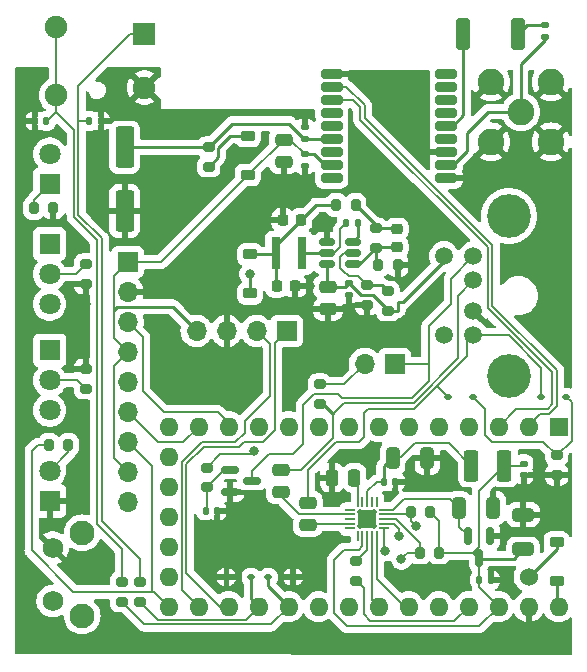
<source format=gbr>
%TF.GenerationSoftware,KiCad,Pcbnew,7.0.5*%
%TF.CreationDate,2023-07-30T11:04:12+02:00*%
%TF.ProjectId,TeensyRPR,5465656e-7379-4525-9052-2e6b69636164,rev?*%
%TF.SameCoordinates,Original*%
%TF.FileFunction,Copper,L1,Top*%
%TF.FilePolarity,Positive*%
%FSLAX46Y46*%
G04 Gerber Fmt 4.6, Leading zero omitted, Abs format (unit mm)*
G04 Created by KiCad (PCBNEW 7.0.5) date 2023-07-30 11:04:12*
%MOMM*%
%LPD*%
G01*
G04 APERTURE LIST*
G04 Aperture macros list*
%AMRoundRect*
0 Rectangle with rounded corners*
0 $1 Rounding radius*
0 $2 $3 $4 $5 $6 $7 $8 $9 X,Y pos of 4 corners*
0 Add a 4 corners polygon primitive as box body*
4,1,4,$2,$3,$4,$5,$6,$7,$8,$9,$2,$3,0*
0 Add four circle primitives for the rounded corners*
1,1,$1+$1,$2,$3*
1,1,$1+$1,$4,$5*
1,1,$1+$1,$6,$7*
1,1,$1+$1,$8,$9*
0 Add four rect primitives between the rounded corners*
20,1,$1+$1,$2,$3,$4,$5,0*
20,1,$1+$1,$4,$5,$6,$7,0*
20,1,$1+$1,$6,$7,$8,$9,0*
20,1,$1+$1,$8,$9,$2,$3,0*%
G04 Aperture macros list end*
%TA.AperFunction,SMDPad,CuDef*%
%ADD10RoundRect,0.250000X0.650000X-0.325000X0.650000X0.325000X-0.650000X0.325000X-0.650000X-0.325000X0*%
%TD*%
%TA.AperFunction,SMDPad,CuDef*%
%ADD11RoundRect,0.140000X-0.140000X-0.170000X0.140000X-0.170000X0.140000X0.170000X-0.140000X0.170000X0*%
%TD*%
%TA.AperFunction,SMDPad,CuDef*%
%ADD12RoundRect,0.140000X-0.170000X0.140000X-0.170000X-0.140000X0.170000X-0.140000X0.170000X0.140000X0*%
%TD*%
%TA.AperFunction,SMDPad,CuDef*%
%ADD13RoundRect,0.250000X-0.325000X-0.650000X0.325000X-0.650000X0.325000X0.650000X-0.325000X0.650000X0*%
%TD*%
%TA.AperFunction,SMDPad,CuDef*%
%ADD14RoundRect,0.250000X0.250000X0.475000X-0.250000X0.475000X-0.250000X-0.475000X0.250000X-0.475000X0*%
%TD*%
%TA.AperFunction,SMDPad,CuDef*%
%ADD15RoundRect,0.250000X0.475000X-0.250000X0.475000X0.250000X-0.475000X0.250000X-0.475000X-0.250000X0*%
%TD*%
%TA.AperFunction,SMDPad,CuDef*%
%ADD16RoundRect,0.250000X-0.475000X0.250000X-0.475000X-0.250000X0.475000X-0.250000X0.475000X0.250000X0*%
%TD*%
%TA.AperFunction,SMDPad,CuDef*%
%ADD17RoundRect,0.140000X0.170000X-0.140000X0.170000X0.140000X-0.170000X0.140000X-0.170000X-0.140000X0*%
%TD*%
%TA.AperFunction,ComponentPad*%
%ADD18C,1.501140*%
%TD*%
%TA.AperFunction,ComponentPad*%
%ADD19C,3.700780*%
%TD*%
%TA.AperFunction,ComponentPad*%
%ADD20R,1.700000X1.700000*%
%TD*%
%TA.AperFunction,ComponentPad*%
%ADD21O,1.700000X1.700000*%
%TD*%
%TA.AperFunction,SMDPad,CuDef*%
%ADD22RoundRect,0.250000X-0.375000X-1.075000X0.375000X-1.075000X0.375000X1.075000X-0.375000X1.075000X0*%
%TD*%
%TA.AperFunction,SMDPad,CuDef*%
%ADD23RoundRect,0.150000X-0.587500X-0.150000X0.587500X-0.150000X0.587500X0.150000X-0.587500X0.150000X0*%
%TD*%
%TA.AperFunction,SMDPad,CuDef*%
%ADD24RoundRect,0.200000X-0.275000X0.200000X-0.275000X-0.200000X0.275000X-0.200000X0.275000X0.200000X0*%
%TD*%
%TA.AperFunction,SMDPad,CuDef*%
%ADD25RoundRect,0.200000X-0.200000X-0.275000X0.200000X-0.275000X0.200000X0.275000X-0.200000X0.275000X0*%
%TD*%
%TA.AperFunction,SMDPad,CuDef*%
%ADD26RoundRect,0.200000X0.200000X0.275000X-0.200000X0.275000X-0.200000X-0.275000X0.200000X-0.275000X0*%
%TD*%
%TA.AperFunction,SMDPad,CuDef*%
%ADD27RoundRect,0.150000X-0.150000X0.587500X-0.150000X-0.587500X0.150000X-0.587500X0.150000X0.587500X0*%
%TD*%
%TA.AperFunction,ComponentPad*%
%ADD28R,1.600000X1.600000*%
%TD*%
%TA.AperFunction,ComponentPad*%
%ADD29O,1.600000X1.600000*%
%TD*%
%TA.AperFunction,ComponentPad*%
%ADD30C,1.524000*%
%TD*%
%TA.AperFunction,SMDPad,CuDef*%
%ADD31RoundRect,0.200000X0.275000X-0.200000X0.275000X0.200000X-0.275000X0.200000X-0.275000X-0.200000X0*%
%TD*%
%TA.AperFunction,SMDPad,CuDef*%
%ADD32RoundRect,0.050000X-0.050000X0.375000X-0.050000X-0.375000X0.050000X-0.375000X0.050000X0.375000X0*%
%TD*%
%TA.AperFunction,SMDPad,CuDef*%
%ADD33RoundRect,0.050000X-0.375000X0.050000X-0.375000X-0.050000X0.375000X-0.050000X0.375000X0.050000X0*%
%TD*%
%TA.AperFunction,ComponentPad*%
%ADD34C,0.500000*%
%TD*%
%TA.AperFunction,SMDPad,CuDef*%
%ADD35R,1.650000X1.650000*%
%TD*%
%TA.AperFunction,ComponentPad*%
%ADD36C,2.250000*%
%TD*%
%TA.AperFunction,SMDPad,CuDef*%
%ADD37RoundRect,0.225000X-0.375000X0.225000X-0.375000X-0.225000X0.375000X-0.225000X0.375000X0.225000X0*%
%TD*%
%TA.AperFunction,SMDPad,CuDef*%
%ADD38RoundRect,0.250000X-0.550000X1.500000X-0.550000X-1.500000X0.550000X-1.500000X0.550000X1.500000X0*%
%TD*%
%TA.AperFunction,ComponentPad*%
%ADD39R,1.800000X1.800000*%
%TD*%
%TA.AperFunction,ComponentPad*%
%ADD40C,1.800000*%
%TD*%
%TA.AperFunction,ComponentPad*%
%ADD41C,2.100000*%
%TD*%
%TA.AperFunction,ComponentPad*%
%ADD42C,1.750000*%
%TD*%
%TA.AperFunction,SMDPad,CuDef*%
%ADD43RoundRect,0.112500X0.187500X0.112500X-0.187500X0.112500X-0.187500X-0.112500X0.187500X-0.112500X0*%
%TD*%
%TA.AperFunction,SMDPad,CuDef*%
%ADD44RoundRect,0.112500X-0.187500X-0.112500X0.187500X-0.112500X0.187500X0.112500X-0.187500X0.112500X0*%
%TD*%
%TA.AperFunction,ComponentPad*%
%ADD45R,1.900000X1.900000*%
%TD*%
%TA.AperFunction,ComponentPad*%
%ADD46C,1.900000*%
%TD*%
%TA.AperFunction,SMDPad,CuDef*%
%ADD47RoundRect,0.225000X0.225000X0.250000X-0.225000X0.250000X-0.225000X-0.250000X0.225000X-0.250000X0*%
%TD*%
%TA.AperFunction,SMDPad,CuDef*%
%ADD48RoundRect,0.225000X-0.225000X-0.250000X0.225000X-0.250000X0.225000X0.250000X-0.225000X0.250000X0*%
%TD*%
%TA.AperFunction,SMDPad,CuDef*%
%ADD49RoundRect,0.225000X-0.250000X0.225000X-0.250000X-0.225000X0.250000X-0.225000X0.250000X0.225000X0*%
%TD*%
%TA.AperFunction,SMDPad,CuDef*%
%ADD50R,0.800000X2.700000*%
%TD*%
%TA.AperFunction,SMDPad,CuDef*%
%ADD51RoundRect,0.150000X-0.512500X-0.150000X0.512500X-0.150000X0.512500X0.150000X-0.512500X0.150000X0*%
%TD*%
%TA.AperFunction,SMDPad,CuDef*%
%ADD52RoundRect,0.225000X0.375000X-0.225000X0.375000X0.225000X-0.375000X0.225000X-0.375000X-0.225000X0*%
%TD*%
%TA.AperFunction,SMDPad,CuDef*%
%ADD53RoundRect,0.250000X0.362500X1.075000X-0.362500X1.075000X-0.362500X-1.075000X0.362500X-1.075000X0*%
%TD*%
%TA.AperFunction,SMDPad,CuDef*%
%ADD54RoundRect,0.147500X0.172500X-0.147500X0.172500X0.147500X-0.172500X0.147500X-0.172500X-0.147500X0*%
%TD*%
%TA.AperFunction,SMDPad,CuDef*%
%ADD55RoundRect,0.200000X-0.700000X-0.200000X0.700000X-0.200000X0.700000X0.200000X-0.700000X0.200000X0*%
%TD*%
%TA.AperFunction,ViaPad*%
%ADD56C,0.800000*%
%TD*%
%TA.AperFunction,Conductor*%
%ADD57C,0.200000*%
%TD*%
%TA.AperFunction,Conductor*%
%ADD58C,0.250000*%
%TD*%
G04 APERTURE END LIST*
D10*
%TO.P,C4,1*%
%TO.N,+3V3*%
X177490000Y-136857000D03*
%TO.P,C4,2*%
%TO.N,GND*%
X177490000Y-133907000D03*
%TD*%
D11*
%TO.P,C5,1*%
%TO.N,+3V3*%
X173784000Y-139432000D03*
%TO.P,C5,2*%
%TO.N,GND*%
X174744000Y-139432000D03*
%TD*%
D12*
%TO.P,C6,1*%
%TO.N,+3V3*%
X177546000Y-129596000D03*
%TO.P,C6,2*%
%TO.N,GND*%
X177546000Y-130556000D03*
%TD*%
D13*
%TO.P,C7,1*%
%TO.N,Net-(U3-VDDA)*%
X166439000Y-129150000D03*
%TO.P,C7,2*%
%TO.N,GND*%
X169389000Y-129150000D03*
%TD*%
D11*
%TO.P,C8,1*%
%TO.N,Net-(U3-VDDA)*%
X165719500Y-131113500D03*
%TO.P,C8,2*%
%TO.N,GND*%
X166679500Y-131113500D03*
%TD*%
D13*
%TO.P,C9,1*%
%TO.N,+1V8*%
X172027000Y-133336000D03*
%TO.P,C9,2*%
%TO.N,GND*%
X174977000Y-133336000D03*
%TD*%
D14*
%TO.P,C10,1*%
%TO.N,Net-(U3-VAG)*%
X163212500Y-130796000D03*
%TO.P,C10,2*%
%TO.N,GND*%
X161312500Y-130796000D03*
%TD*%
D15*
%TO.P,C11,1*%
%TO.N,Net-(U3-LINEIN_L)*%
X159278000Y-134794000D03*
%TO.P,C11,2*%
%TO.N,RxAudio*%
X159278000Y-132894000D03*
%TD*%
D16*
%TO.P,C12,1*%
%TO.N,TxAudio*%
X156972000Y-130114000D03*
%TO.P,C12,2*%
%TO.N,Net-(U3-LINEOUT_L)*%
X156972000Y-132014000D03*
%TD*%
D11*
%TO.P,C13,1*%
%TO.N,Net-(Q1-G)*%
X150610000Y-133566000D03*
%TO.P,C13,2*%
%TO.N,GND*%
X151570000Y-133566000D03*
%TD*%
D15*
%TO.P,C15,1*%
%TO.N,GND*%
X157226000Y-104074000D03*
%TO.P,C15,2*%
%TO.N,+3V3*%
X157226000Y-102174000D03*
%TD*%
D17*
%TO.P,C16,1*%
%TO.N,GND*%
X159004000Y-104366000D03*
%TO.P,C16,2*%
%TO.N,+3V3*%
X159004000Y-103406000D03*
%TD*%
D18*
%TO.P,J2,1*%
%TO.N,TxAudio*%
X173288640Y-114080260D03*
%TO.P,J2,2*%
%TO.N,GND*%
X173288640Y-116681220D03*
%TO.P,J2,3*%
%TO.N,TxPTT*%
X173288640Y-112030480D03*
%TO.P,J2,4*%
%TO.N,RxAudio*%
X173288640Y-118731000D03*
%TO.P,J2,5*%
%TO.N,+12V*%
X170796900Y-112030480D03*
%TO.P,J2,6*%
%TO.N,unconnected-(J2-Pad6)*%
X170796900Y-118731000D03*
D19*
%TO.P,J2,SHD*%
%TO.N,N/C*%
X176288380Y-108621800D03*
X176288380Y-122139680D03*
%TD*%
D20*
%TO.P,J6,1,Pin_1*%
%TO.N,+3V3*%
X144018000Y-112522000D03*
D21*
%TO.P,J6,2,Pin_2*%
%TO.N,GND*%
X144018000Y-115062000D03*
%TO.P,J6,3,Pin_3*%
%TO.N,CS*%
X144018000Y-117602000D03*
%TO.P,J6,4,Pin_4*%
%TO.N,+3V3*%
X144018000Y-120142000D03*
%TO.P,J6,5,Pin_5*%
%TO.N,DC*%
X144018000Y-122682000D03*
%TO.P,J6,6,Pin_6*%
%TO.N,MOSI*%
X144018000Y-125222000D03*
%TO.P,J6,7,Pin_7*%
%TO.N,SCK*%
X144018000Y-127762000D03*
%TO.P,J6,8,Pin_8*%
%TO.N,+3V3*%
X144018000Y-130302000D03*
%TO.P,J6,9,Pin_9*%
%TO.N,MISO*%
X144018000Y-132842000D03*
%TD*%
D22*
%TO.P,L1,1*%
%TO.N,Net-(U3-VDDA)*%
X173118000Y-129780000D03*
%TO.P,L1,2*%
%TO.N,+3V3*%
X175918000Y-129780000D03*
%TD*%
D23*
%TO.P,Q1,1,G*%
%TO.N,Net-(Q1-G)*%
X152652500Y-130100000D03*
%TO.P,Q1,2,S*%
%TO.N,GND*%
X152652500Y-132000000D03*
%TO.P,Q1,3,D*%
%TO.N,TxPTT*%
X154527500Y-131050000D03*
%TD*%
D24*
%TO.P,R1,1*%
%TO.N,PTT*%
X150690000Y-129941000D03*
%TO.P,R1,2*%
%TO.N,Net-(Q1-G)*%
X150690000Y-131591000D03*
%TD*%
%TO.P,R2,1*%
%TO.N,Net-(U3-SYS_MCLK)*%
X163342000Y-137845000D03*
%TO.P,R2,2*%
%TO.N,MCLK*%
X163342000Y-139495000D03*
%TD*%
D25*
%TO.P,R3,1*%
%TO.N,SDA*%
X168740000Y-137146000D03*
%TO.P,R3,2*%
%TO.N,+3V3*%
X170390000Y-137146000D03*
%TD*%
D26*
%TO.P,R4,1*%
%TO.N,+3V3*%
X169628000Y-133653500D03*
%TO.P,R4,2*%
%TO.N,SCL*%
X167978000Y-133653500D03*
%TD*%
D24*
%TO.P,R5,1*%
%TO.N,GND*%
X140462000Y-121603000D03*
%TO.P,R5,2*%
%TO.N,Net-(D3-K)*%
X140462000Y-123253000D03*
%TD*%
D26*
%TO.P,R7,1*%
%TO.N,GND*%
X137731000Y-107950000D03*
%TO.P,R7,2*%
%TO.N,Net-(D4-K)*%
X136081000Y-107950000D03*
%TD*%
D27*
%TO.P,U2,1,GND*%
%TO.N,GND*%
X174706000Y-135700500D03*
%TO.P,U2,2,VO*%
%TO.N,+1V8*%
X172806000Y-135700500D03*
%TO.P,U2,3,VI*%
%TO.N,+3V3*%
X173756000Y-137575500D03*
%TD*%
D28*
%TO.P,U4,1,GND*%
%TO.N,GND*%
X180499499Y-126473501D03*
D29*
%TO.P,U4,2,0_RX1_CRX2_CS1*%
%TO.N,RXD*%
X177959499Y-126473501D03*
%TO.P,U4,3,1_TX1_CTX2_MISO1*%
%TO.N,TXD*%
X175419499Y-126473501D03*
%TO.P,U4,4,2_OUT2*%
%TO.N,FIX*%
X172879499Y-126473501D03*
%TO.P,U4,5,3_LRCLK2*%
%TO.N,DCD*%
X170339499Y-126473501D03*
%TO.P,U4,6,4_BCLK2*%
%TO.N,KISS*%
X167799499Y-126473501D03*
%TO.P,U4,7,5_IN2*%
%TO.N,CONN*%
X165259499Y-126473501D03*
%TO.P,U4,8,6_OUT1D*%
%TO.N,DC*%
X162719499Y-126473501D03*
%TO.P,U4,9,7_RX2_OUT1A*%
%TO.N,DIN*%
X160179499Y-126473501D03*
%TO.P,U4,10,8_TX2_IN1*%
%TO.N,DOUT*%
X157639499Y-126473501D03*
%TO.P,U4,11,9_OUT1C*%
%TO.N,PTT*%
X155099499Y-126473501D03*
%TO.P,U4,12,10_CS_MQSR*%
%TO.N,CS*%
X152559499Y-126473501D03*
%TO.P,U4,13,11_MOSI_CTX1*%
%TO.N,MOSI*%
X150019499Y-126473501D03*
%TO.P,U4,14,12_MISO_MQSL*%
%TO.N,MISO*%
X147479499Y-126473501D03*
%TO.P,U4,15,13_SCK_CRX1_LED*%
%TO.N,SCK*%
X147479499Y-141713501D03*
%TO.P,U4,16,14_A0_TX3_SPDIF_OUT*%
%TO.N,BLE-RX*%
X150019499Y-141713501D03*
%TO.P,U4,17,15_A1_RX3_SPDIF_IN*%
%TO.N,BLE-TX*%
X152559499Y-141713501D03*
%TO.P,U4,18,16_A2_RX4_SCL1*%
%TO.N,PDL-l*%
X155099499Y-141713501D03*
%TO.P,U4,19,17_A3_TX4_SDA1*%
%TO.N,PDL-r*%
X157639499Y-141713501D03*
%TO.P,U4,20,18_A4_SDA0*%
%TO.N,SDA*%
X160179499Y-141713501D03*
%TO.P,U4,21,19_A5_SCL0*%
%TO.N,SCL*%
X162719499Y-141713501D03*
%TO.P,U4,22,20_A6_TX5_LRCLK1*%
%TO.N,LRCLK*%
X165259499Y-141713501D03*
%TO.P,U4,23,21_A7_RX5_BCLK1*%
%TO.N,SCLK*%
X167799499Y-141713501D03*
%TO.P,U4,24,22_A8_CTX1*%
%TO.N,unconnected-(U4-22_A8_CTX1-Pad24)*%
X170339499Y-141713501D03*
%TO.P,U4,25,23_A9_CRX1_MCLK1*%
%TO.N,MCLK*%
X172879499Y-141713501D03*
%TO.P,U4,26,3V3*%
%TO.N,+3V3*%
X175419499Y-141713501D03*
%TO.P,U4,27,GND*%
%TO.N,GND*%
X177959499Y-141713501D03*
%TO.P,U4,28,VIN*%
%TO.N,V-Ext*%
X180499499Y-141713501D03*
D30*
%TO.P,U4,29,Vusb*%
%TO.N,Net-(D9-A)*%
X177959499Y-139173501D03*
D29*
%TO.P,U4,S1,Vbat*%
%TO.N,unconnected-(U4-Vbat-PadS1)*%
X147479499Y-129013501D03*
%TO.P,U4,S2,3.3V*%
%TO.N,unconnected-(U4-3.3V-PadS2)*%
X147479499Y-131553501D03*
%TO.P,U4,S3,GND*%
%TO.N,GND*%
X147479499Y-134093501D03*
%TO.P,U4,S4,Program*%
%TO.N,Net-(U4-Program)*%
X147479499Y-136633501D03*
%TO.P,U4,S5,ON/OFF*%
%TO.N,unconnected-(U4-ON{slash}OFF-PadS5)*%
X147479499Y-139173501D03*
%TD*%
D31*
%TO.P,R9,1*%
%TO.N,GND*%
X140462000Y-114363000D03*
%TO.P,R9,2*%
%TO.N,Net-(D2-K)*%
X140462000Y-112713000D03*
%TD*%
D32*
%TO.P,U3,1,HP_R*%
%TO.N,unconnected-(U3-HP_R-Pad1)*%
X165094500Y-132838500D03*
%TO.P,U3,2,HP_VGND*%
%TO.N,unconnected-(U3-HP_VGND-Pad2)*%
X164694500Y-132838500D03*
%TO.P,U3,3,VDDA*%
%TO.N,Net-(U3-VDDA)*%
X164294500Y-132838500D03*
%TO.P,U3,4,HP_L*%
%TO.N,unconnected-(U3-HP_L-Pad4)*%
X163894500Y-132838500D03*
%TO.P,U3,5,VAG*%
%TO.N,Net-(U3-VAG)*%
X163494500Y-132838500D03*
D33*
%TO.P,U3,6,LINEOUT_R*%
%TO.N,unconnected-(U3-LINEOUT_R-Pad6)*%
X162844500Y-133488500D03*
%TO.P,U3,7,LINEOUT_L*%
%TO.N,Net-(U3-LINEOUT_L)*%
X162844500Y-133888500D03*
%TO.P,U3,8,LINEIN_R*%
%TO.N,unconnected-(U3-LINEIN_R-Pad8)*%
X162844500Y-134288500D03*
%TO.P,U3,9,LINEIN_L*%
%TO.N,Net-(U3-LINEIN_L)*%
X162844500Y-134688500D03*
%TO.P,U3,10,MIC*%
%TO.N,unconnected-(U3-MIC-Pad10)*%
X162844500Y-135088500D03*
D32*
%TO.P,U3,11,MIC_BIAS*%
%TO.N,unconnected-(U3-MIC_BIAS-Pad11)*%
X163494500Y-135738500D03*
%TO.P,U3,12,VDDIO*%
%TO.N,+3V3*%
X163894500Y-135738500D03*
%TO.P,U3,13,SYS_MCLK*%
%TO.N,Net-(U3-SYS_MCLK)*%
X164294500Y-135738500D03*
%TO.P,U3,14,I2S_LRCLK*%
%TO.N,LRCLK*%
X164694500Y-135738500D03*
%TO.P,U3,15,I2S_SCLK*%
%TO.N,SCLK*%
X165094500Y-135738500D03*
D33*
%TO.P,U3,16,I2S_DOUT*%
%TO.N,DOUT*%
X165744500Y-135088500D03*
%TO.P,U3,17,I2S_DIN*%
%TO.N,DIN*%
X165744500Y-134688500D03*
%TO.P,U3,18,CTRL_DATA*%
%TO.N,SDA*%
X165744500Y-134288500D03*
%TO.P,U3,19,CTRL_CLK*%
%TO.N,SCL*%
X165744500Y-133888500D03*
%TO.P,U3,20,VDDD*%
%TO.N,+1V8*%
X165744500Y-133488500D03*
D34*
%TO.P,U3,21,GND*%
%TO.N,GND*%
X164869500Y-133713500D03*
X163719500Y-133713500D03*
D35*
X164294500Y-134288500D03*
D34*
X164869500Y-134863500D03*
X163719500Y-134863500D03*
%TD*%
D36*
%TO.P,J5,1,In*%
%TO.N,Net-(J5-In)*%
X177312000Y-99808000D03*
%TO.P,J5,2,Ext*%
%TO.N,GND*%
X179852000Y-97268000D03*
X174772000Y-97268000D03*
X179852000Y-102348000D03*
X174772000Y-102348000D03*
%TD*%
D17*
%TO.P,C2,1*%
%TO.N,VMEM*%
X159004000Y-102080000D03*
%TO.P,C2,2*%
%TO.N,GND*%
X159004000Y-101120000D03*
%TD*%
D24*
%TO.P,R6,1*%
%TO.N,VMEM*%
X150876000Y-102807000D03*
%TO.P,R6,2*%
%TO.N,Net-(D1-K)*%
X150876000Y-104457000D03*
%TD*%
D37*
%TO.P,D1,1,K*%
%TO.N,Net-(D1-K)*%
X154178000Y-101856000D03*
%TO.P,D1,2,A*%
%TO.N,+3V3*%
X154178000Y-105156000D03*
%TD*%
D38*
%TO.P,C1,1*%
%TO.N,VMEM*%
X143764000Y-102804000D03*
%TO.P,C1,2*%
%TO.N,GND*%
X143764000Y-108204000D03*
%TD*%
D39*
%TO.P,D2,1,A1*%
%TO.N,KISS*%
X137400000Y-111000000D03*
D40*
%TO.P,D2,2,K*%
%TO.N,Net-(D2-K)*%
X137400000Y-113540000D03*
%TO.P,D2,3,A2*%
%TO.N,CONN*%
X137400000Y-116080000D03*
%TD*%
D39*
%TO.P,D3,1,A1*%
%TO.N,DCD*%
X137414000Y-120000000D03*
D40*
%TO.P,D3,2,K*%
%TO.N,Net-(D3-K)*%
X137414000Y-122540000D03*
%TO.P,D3,3,A2*%
%TO.N,PTT*%
X137414000Y-125080000D03*
%TD*%
D39*
%TO.P,D4,1,K*%
%TO.N,Net-(D4-K)*%
X137414000Y-105918000D03*
D40*
%TO.P,D4,2,A*%
%TO.N,FIX*%
X137414000Y-103378000D03*
%TD*%
D39*
%TO.P,D5,1,K*%
%TO.N,GND*%
X137414000Y-132750000D03*
D40*
%TO.P,D5,2,A*%
%TO.N,Net-(D5-A)*%
X137414000Y-130210000D03*
%TD*%
D26*
%TO.P,R11,1*%
%TO.N,Net-(D5-A)*%
X139001000Y-128016000D03*
%TO.P,R11,2*%
%TO.N,SCK*%
X137351000Y-128016000D03*
%TD*%
D41*
%TO.P,SW1,*%
%TO.N,*%
X140158000Y-142474000D03*
X140158000Y-135464000D03*
D42*
%TO.P,SW1,1,1*%
%TO.N,Net-(U4-Program)*%
X137668000Y-141224000D03*
%TO.P,SW1,2,2*%
%TO.N,GND*%
X137668000Y-136724000D03*
%TD*%
D11*
%TO.P,C23,1*%
%TO.N,GND*%
X136172000Y-100584000D03*
%TO.P,C23,2*%
%TO.N,Net-(C23-Pad2)*%
X137132000Y-100584000D03*
%TD*%
%TO.P,C24,1*%
%TO.N,Net-(C24-Pad1)*%
X140772000Y-100584000D03*
%TO.P,C24,2*%
%TO.N,GND*%
X141732000Y-100584000D03*
%TD*%
D43*
%TO.P,D7,1,A1*%
%TO.N,PDL-l*%
X154466000Y-139192000D03*
%TO.P,D7,2,A2*%
%TO.N,GND*%
X152366000Y-139192000D03*
%TD*%
D44*
%TO.P,D8,1,A1*%
%TO.N,PDL-r*%
X155922000Y-139192000D03*
%TO.P,D8,2,A2*%
%TO.N,GND*%
X158022000Y-139192000D03*
%TD*%
D31*
%TO.P,R8,1*%
%TO.N,PDL-l*%
X145034000Y-141287000D03*
%TO.P,R8,2*%
%TO.N,Net-(C24-Pad1)*%
X145034000Y-139637000D03*
%TD*%
%TO.P,R10,1*%
%TO.N,PDL-r*%
X143510000Y-141287000D03*
%TO.P,R10,2*%
%TO.N,Net-(C23-Pad2)*%
X143510000Y-139637000D03*
%TD*%
D45*
%TO.P,J1,R*%
%TO.N,Net-(C24-Pad1)*%
X145438000Y-93254000D03*
D46*
%TO.P,J1,S*%
%TO.N,GND*%
X145438000Y-97754000D03*
%TO.P,J1,T*%
%TO.N,Net-(C23-Pad2)*%
X137938000Y-92604000D03*
X137938000Y-98404000D03*
%TD*%
D16*
%TO.P,C17,1*%
%TO.N,+12V*%
X160971500Y-114621500D03*
%TO.P,C17,2*%
%TO.N,GND*%
X160971500Y-116521500D03*
%TD*%
D12*
%TO.P,C18,1*%
%TO.N,+12V*%
X162749500Y-114329500D03*
%TO.P,C18,2*%
%TO.N,GND*%
X162749500Y-115289500D03*
%TD*%
D11*
%TO.P,C19,1*%
%TO.N,Net-(U6-SW)*%
X162523500Y-109221500D03*
%TO.P,C19,2*%
%TO.N,Net-(U6-BOOT)*%
X163483500Y-109221500D03*
%TD*%
D47*
%TO.P,C20,1*%
%TO.N,Net-(D6-A)*%
X158698500Y-108967500D03*
%TO.P,C20,2*%
%TO.N,GND*%
X157148500Y-108967500D03*
%TD*%
D48*
%TO.P,C21,1*%
%TO.N,Net-(D6-A)*%
X156640500Y-114555500D03*
%TO.P,C21,2*%
%TO.N,GND*%
X158190500Y-114555500D03*
%TD*%
D49*
%TO.P,C22,1*%
%TO.N,Net-(C22-Pad1)*%
X166813500Y-109716500D03*
%TO.P,C22,2*%
%TO.N,Net-(U6-FB)*%
X166813500Y-111266500D03*
%TD*%
D50*
%TO.P,L2,1,1*%
%TO.N,Net-(U6-SW)*%
X158769500Y-111761500D03*
%TO.P,L2,2,2*%
%TO.N,Net-(D6-A)*%
X156569500Y-111761500D03*
%TD*%
D24*
%TO.P,R12,1*%
%TO.N,Net-(U6-EN)*%
X166051500Y-115000500D03*
%TO.P,R12,2*%
%TO.N,+12V*%
X166051500Y-116650500D03*
%TD*%
D31*
%TO.P,R13,1*%
%TO.N,GND*%
X164273500Y-116142500D03*
%TO.P,R13,2*%
%TO.N,Net-(U6-EN)*%
X164273500Y-114492500D03*
%TD*%
D26*
%TO.P,R14,1*%
%TO.N,Net-(C22-Pad1)*%
X163320500Y-107697500D03*
%TO.P,R14,2*%
%TO.N,Net-(D6-A)*%
X161670500Y-107697500D03*
%TD*%
D31*
%TO.P,R15,1*%
%TO.N,Net-(U6-FB)*%
X165035500Y-111316500D03*
%TO.P,R15,2*%
%TO.N,Net-(C22-Pad1)*%
X165035500Y-109666500D03*
%TD*%
D26*
%TO.P,R16,1*%
%TO.N,GND*%
X166876500Y-112777500D03*
%TO.P,R16,2*%
%TO.N,Net-(U6-FB)*%
X165226500Y-112777500D03*
%TD*%
D51*
%TO.P,U6,1,GND*%
%TO.N,GND*%
X160850000Y-110811500D03*
%TO.P,U6,2,SW*%
%TO.N,Net-(U6-SW)*%
X160850000Y-111761500D03*
%TO.P,U6,3,VIN*%
%TO.N,+12V*%
X160850000Y-112711500D03*
%TO.P,U6,4,FB*%
%TO.N,Net-(U6-FB)*%
X163125000Y-112711500D03*
%TO.P,U6,5,EN*%
%TO.N,Net-(U6-EN)*%
X163125000Y-111761500D03*
%TO.P,U6,6,BOOT*%
%TO.N,Net-(U6-BOOT)*%
X163125000Y-110811500D03*
%TD*%
D52*
%TO.P,D6,1,K*%
%TO.N,V-Ext*%
X154367500Y-115188000D03*
%TO.P,D6,2,A*%
%TO.N,Net-(D6-A)*%
X154367500Y-111888000D03*
%TD*%
%TO.P,D9,1,K*%
%TO.N,V-Ext*%
X180340000Y-139572000D03*
%TO.P,D9,2,A*%
%TO.N,Net-(D9-A)*%
X180340000Y-136272000D03*
%TD*%
D24*
%TO.P,R17,1*%
%TO.N,Net-(J4-Pin_2)*%
X160274000Y-122873000D03*
%TO.P,R17,2*%
%TO.N,TxAudio*%
X160274000Y-124523000D03*
%TD*%
D20*
%TO.P,J4,1,Pin_1*%
%TO.N,TxPTT*%
X166624000Y-121158000D03*
D21*
%TO.P,J4,2,Pin_2*%
%TO.N,Net-(J4-Pin_2)*%
X164084000Y-121158000D03*
%TD*%
D24*
%TO.P,R19,1*%
%TO.N,Net-(D10-K)*%
X180340000Y-128906000D03*
%TO.P,R19,2*%
%TO.N,GND*%
X180340000Y-130556000D03*
%TD*%
D44*
%TO.P,D11,1,K*%
%TO.N,RxAudio*%
X171162000Y-123952000D03*
%TO.P,D11,2,A*%
%TO.N,Net-(D10-K)*%
X173262000Y-123952000D03*
%TD*%
D43*
%TO.P,D10,1,K*%
%TO.N,Net-(D10-K)*%
X181136000Y-123952000D03*
%TO.P,D10,2,A*%
%TO.N,RxAudio*%
X179036000Y-123952000D03*
%TD*%
D53*
%TO.P,R18,1*%
%TO.N,Net-(L3-Pad2)*%
X177064500Y-93218000D03*
%TO.P,R18,2*%
%TO.N,Net-(U1-VCC_RF)*%
X172439500Y-93218000D03*
%TD*%
D54*
%TO.P,L3,1*%
%TO.N,Net-(J5-In)*%
X179324000Y-93449000D03*
%TO.P,L3,2*%
%TO.N,Net-(L3-Pad2)*%
X179324000Y-92479000D03*
%TD*%
D20*
%TO.P,J3,1,Pin_1*%
%TO.N,BLE-TX*%
X157470000Y-118364000D03*
D21*
%TO.P,J3,2,Pin_2*%
%TO.N,BLE-RX*%
X154930000Y-118364000D03*
%TO.P,J3,3,Pin_3*%
%TO.N,GND*%
X152390000Y-118364000D03*
%TO.P,J3,4,Pin_4*%
%TO.N,+3V3*%
X149850000Y-118364000D03*
%TD*%
D55*
%TO.P,U1,1,GND*%
%TO.N,GND*%
X161290000Y-96610000D03*
%TO.P,U1,2,TXD1*%
%TO.N,RXD*%
X161290000Y-97710000D03*
%TO.P,U1,3,RXD1*%
%TO.N,TXD*%
X161290000Y-98810000D03*
%TO.P,U1,4,1PPS*%
%TO.N,unconnected-(U1-1PPS-Pad4)*%
X161290000Y-99910000D03*
%TO.P,U1,5,STANDBY*%
%TO.N,unconnected-(U1-STANDBY-Pad5)*%
X161290000Y-101010000D03*
%TO.P,U1,6,V_BCKP*%
%TO.N,VMEM*%
X161290000Y-102110000D03*
%TO.P,U1,7,NC*%
%TO.N,unconnected-(U1-NC-Pad7)*%
X161290000Y-103210000D03*
%TO.P,U1,8,VCC*%
%TO.N,+3V3*%
X161290000Y-104310000D03*
%TO.P,U1,9,~{RESET}*%
%TO.N,unconnected-(U1-~{RESET}-Pad9)*%
X161290000Y-105410000D03*
%TO.P,U1,10,GND*%
%TO.N,GND*%
X170990000Y-105410000D03*
%TO.P,U1,11,RF_IN*%
%TO.N,Net-(J5-In)*%
X170990000Y-104310000D03*
%TO.P,U1,12,GND*%
%TO.N,GND*%
X170990000Y-103210000D03*
%TO.P,U1,13,ANTON*%
%TO.N,unconnected-(U1-ANTON-Pad13)*%
X170990000Y-102110000D03*
%TO.P,U1,14,VCC_RF*%
%TO.N,Net-(U1-VCC_RF)*%
X170990000Y-101010000D03*
%TO.P,U1,15,NC*%
%TO.N,unconnected-(U1-NC-Pad15)*%
X170990000Y-99910000D03*
%TO.P,U1,16,RESERVED*%
%TO.N,unconnected-(U1-RESERVED-Pad16)*%
X170990000Y-98810000D03*
%TO.P,U1,17,RESERVED*%
%TO.N,unconnected-(U1-RESERVED-Pad17)*%
X170990000Y-97710000D03*
%TO.P,U1,18,RESERVED*%
%TO.N,unconnected-(U1-RESERVED-Pad18)*%
X170990000Y-96610000D03*
%TD*%
D56*
%TO.N,GND*%
X159193500Y-115825500D03*
X167575500Y-117349500D03*
X152908000Y-133604000D03*
X176022000Y-139446000D03*
X139700000Y-110998000D03*
X141986000Y-106172000D03*
X145542000Y-109728000D03*
X157161500Y-107443500D03*
X159447500Y-114555500D03*
X142748000Y-143510000D03*
X178816000Y-129794000D03*
X168676000Y-131304000D03*
X157734000Y-121920000D03*
X163322000Y-96774000D03*
X150876000Y-139192000D03*
X141732000Y-139192000D03*
X179324000Y-133858000D03*
X171216000Y-130034000D03*
X168167500Y-112269500D03*
X161310000Y-132574000D03*
X158790000Y-144050000D03*
X140208000Y-125222000D03*
X140462000Y-116078000D03*
X173482000Y-105410000D03*
X156907500Y-116079500D03*
X152843500Y-114301500D03*
X155637500Y-109221500D03*
X166051500Y-107697500D03*
X160463500Y-109221500D03*
X154432000Y-121666000D03*
X164846000Y-128778000D03*
X162749500Y-117095500D03*
X159512000Y-139192000D03*
X168910000Y-103124000D03*
X167321500Y-114301500D03*
X177546000Y-132334000D03*
X176022000Y-135382000D03*
X151638000Y-135128000D03*
X169672000Y-139700000D03*
X139700000Y-120142000D03*
%TO.N,PTT*%
X154686000Y-128524000D03*
%TO.N,SDA*%
X167198773Y-137667384D03*
%TO.N,SCL*%
X168422000Y-134860000D03*
%TO.N,DOUT*%
X165818500Y-136955500D03*
%TO.N,DIN*%
X167025000Y-135685500D03*
%TO.N,V-Ext*%
X154367500Y-113538000D03*
%TD*%
D57*
%TO.N,GND*%
X160971500Y-110727500D02*
X160887500Y-110811500D01*
%TO.N,+3V3*%
X170352500Y-134415500D02*
X169590500Y-133653500D01*
D58*
X159794000Y-103406000D02*
X159004000Y-103406000D01*
D57*
X154244000Y-105156000D02*
X157226000Y-102174000D01*
X173756000Y-137638000D02*
X173756000Y-139409000D01*
X162590011Y-143350011D02*
X173782989Y-143350011D01*
X173756000Y-139409000D02*
X173779000Y-139432000D01*
D58*
X160698000Y-104310000D02*
X159794000Y-103406000D01*
X143121999Y-116332000D02*
X147818000Y-116332000D01*
D57*
X157772000Y-102174000D02*
X159004000Y-103406000D01*
X163596000Y-136892000D02*
X162326000Y-136892000D01*
X175918000Y-129780000D02*
X177362000Y-129780000D01*
X170352500Y-137146000D02*
X173264000Y-137146000D01*
D58*
X147818000Y-116332000D02*
X149850000Y-118364000D01*
D57*
X173756000Y-131942000D02*
X173756000Y-136654000D01*
X144018000Y-120142000D02*
X142867999Y-118991999D01*
X142867999Y-113672001D02*
X144018000Y-112522000D01*
X173756000Y-136654000D02*
X173264000Y-137146000D01*
X142867999Y-118991999D02*
X142867999Y-113672001D01*
X175918000Y-129780000D02*
X173756000Y-131942000D01*
X142867999Y-121292001D02*
X144018000Y-120142000D01*
X173779000Y-139432000D02*
X173779000Y-140073002D01*
X173782989Y-143350011D02*
X175419499Y-141713501D01*
X142867999Y-129151999D02*
X142867999Y-121292001D01*
X162326000Y-136892000D02*
X161490000Y-137728000D01*
X173264000Y-137146000D02*
X173756000Y-137638000D01*
X161490000Y-142250000D02*
X162590011Y-143350011D01*
D58*
X176709000Y-137638000D02*
X177490000Y-136857000D01*
X173756000Y-137638000D02*
X176709000Y-137638000D01*
D57*
X146812000Y-112522000D02*
X154178000Y-105156000D01*
X163894500Y-135738500D02*
X163894500Y-136593500D01*
X163894500Y-136593500D02*
X163596000Y-136892000D01*
X170352500Y-137146000D02*
X170352500Y-134415500D01*
X173779000Y-140073002D02*
X175419499Y-141713501D01*
X144018000Y-130302000D02*
X142867999Y-129151999D01*
D58*
X142867999Y-116586000D02*
X143121999Y-116332000D01*
D57*
X161490000Y-137728000D02*
X161490000Y-142250000D01*
X144018000Y-112522000D02*
X146812000Y-112522000D01*
X154178000Y-105156000D02*
X154244000Y-105156000D01*
D58*
X161290000Y-104310000D02*
X160698000Y-104310000D01*
D57*
%TO.N,+1V8*%
X172102000Y-133336000D02*
X172102000Y-134934000D01*
X166491500Y-133488500D02*
X167406000Y-132574000D01*
X165744500Y-133488500D02*
X166491500Y-133488500D01*
X167406000Y-132574000D02*
X171340000Y-132574000D01*
X171340000Y-132574000D02*
X172102000Y-133336000D01*
X172102000Y-134934000D02*
X172806000Y-135638000D01*
%TO.N,Net-(U3-VDDA)*%
X166514000Y-129018000D02*
X167139000Y-129018000D01*
X167139000Y-129018000D02*
X168314010Y-127842990D01*
X164294500Y-131939000D02*
X165120000Y-131113500D01*
X168314010Y-127842990D02*
X171180990Y-127842990D01*
X171180990Y-127842990D02*
X173118000Y-129780000D01*
D58*
X165714500Y-129817500D02*
X165714500Y-131113500D01*
D57*
X164294500Y-132838500D02*
X164294500Y-131939000D01*
D58*
X166514000Y-129018000D02*
X165714500Y-129817500D01*
D57*
X165120000Y-131113500D02*
X165714500Y-131113500D01*
%TO.N,Net-(U3-VAG)*%
X163494500Y-131090500D02*
X163200000Y-130796000D01*
X163494500Y-132838500D02*
X163494500Y-131090500D01*
%TO.N,RxAudio*%
X179036000Y-121493372D02*
X176273628Y-118731000D01*
X170237686Y-122993686D02*
X168277371Y-124954000D01*
X179036000Y-123952000D02*
X179036000Y-121493372D01*
X176273628Y-118731000D02*
X173288640Y-118731000D01*
X163990000Y-125322000D02*
X163990000Y-127354000D01*
X172720000Y-119299640D02*
X172720000Y-120511371D01*
X163594000Y-127750000D02*
X161690000Y-127750000D01*
X159278000Y-130162000D02*
X159278000Y-132906500D01*
X171162000Y-123918000D02*
X170237686Y-122993686D01*
X171162000Y-123952000D02*
X171162000Y-123918000D01*
X164358000Y-124954000D02*
X163990000Y-125322000D01*
X172720000Y-120511371D02*
X170237686Y-122993686D01*
X161690000Y-127750000D02*
X159278000Y-130162000D01*
X168277371Y-124954000D02*
X164358000Y-124954000D01*
X173288640Y-118731000D02*
X172720000Y-119299640D01*
X163990000Y-127354000D02*
X163594000Y-127750000D01*
%TO.N,Net-(U3-LINEIN_L)*%
X159625000Y-134688500D02*
X159278000Y-135035500D01*
X162844500Y-134688500D02*
X159625000Y-134688500D01*
D58*
%TO.N,TxAudio*%
X160531000Y-124523000D02*
X161390000Y-125382000D01*
D57*
X161390000Y-127414000D02*
X158690000Y-130114000D01*
X171978001Y-120687685D02*
X168219686Y-124446000D01*
X162326000Y-124446000D02*
X161390000Y-125382000D01*
D58*
X160274000Y-124523000D02*
X160531000Y-124523000D01*
D57*
X171978001Y-115390899D02*
X171978001Y-120687685D01*
X158690000Y-130114000D02*
X156972000Y-130114000D01*
X173288640Y-114080260D02*
X171978001Y-115390899D01*
X168219686Y-124446000D02*
X162326000Y-124446000D01*
X161390000Y-125382000D02*
X161390000Y-127414000D01*
%TO.N,Net-(U3-LINEOUT_L)*%
X158521091Y-133888500D02*
X156972000Y-132339409D01*
X162844500Y-133888500D02*
X158521091Y-133888500D01*
X156972000Y-132339409D02*
X156972000Y-132014000D01*
%TO.N,RXD*%
X180340000Y-121666000D02*
X174898000Y-116224000D01*
X162537686Y-97710000D02*
X161290000Y-97710000D01*
X180340000Y-124754686D02*
X180340000Y-121666000D01*
X178924000Y-125368000D02*
X179726686Y-125368000D01*
X179726686Y-125368000D02*
X180340000Y-124754686D01*
X174898000Y-111115157D02*
X164084000Y-100301157D01*
X174898000Y-116224000D02*
X174898000Y-111115157D01*
X164084000Y-99256314D02*
X162537686Y-97710000D01*
X177959499Y-126332501D02*
X178924000Y-125368000D01*
X177959499Y-126473501D02*
X177959499Y-126332501D01*
X164084000Y-100301157D02*
X164084000Y-99256314D01*
%TO.N,Net-(Q1-G)*%
X152181000Y-130100000D02*
X150690000Y-131591000D01*
X152590000Y-130100000D02*
X152181000Y-130100000D01*
X150690000Y-133486000D02*
X150610000Y-133566000D01*
X150690000Y-131591000D02*
X150690000Y-133486000D01*
%TO.N,CS*%
X151638000Y-125222000D02*
X147066000Y-125222000D01*
X152559499Y-126473501D02*
X152559499Y-126143499D01*
X152559499Y-126143499D02*
X151638000Y-125222000D01*
X145288000Y-123444000D02*
X145288000Y-118872000D01*
X145288000Y-118872000D02*
X144018000Y-117602000D01*
X147066000Y-125222000D02*
X145288000Y-123444000D01*
%TO.N,MOSI*%
X150019499Y-126473501D02*
X148731000Y-127762000D01*
X148731000Y-127762000D02*
X146558000Y-127762000D01*
X146558000Y-127762000D02*
X144018000Y-125222000D01*
%TO.N,SCK*%
X135890000Y-128524000D02*
X136398000Y-128016000D01*
X144018000Y-127762000D02*
X146050000Y-129794000D01*
X136398000Y-128016000D02*
X137351000Y-128016000D01*
X146050000Y-129794000D02*
X146050000Y-140462000D01*
X146227998Y-140462000D02*
X139413499Y-140462000D01*
X146050000Y-140462000D02*
X146227998Y-140462000D01*
X139413499Y-140462000D02*
X135890000Y-136938501D01*
X146227998Y-140462000D02*
X147479499Y-141713501D01*
X135890000Y-136938501D02*
X135890000Y-128524000D01*
%TO.N,TxPTT*%
X157988000Y-128778000D02*
X158859365Y-127906635D01*
X168054010Y-124045990D02*
X169490000Y-122610000D01*
X154527500Y-130206500D02*
X155956000Y-128778000D01*
X169490000Y-122610000D02*
X169490000Y-121158000D01*
X171390000Y-116050000D02*
X171390000Y-113929120D01*
X159766000Y-123698000D02*
X161812321Y-123698000D01*
X171390000Y-113929120D02*
X173288640Y-112030480D01*
X169490000Y-117950000D02*
X171390000Y-116050000D01*
X158859365Y-127906635D02*
X158859365Y-124604635D01*
X166624000Y-121158000D02*
X169490000Y-121158000D01*
X158859365Y-124604635D02*
X159766000Y-123698000D01*
X169490000Y-121158000D02*
X169490000Y-117950000D01*
X161812321Y-123698000D02*
X162160311Y-124045990D01*
X154527500Y-131050000D02*
X154527500Y-130206500D01*
X155956000Y-128778000D02*
X157988000Y-128778000D01*
X162160311Y-124045990D02*
X168054010Y-124045990D01*
%TO.N,PTT*%
X151853000Y-128778000D02*
X154432000Y-128778000D01*
X150690000Y-129941000D02*
X151853000Y-128778000D01*
X154432000Y-128778000D02*
X154686000Y-128524000D01*
D58*
%TO.N,Net-(U6-BOOT)*%
X163483500Y-110415500D02*
X163087500Y-110811500D01*
X163483500Y-109221500D02*
X163483500Y-110415500D01*
D57*
%TO.N,MCLK*%
X163990000Y-140105500D02*
X163990000Y-142366000D01*
X163342000Y-139457500D02*
X163990000Y-140105500D01*
X163990000Y-142366000D02*
X164574000Y-142950000D01*
X171643000Y-142950000D02*
X172879499Y-141713501D01*
X164574000Y-142950000D02*
X171643000Y-142950000D01*
%TO.N,SDA*%
X168777500Y-136295000D02*
X168777500Y-137146000D01*
X166771000Y-134288500D02*
X168777500Y-136295000D01*
X168777500Y-137146000D02*
X167720157Y-137146000D01*
X167720157Y-137146000D02*
X167598772Y-137267385D01*
X167598772Y-137267385D02*
X167198773Y-137667384D01*
X165744500Y-134288500D02*
X166771000Y-134288500D01*
%TO.N,SCL*%
X168015500Y-134453500D02*
X168422000Y-134860000D01*
X168015500Y-133653500D02*
X168015500Y-134453500D01*
X165744500Y-133888500D02*
X167780500Y-133888500D01*
X167780500Y-133888500D02*
X168015500Y-133653500D01*
%TO.N,LRCLK*%
X164694500Y-141148502D02*
X165259499Y-141713501D01*
X164694500Y-135738500D02*
X164694500Y-141148502D01*
%TO.N,SCLK*%
X167465001Y-141713501D02*
X165094500Y-139343000D01*
X165094500Y-139343000D02*
X165094500Y-135738500D01*
X167799499Y-141713501D02*
X167465001Y-141713501D01*
%TO.N,DOUT*%
X165744500Y-135088500D02*
X165744500Y-136881500D01*
X165744500Y-136881500D02*
X165818500Y-136955500D01*
%TO.N,DIN*%
X166593685Y-134688500D02*
X167025000Y-135119815D01*
X165744500Y-134688500D02*
X166593685Y-134688500D01*
X167025000Y-135119815D02*
X167025000Y-135685500D01*
%TO.N,TXD*%
X179561000Y-124968000D02*
X176925000Y-124968000D01*
X174498000Y-111280843D02*
X174498000Y-116389686D01*
X161290000Y-98810000D02*
X163072000Y-98810000D01*
X174498000Y-116389686D02*
X179940000Y-121831686D01*
X163684000Y-100466843D02*
X174498000Y-111280843D01*
X179940000Y-121831686D02*
X179940000Y-124589000D01*
X163684000Y-99422000D02*
X163684000Y-100466843D01*
X176925000Y-124968000D02*
X175419499Y-126473501D01*
X179940000Y-124589000D02*
X179561000Y-124968000D01*
X163072000Y-98810000D02*
X163684000Y-99422000D01*
D58*
%TO.N,Net-(U6-SW)*%
X159701500Y-111761500D02*
X160887500Y-111761500D01*
D57*
X161987500Y-111253500D02*
X161987500Y-109757500D01*
X160887500Y-111761500D02*
X161479500Y-111761500D01*
X161479500Y-111761500D02*
X161987500Y-111253500D01*
X161987500Y-109757500D02*
X162523500Y-109221500D01*
D58*
X158769500Y-111761500D02*
X159701500Y-111761500D01*
%TO.N,VMEM*%
X143764000Y-102804000D02*
X150873000Y-102804000D01*
X157706000Y-100810000D02*
X158976000Y-102080000D01*
X158976000Y-102080000D02*
X159004000Y-102080000D01*
X150876000Y-102807000D02*
X152873000Y-100810000D01*
X159004000Y-102080000D02*
X161260000Y-102080000D01*
X161260000Y-102080000D02*
X161290000Y-102110000D01*
X150873000Y-102804000D02*
X150876000Y-102807000D01*
X152873000Y-100810000D02*
X157706000Y-100810000D01*
%TO.N,Net-(D6-A)*%
X156569500Y-111096500D02*
X158698500Y-108967500D01*
X156569500Y-111761500D02*
X156569500Y-111096500D01*
X154367500Y-111888000D02*
X156443000Y-111888000D01*
X156443000Y-111888000D02*
X156569500Y-111761500D01*
X159968500Y-107697500D02*
X158698500Y-108967500D01*
X161670500Y-107697500D02*
X159968500Y-107697500D01*
X156569500Y-114484500D02*
X156640500Y-114555500D01*
X156569500Y-111761500D02*
X156569500Y-114484500D01*
%TO.N,Net-(U6-FB)*%
X163087500Y-112711500D02*
X163640500Y-112711500D01*
X163640500Y-112711500D02*
X165035500Y-111316500D01*
X165085500Y-111266500D02*
X165035500Y-111316500D01*
X165035500Y-111316500D02*
X165035500Y-112586500D01*
X166813500Y-111266500D02*
X165085500Y-111266500D01*
X165035500Y-112586500D02*
X165226500Y-112777500D01*
%TO.N,Net-(D1-K)*%
X151676000Y-103657000D02*
X151676000Y-102832000D01*
X150876000Y-104457000D02*
X151676000Y-103657000D01*
X151676000Y-102832000D02*
X152652000Y-101856000D01*
X152652000Y-101856000D02*
X154178000Y-101856000D01*
D57*
%TO.N,Net-(D2-K)*%
X137400000Y-113540000D02*
X139635000Y-113540000D01*
X139635000Y-113540000D02*
X140462000Y-112713000D01*
%TO.N,Net-(D3-K)*%
X137414000Y-122540000D02*
X139749000Y-122540000D01*
X139749000Y-122540000D02*
X140462000Y-123253000D01*
%TO.N,Net-(D4-K)*%
X136081000Y-107950000D02*
X136081000Y-107251000D01*
X136081000Y-107251000D02*
X137414000Y-105918000D01*
%TO.N,PDL-l*%
X146560502Y-142813502D02*
X145034000Y-141287000D01*
D58*
X154466000Y-139192000D02*
X154466000Y-141080002D01*
X154466000Y-141080002D02*
X155099499Y-141713501D01*
D57*
X155099499Y-141713501D02*
X153999498Y-142813502D01*
X153999498Y-142813502D02*
X146560502Y-142813502D01*
%TO.N,PDL-r*%
X157639499Y-141713501D02*
X156139488Y-143213512D01*
D58*
X155922000Y-139996002D02*
X157639499Y-141713501D01*
X155922000Y-139192000D02*
X155922000Y-139996002D01*
D57*
X156139488Y-143213512D02*
X145436512Y-143213512D01*
X145436512Y-143213512D02*
X143510000Y-141287000D01*
D58*
%TO.N,+12V*%
X163765500Y-115317500D02*
X164781500Y-115317500D01*
X166496500Y-116650500D02*
X166051500Y-116650500D01*
X167291620Y-115918380D02*
X170796900Y-112413100D01*
X166909000Y-116650500D02*
X166909000Y-115918380D01*
X164781500Y-115317500D02*
X166051500Y-116587500D01*
X162777500Y-114329500D02*
X163765500Y-115317500D01*
X166909000Y-115918380D02*
X167291620Y-115918380D01*
X160887500Y-114537500D02*
X160971500Y-114621500D01*
X160887500Y-112711500D02*
X160887500Y-114537500D01*
X170796900Y-112413100D02*
X170796900Y-112030480D01*
X160971500Y-114621500D02*
X162457500Y-114621500D01*
X162457500Y-114621500D02*
X162749500Y-114329500D01*
X166909000Y-116650500D02*
X166496500Y-116650500D01*
X162749500Y-114329500D02*
X162777500Y-114329500D01*
X166051500Y-116587500D02*
X166051500Y-116650500D01*
D57*
%TO.N,Net-(D5-A)*%
X139001000Y-128016000D02*
X139001000Y-128623000D01*
X139001000Y-128623000D02*
X137414000Y-130210000D01*
D58*
%TO.N,Net-(D9-A)*%
X177959499Y-139173501D02*
X180340000Y-136793000D01*
X180340000Y-136793000D02*
X180340000Y-136272000D01*
D57*
%TO.N,Net-(D10-K)*%
X179196000Y-127762000D02*
X174825182Y-127762000D01*
X174244000Y-127180818D02*
X174244000Y-124934000D01*
X181136000Y-123952000D02*
X181599499Y-124415499D01*
X181599499Y-124415499D02*
X181599499Y-127646501D01*
X181599499Y-127646501D02*
X180340000Y-128906000D01*
X174825182Y-127762000D02*
X174244000Y-127180818D01*
X180340000Y-128906000D02*
X179196000Y-127762000D01*
X174244000Y-124934000D02*
X173262000Y-123952000D01*
D58*
%TO.N,Net-(C22-Pad1)*%
X165035500Y-109412500D02*
X163320500Y-107697500D01*
X165035500Y-109666500D02*
X166763500Y-109666500D01*
X166763500Y-109666500D02*
X166813500Y-109716500D01*
X165035500Y-109666500D02*
X165035500Y-109412500D01*
D57*
%TO.N,Net-(C23-Pad2)*%
X137938000Y-98404000D02*
X137938000Y-99810000D01*
X139446000Y-101318000D02*
X139446000Y-108712000D01*
X141416000Y-110682000D02*
X141416000Y-134723998D01*
X137938000Y-99810000D02*
X139446000Y-101318000D01*
X137164000Y-100584000D02*
X137938000Y-99810000D01*
X137132000Y-100584000D02*
X137164000Y-100584000D01*
X137938000Y-92604000D02*
X137938000Y-98404000D01*
X139446000Y-108712000D02*
X141416000Y-110682000D01*
X141416000Y-134723998D02*
X143510000Y-136817998D01*
X143510000Y-136817998D02*
X143510000Y-139637000D01*
%TO.N,Net-(C24-Pad1)*%
X144236000Y-93254000D02*
X145438000Y-93254000D01*
X140772000Y-100584000D02*
X139846000Y-100584000D01*
X141816000Y-110516314D02*
X139846000Y-108546314D01*
X139846000Y-97644000D02*
X144236000Y-93254000D01*
X139846000Y-100584000D02*
X139846000Y-97644000D01*
X145034000Y-137668000D02*
X141816000Y-134450000D01*
X141816000Y-134450000D02*
X141816000Y-110516314D01*
X145034000Y-139637000D02*
X145034000Y-137668000D01*
X139846000Y-108546314D02*
X139846000Y-100584000D01*
D58*
%TO.N,V-Ext*%
X154367500Y-115188000D02*
X154367500Y-113538000D01*
X180340000Y-139572000D02*
X180340000Y-141554002D01*
X180340000Y-141554002D02*
X180499499Y-141713501D01*
D57*
%TO.N,Net-(J4-Pin_2)*%
X160274000Y-122873000D02*
X162369000Y-122873000D01*
X162369000Y-122873000D02*
X164084000Y-121158000D01*
D58*
%TO.N,Net-(J5-In)*%
X172720000Y-101600000D02*
X174512000Y-99808000D01*
X177312000Y-95726500D02*
X179324000Y-93714500D01*
X177312000Y-99808000D02*
X177312000Y-95726500D01*
X170990000Y-104310000D02*
X171532462Y-104310000D01*
X179324000Y-93714500D02*
X179324000Y-93449000D01*
X172720000Y-103122462D02*
X172720000Y-101600000D01*
X174512000Y-99808000D02*
X177312000Y-99808000D01*
X171532462Y-104310000D02*
X172720000Y-103122462D01*
%TO.N,Net-(L3-Pad2)*%
X179324000Y-92479000D02*
X177803500Y-92479000D01*
X177803500Y-92479000D02*
X177064500Y-93218000D01*
D57*
%TO.N,Net-(U3-SYS_MCLK)*%
X164294500Y-135738500D02*
X164294500Y-136930000D01*
X164294500Y-136930000D02*
X163342000Y-137882500D01*
%TO.N,Net-(U6-EN)*%
X161987500Y-113006502D02*
X162241500Y-113260502D01*
X161987500Y-112131500D02*
X161987500Y-113006502D01*
X163530490Y-113749490D02*
X164273500Y-114492500D01*
X163087500Y-111761500D02*
X162357500Y-111761500D01*
D58*
X165543500Y-114492500D02*
X166051500Y-115000500D01*
D57*
X162730488Y-113749490D02*
X163530490Y-113749490D01*
D58*
X164273500Y-114492500D02*
X165543500Y-114492500D01*
D57*
X162241500Y-113260502D02*
X162730488Y-113749490D01*
X162357500Y-111761500D02*
X161987500Y-112131500D01*
D58*
%TO.N,Net-(U1-VCC_RF)*%
X172439500Y-100102962D02*
X171532462Y-101010000D01*
X171532462Y-101010000D02*
X170990000Y-101010000D01*
X172439500Y-93218000D02*
X172439500Y-100102962D01*
D57*
%TO.N,BLE-TX*%
X155448000Y-127762000D02*
X156464000Y-126746000D01*
X152559499Y-141713501D02*
X151873501Y-141713501D01*
X150476001Y-128162000D02*
X153483312Y-128162000D01*
X153483312Y-128162000D02*
X153883312Y-127762000D01*
X148990000Y-129648001D02*
X150476001Y-128162000D01*
X148990000Y-138830000D02*
X148990000Y-129648001D01*
X151873501Y-141713501D02*
X148990000Y-138830000D01*
X153883312Y-127762000D02*
X155448000Y-127762000D01*
X156464000Y-126746000D02*
X156464000Y-119370000D01*
X156464000Y-119370000D02*
X157470000Y-118364000D01*
%TO.N,BLE-RX*%
X153924000Y-126978998D02*
X153924000Y-125984000D01*
X153924000Y-125984000D02*
X156064000Y-123844000D01*
X150019499Y-141713501D02*
X148590000Y-140284002D01*
X148590000Y-129482315D02*
X150310315Y-127762000D01*
X156064000Y-123844000D02*
X156064000Y-119498000D01*
X153140998Y-127762000D02*
X153924000Y-126978998D01*
X156064000Y-119498000D02*
X154930000Y-118364000D01*
X150310315Y-127762000D02*
X153140998Y-127762000D01*
X148590000Y-140284002D02*
X148590000Y-129482315D01*
%TD*%
%TA.AperFunction,Conductor*%
%TO.N,GND*%
G36*
X137271621Y-96032002D02*
G01*
X137318114Y-96085658D01*
X137329500Y-96138000D01*
X137329500Y-96999845D01*
X137309498Y-97067966D01*
X137263470Y-97110658D01*
X137137547Y-97178804D01*
X137137541Y-97178808D01*
X136946792Y-97327274D01*
X136783095Y-97505097D01*
X136650889Y-97707454D01*
X136553798Y-97928799D01*
X136553795Y-97928806D01*
X136494463Y-98163103D01*
X136494461Y-98163112D01*
X136474501Y-98404000D01*
X136494461Y-98644887D01*
X136494463Y-98644896D01*
X136553795Y-98879193D01*
X136553798Y-98879200D01*
X136649538Y-99097464D01*
X136650891Y-99100549D01*
X136726604Y-99216436D01*
X136783095Y-99302902D01*
X136946792Y-99480725D01*
X136946797Y-99480729D01*
X136946799Y-99480731D01*
X137023036Y-99540069D01*
X137064507Y-99597693D01*
X137068241Y-99668592D01*
X137033051Y-99730254D01*
X136970110Y-99763102D01*
X136945645Y-99765500D01*
X136926507Y-99765500D01*
X136889748Y-99768393D01*
X136889744Y-99768394D01*
X136732405Y-99814104D01*
X136715643Y-99824017D01*
X136646826Y-99841474D01*
X136587369Y-99824014D01*
X136571400Y-99814570D01*
X136571402Y-99814570D01*
X136426000Y-99772326D01*
X136426000Y-100062620D01*
X136408454Y-100126758D01*
X136392107Y-100154399D01*
X136346393Y-100311747D01*
X136346393Y-100311748D01*
X136343500Y-100348506D01*
X136343500Y-100819493D01*
X136346393Y-100856251D01*
X136346393Y-100856252D01*
X136392107Y-101013599D01*
X136408453Y-101041238D01*
X136426000Y-101105378D01*
X136426000Y-101395672D01*
X136571398Y-101353430D01*
X136587365Y-101343987D01*
X136656181Y-101326525D01*
X136715646Y-101343984D01*
X136732403Y-101353894D01*
X136889746Y-101399606D01*
X136926506Y-101402499D01*
X136926507Y-101402500D01*
X136926516Y-101402500D01*
X137337493Y-101402500D01*
X137337493Y-101402499D01*
X137374254Y-101399606D01*
X137531597Y-101353894D01*
X137672629Y-101270488D01*
X137788488Y-101154629D01*
X137871894Y-101013597D01*
X137904563Y-100901145D01*
X137942776Y-100841311D01*
X138007272Y-100811633D01*
X138077574Y-100821536D01*
X138114651Y-100847200D01*
X138800597Y-101533146D01*
X138834620Y-101595455D01*
X138837500Y-101622238D01*
X138837500Y-102558404D01*
X138817498Y-102626525D01*
X138763842Y-102673018D01*
X138693568Y-102683122D01*
X138628988Y-102653628D01*
X138606017Y-102627319D01*
X138529314Y-102509916D01*
X138371225Y-102338186D01*
X138371221Y-102338182D01*
X138232660Y-102230336D01*
X138187017Y-102194810D01*
X137981727Y-102083713D01*
X137981724Y-102083712D01*
X137981723Y-102083711D01*
X137760955Y-102007921D01*
X137760948Y-102007919D01*
X137662411Y-101991476D01*
X137530712Y-101969500D01*
X137297288Y-101969500D01*
X137182066Y-101988727D01*
X137067051Y-102007919D01*
X137067044Y-102007921D01*
X136846276Y-102083711D01*
X136846273Y-102083713D01*
X136640985Y-102194809D01*
X136640983Y-102194810D01*
X136456778Y-102338182D01*
X136456774Y-102338186D01*
X136298685Y-102509916D01*
X136171015Y-102705331D01*
X136077252Y-102919089D01*
X136077249Y-102919096D01*
X136019950Y-103145366D01*
X136019949Y-103145372D01*
X136019949Y-103145374D01*
X136000673Y-103378000D01*
X136014337Y-103542905D01*
X136019950Y-103610633D01*
X136077249Y-103836903D01*
X136077252Y-103836910D01*
X136171015Y-104050668D01*
X136268406Y-104199737D01*
X136298686Y-104246083D01*
X136383842Y-104338587D01*
X136415263Y-104402251D01*
X136407276Y-104472797D01*
X136362417Y-104527826D01*
X136335175Y-104541979D01*
X136267795Y-104567111D01*
X136267792Y-104567112D01*
X136150738Y-104654738D01*
X136063112Y-104771792D01*
X136063110Y-104771797D01*
X136012011Y-104908795D01*
X136012009Y-104908803D01*
X136005500Y-104969350D01*
X136005500Y-106413759D01*
X135985498Y-106481880D01*
X135968595Y-106502855D01*
X135681848Y-106789601D01*
X135675647Y-106795039D01*
X135647013Y-106817012D01*
X135621509Y-106850246D01*
X135621440Y-106850339D01*
X135549477Y-106944122D01*
X135549474Y-106944127D01*
X135508171Y-107043840D01*
X135463622Y-107099120D01*
X135456951Y-107103446D01*
X135440850Y-107113179D01*
X135440848Y-107113181D01*
X135319185Y-107234843D01*
X135319184Y-107234844D01*
X135230172Y-107382088D01*
X135230170Y-107382093D01*
X135178986Y-107546353D01*
X135172500Y-107617737D01*
X135172500Y-108282261D01*
X135178986Y-108353646D01*
X135178986Y-108353647D01*
X135230170Y-108517906D01*
X135230172Y-108517911D01*
X135230173Y-108517913D01*
X135240089Y-108534316D01*
X135319184Y-108665155D01*
X135319188Y-108665160D01*
X135440839Y-108786811D01*
X135440844Y-108786815D01*
X135440845Y-108786816D01*
X135588087Y-108875827D01*
X135752351Y-108927013D01*
X135823735Y-108933500D01*
X136338264Y-108933499D01*
X136409649Y-108927013D01*
X136573913Y-108875827D01*
X136721155Y-108786816D01*
X136760175Y-108747796D01*
X136817259Y-108690713D01*
X136879571Y-108656687D01*
X136950386Y-108661752D01*
X136995449Y-108690713D01*
X137091149Y-108786413D01*
X137091159Y-108786421D01*
X137238293Y-108875366D01*
X137402446Y-108926518D01*
X137473781Y-108932999D01*
X137476999Y-108932999D01*
X137477000Y-108932998D01*
X137477000Y-107822000D01*
X137497002Y-107753879D01*
X137550658Y-107707386D01*
X137603000Y-107696000D01*
X137859000Y-107696000D01*
X137927121Y-107716002D01*
X137973614Y-107769658D01*
X137985000Y-107822000D01*
X137985000Y-108932999D01*
X137988222Y-108932999D01*
X138059553Y-108926518D01*
X138223706Y-108875366D01*
X138370840Y-108786421D01*
X138370850Y-108786413D01*
X138492413Y-108664850D01*
X138492421Y-108664840D01*
X138581366Y-108517705D01*
X138591205Y-108486133D01*
X138630567Y-108427047D01*
X138695625Y-108398622D01*
X138765723Y-108409882D01*
X138818606Y-108457253D01*
X138837500Y-108523618D01*
X138837500Y-108667988D01*
X138836960Y-108676219D01*
X138832250Y-108711998D01*
X138832250Y-108712001D01*
X138835672Y-108737998D01*
X138837500Y-108751879D01*
X138837500Y-108751885D01*
X138842046Y-108786413D01*
X138845898Y-108815674D01*
X138853161Y-108870849D01*
X138879112Y-108933499D01*
X138914476Y-109018876D01*
X138925666Y-109033459D01*
X138987522Y-109114071D01*
X138987525Y-109114074D01*
X139012014Y-109145988D01*
X139040651Y-109167962D01*
X139046844Y-109173393D01*
X140770596Y-110897145D01*
X140804620Y-110959455D01*
X140807500Y-110986238D01*
X140807500Y-111678500D01*
X140787498Y-111746621D01*
X140733842Y-111793114D01*
X140681500Y-111804500D01*
X140129738Y-111804500D01*
X140058353Y-111810986D01*
X140058352Y-111810986D01*
X139894093Y-111862170D01*
X139894088Y-111862172D01*
X139746844Y-111951184D01*
X139746839Y-111951188D01*
X139625188Y-112072839D01*
X139625184Y-112072844D01*
X139536172Y-112220088D01*
X139536170Y-112220093D01*
X139484986Y-112384353D01*
X139478500Y-112455737D01*
X139478500Y-112783759D01*
X139458498Y-112851880D01*
X139441598Y-112872852D01*
X139419858Y-112894593D01*
X139357546Y-112928620D01*
X139330760Y-112931500D01*
X138752790Y-112931500D01*
X138684669Y-112911498D01*
X138647026Y-112870913D01*
X138645834Y-112871693D01*
X138515316Y-112671920D01*
X138515315Y-112671919D01*
X138515314Y-112671917D01*
X138430156Y-112579411D01*
X138398736Y-112515748D01*
X138406723Y-112445202D01*
X138451581Y-112390173D01*
X138478819Y-112376022D01*
X138546204Y-112350889D01*
X138663261Y-112263261D01*
X138695581Y-112220087D01*
X138750887Y-112146207D01*
X138750887Y-112146206D01*
X138750889Y-112146204D01*
X138801989Y-112009201D01*
X138802257Y-112006713D01*
X138808499Y-111948649D01*
X138808500Y-111948632D01*
X138808500Y-110051367D01*
X138808499Y-110051350D01*
X138801990Y-109990803D01*
X138801988Y-109990795D01*
X138759730Y-109877500D01*
X138750889Y-109853796D01*
X138750888Y-109853794D01*
X138750887Y-109853792D01*
X138663261Y-109736738D01*
X138546207Y-109649112D01*
X138546202Y-109649110D01*
X138409204Y-109598011D01*
X138409196Y-109598009D01*
X138348649Y-109591500D01*
X138348638Y-109591500D01*
X136451362Y-109591500D01*
X136451350Y-109591500D01*
X136390803Y-109598009D01*
X136390795Y-109598011D01*
X136253797Y-109649110D01*
X136253792Y-109649112D01*
X136136738Y-109736738D01*
X136049112Y-109853792D01*
X136049110Y-109853797D01*
X135998011Y-109990795D01*
X135998009Y-109990803D01*
X135991500Y-110051350D01*
X135991500Y-111948649D01*
X135998009Y-112009196D01*
X135998011Y-112009204D01*
X136049110Y-112146202D01*
X136049112Y-112146207D01*
X136136738Y-112263261D01*
X136253791Y-112350886D01*
X136253792Y-112350886D01*
X136253796Y-112350889D01*
X136321176Y-112376020D01*
X136378009Y-112418566D01*
X136402820Y-112485087D01*
X136387728Y-112554461D01*
X136369842Y-112579412D01*
X136284685Y-112671916D01*
X136157015Y-112867331D01*
X136063252Y-113081089D01*
X136063249Y-113081096D01*
X136005950Y-113307366D01*
X136005949Y-113307372D01*
X136005949Y-113307374D01*
X135986673Y-113540000D01*
X136005936Y-113772475D01*
X136005950Y-113772633D01*
X136063249Y-113998903D01*
X136063252Y-113998910D01*
X136157015Y-114212668D01*
X136284685Y-114408083D01*
X136442774Y-114579813D01*
X136442778Y-114579817D01*
X136490551Y-114617000D01*
X136610767Y-114710568D01*
X136652237Y-114768192D01*
X136655971Y-114839091D01*
X136620781Y-114900753D01*
X136610767Y-114909430D01*
X136442780Y-115040181D01*
X136442774Y-115040186D01*
X136284685Y-115211916D01*
X136157015Y-115407331D01*
X136063252Y-115621089D01*
X136063249Y-115621096D01*
X136005950Y-115847366D01*
X136005949Y-115847372D01*
X136005949Y-115847374D01*
X135986673Y-116080000D01*
X136002548Y-116271587D01*
X136005950Y-116312633D01*
X136063249Y-116538903D01*
X136063252Y-116538910D01*
X136157015Y-116752668D01*
X136284685Y-116948083D01*
X136442774Y-117119813D01*
X136442778Y-117119817D01*
X136482507Y-117150739D01*
X136626983Y-117263190D01*
X136832273Y-117374287D01*
X137053049Y-117450080D01*
X137283288Y-117488500D01*
X137283292Y-117488500D01*
X137516708Y-117488500D01*
X137516712Y-117488500D01*
X137746951Y-117450080D01*
X137967727Y-117374287D01*
X138173017Y-117263190D01*
X138357220Y-117119818D01*
X138360765Y-117115968D01*
X138515314Y-116948083D01*
X138521742Y-116938244D01*
X138642984Y-116752669D01*
X138736749Y-116538907D01*
X138794051Y-116312626D01*
X138813327Y-116080000D01*
X138794051Y-115847374D01*
X138780737Y-115794799D01*
X138736750Y-115621096D01*
X138736747Y-115621089D01*
X138736000Y-115619387D01*
X138642984Y-115407331D01*
X138603924Y-115347545D01*
X138515314Y-115211916D01*
X138357225Y-115040186D01*
X138357221Y-115040182D01*
X138189232Y-114909431D01*
X138147761Y-114851805D01*
X138144027Y-114780907D01*
X138179217Y-114719245D01*
X138189216Y-114710581D01*
X138309449Y-114617000D01*
X139479001Y-114617000D01*
X139479001Y-114620221D01*
X139485481Y-114691553D01*
X139536633Y-114855706D01*
X139625578Y-115002840D01*
X139625586Y-115002850D01*
X139747149Y-115124413D01*
X139747159Y-115124421D01*
X139894293Y-115213366D01*
X140058447Y-115264518D01*
X140129777Y-115270999D01*
X140207999Y-115270998D01*
X140208000Y-115270998D01*
X140208000Y-114617000D01*
X139479001Y-114617000D01*
X138309449Y-114617000D01*
X138357220Y-114579818D01*
X138421630Y-114509851D01*
X138515314Y-114408083D01*
X138645834Y-114208307D01*
X138647241Y-114209226D01*
X138691987Y-114164141D01*
X138752790Y-114148500D01*
X139590988Y-114148500D01*
X139599219Y-114149040D01*
X139611549Y-114150662D01*
X139635000Y-114153750D01*
X139674880Y-114148500D01*
X139674885Y-114148500D01*
X139752791Y-114138243D01*
X139774457Y-114135391D01*
X139774457Y-114135392D01*
X139774461Y-114135390D01*
X139793851Y-114132838D01*
X139821265Y-114121482D01*
X139828247Y-114118591D01*
X139876464Y-114109000D01*
X140590000Y-114109000D01*
X140658121Y-114129002D01*
X140704614Y-114182658D01*
X140716000Y-114235000D01*
X140716000Y-115271000D01*
X140730339Y-115285339D01*
X140749621Y-115291001D01*
X140796114Y-115344657D01*
X140807500Y-115396999D01*
X140807500Y-120569000D01*
X140787498Y-120637121D01*
X140733842Y-120683614D01*
X140725589Y-120685409D01*
X140716000Y-120694999D01*
X140716000Y-121731000D01*
X140695998Y-121799121D01*
X140642342Y-121845614D01*
X140590000Y-121857000D01*
X139479000Y-121857000D01*
X139442096Y-121893904D01*
X139439076Y-121890884D01*
X139405343Y-121920114D01*
X139353001Y-121931500D01*
X138766790Y-121931500D01*
X138698669Y-121911498D01*
X138661026Y-121870913D01*
X138659834Y-121871693D01*
X138529316Y-121671920D01*
X138529315Y-121671919D01*
X138529314Y-121671917D01*
X138444156Y-121579411D01*
X138412736Y-121515748D01*
X138420723Y-121445202D01*
X138465581Y-121390173D01*
X138492819Y-121376022D01*
X138560204Y-121350889D01*
X138562728Y-121349000D01*
X139479000Y-121349000D01*
X140208000Y-121349000D01*
X140208000Y-120694999D01*
X140129778Y-120695000D01*
X140058446Y-120701481D01*
X139894293Y-120752633D01*
X139747159Y-120841578D01*
X139747149Y-120841586D01*
X139625586Y-120963149D01*
X139625578Y-120963159D01*
X139536633Y-121110293D01*
X139485481Y-121274446D01*
X139485481Y-121274447D01*
X139479000Y-121345777D01*
X139479000Y-121349000D01*
X138562728Y-121349000D01*
X138677261Y-121263261D01*
X138764887Y-121146207D01*
X138764887Y-121146206D01*
X138764889Y-121146204D01*
X138815989Y-121009201D01*
X138819906Y-120972773D01*
X138822499Y-120948649D01*
X138822500Y-120948632D01*
X138822500Y-119051367D01*
X138822499Y-119051350D01*
X138815990Y-118990803D01*
X138815988Y-118990795D01*
X138764889Y-118853797D01*
X138764887Y-118853792D01*
X138677261Y-118736738D01*
X138560207Y-118649112D01*
X138560202Y-118649110D01*
X138423204Y-118598011D01*
X138423196Y-118598009D01*
X138362649Y-118591500D01*
X138362638Y-118591500D01*
X136465362Y-118591500D01*
X136465350Y-118591500D01*
X136404803Y-118598009D01*
X136404795Y-118598011D01*
X136267797Y-118649110D01*
X136267792Y-118649112D01*
X136150738Y-118736738D01*
X136063112Y-118853792D01*
X136063110Y-118853797D01*
X136012011Y-118990795D01*
X136012009Y-118990803D01*
X136005500Y-119051350D01*
X136005500Y-120948649D01*
X136012009Y-121009196D01*
X136012011Y-121009204D01*
X136063110Y-121146202D01*
X136063112Y-121146207D01*
X136150738Y-121263261D01*
X136267791Y-121350886D01*
X136267792Y-121350886D01*
X136267796Y-121350889D01*
X136335176Y-121376020D01*
X136392009Y-121418566D01*
X136416820Y-121485087D01*
X136401728Y-121554461D01*
X136383842Y-121579412D01*
X136298685Y-121671916D01*
X136171015Y-121867331D01*
X136077252Y-122081089D01*
X136077249Y-122081096D01*
X136019950Y-122307366D01*
X136019949Y-122307372D01*
X136019949Y-122307374D01*
X136000673Y-122540000D01*
X136018200Y-122751524D01*
X136019950Y-122772633D01*
X136077249Y-122998903D01*
X136077252Y-122998910D01*
X136171015Y-123212668D01*
X136298685Y-123408083D01*
X136456774Y-123579813D01*
X136456785Y-123579823D01*
X136624766Y-123710569D01*
X136666237Y-123768194D01*
X136669970Y-123839092D01*
X136634780Y-123900754D01*
X136624766Y-123909431D01*
X136456785Y-124040176D01*
X136456774Y-124040186D01*
X136298685Y-124211916D01*
X136171015Y-124407331D01*
X136077252Y-124621089D01*
X136077249Y-124621096D01*
X136019950Y-124847366D01*
X136019949Y-124847372D01*
X136019949Y-124847374D01*
X136000673Y-125080000D01*
X136019250Y-125304196D01*
X136019950Y-125312633D01*
X136077249Y-125538903D01*
X136077252Y-125538910D01*
X136171015Y-125752668D01*
X136298685Y-125948083D01*
X136456774Y-126119813D01*
X136456778Y-126119817D01*
X136505258Y-126157550D01*
X136640983Y-126263190D01*
X136846273Y-126374287D01*
X137067049Y-126450080D01*
X137297288Y-126488500D01*
X137297292Y-126488500D01*
X137530708Y-126488500D01*
X137530712Y-126488500D01*
X137760951Y-126450080D01*
X137981727Y-126374287D01*
X138187017Y-126263190D01*
X138371220Y-126119818D01*
X138400202Y-126088336D01*
X138529314Y-125948083D01*
X138554689Y-125909243D01*
X138656984Y-125752669D01*
X138750749Y-125538907D01*
X138808051Y-125312626D01*
X138827327Y-125080000D01*
X138808051Y-124847374D01*
X138800270Y-124816647D01*
X138750750Y-124621096D01*
X138750747Y-124621089D01*
X138747181Y-124612960D01*
X138656984Y-124407331D01*
X138605703Y-124328839D01*
X138529314Y-124211916D01*
X138371225Y-124040186D01*
X138371221Y-124040182D01*
X138259870Y-123953514D01*
X138203232Y-123909430D01*
X138161762Y-123851807D01*
X138158028Y-123780908D01*
X138193218Y-123719246D01*
X138203232Y-123710569D01*
X138371220Y-123579818D01*
X138372190Y-123578765D01*
X138529314Y-123408083D01*
X138659834Y-123208307D01*
X138661241Y-123209226D01*
X138705987Y-123164141D01*
X138766790Y-123148500D01*
X139352500Y-123148500D01*
X139420621Y-123168502D01*
X139467114Y-123222158D01*
X139478500Y-123274499D01*
X139478500Y-123510261D01*
X139484986Y-123581646D01*
X139484986Y-123581647D01*
X139536170Y-123745906D01*
X139536172Y-123745911D01*
X139536173Y-123745913D01*
X139575668Y-123811246D01*
X139625184Y-123893155D01*
X139625188Y-123893160D01*
X139746839Y-124014811D01*
X139746844Y-124014815D01*
X139746845Y-124014816D01*
X139894087Y-124103827D01*
X140058351Y-124155013D01*
X140129735Y-124161500D01*
X140681500Y-124161499D01*
X140749621Y-124181501D01*
X140796114Y-124235157D01*
X140807500Y-124287499D01*
X140807500Y-133857840D01*
X140787498Y-133925961D01*
X140733842Y-133972454D01*
X140663568Y-133982558D01*
X140642564Y-133977673D01*
X140641098Y-133977196D01*
X140486707Y-133940130D01*
X140402557Y-133919928D01*
X140158000Y-133900681D01*
X140157999Y-133900681D01*
X139913443Y-133919928D01*
X139674907Y-133977195D01*
X139587432Y-134013429D01*
X139471131Y-134061603D01*
X139448266Y-134071074D01*
X139239107Y-134199245D01*
X139052567Y-134358567D01*
X138893245Y-134545107D01*
X138781317Y-134727760D01*
X138765073Y-134754268D01*
X138755063Y-134778435D01*
X138671195Y-134980907D01*
X138655437Y-135046543D01*
X138613928Y-135219443D01*
X138596059Y-135446500D01*
X138595617Y-135452110D01*
X138570331Y-135518451D01*
X138513193Y-135560591D01*
X138442343Y-135565150D01*
X138410036Y-135553038D01*
X138225448Y-135453145D01*
X138225445Y-135453143D01*
X138008674Y-135378725D01*
X138008665Y-135378723D01*
X137782595Y-135341000D01*
X137553405Y-135341000D01*
X137327334Y-135378723D01*
X137327325Y-135378725D01*
X137110554Y-135453143D01*
X137110551Y-135453144D01*
X136908978Y-135562230D01*
X136908969Y-135562236D01*
X136884496Y-135581285D01*
X136884496Y-135581286D01*
X137544829Y-136241619D01*
X137527108Y-136244167D01*
X137397631Y-136303298D01*
X137290057Y-136396511D01*
X137213102Y-136516255D01*
X137187667Y-136602877D01*
X136535405Y-135950614D01*
X136501379Y-135888302D01*
X136498500Y-135861519D01*
X136498500Y-134284000D01*
X136518502Y-134215879D01*
X136572158Y-134169386D01*
X136624500Y-134158000D01*
X137160000Y-134158000D01*
X137160000Y-133121462D01*
X137216547Y-133160016D01*
X137346173Y-133200000D01*
X137447724Y-133200000D01*
X137548138Y-133184865D01*
X137668000Y-133127142D01*
X137668000Y-134158000D01*
X138362585Y-134158000D01*
X138362597Y-134157999D01*
X138423093Y-134151494D01*
X138559964Y-134100444D01*
X138559965Y-134100444D01*
X138676904Y-134012904D01*
X138764444Y-133895965D01*
X138764444Y-133895964D01*
X138815494Y-133759093D01*
X138821999Y-133698597D01*
X138822000Y-133698585D01*
X138822000Y-133004000D01*
X137786968Y-133004000D01*
X137837625Y-132916260D01*
X137867810Y-132784008D01*
X137857673Y-132648735D01*
X137808113Y-132522459D01*
X137787013Y-132496000D01*
X138822000Y-132496000D01*
X138822000Y-131801414D01*
X138821999Y-131801402D01*
X138815494Y-131740906D01*
X138764444Y-131604035D01*
X138764444Y-131604034D01*
X138676904Y-131487095D01*
X138559965Y-131399555D01*
X138559960Y-131399553D01*
X138492459Y-131374376D01*
X138435623Y-131331829D01*
X138410813Y-131265309D01*
X138425905Y-131195935D01*
X138443784Y-131170991D01*
X138529314Y-131078083D01*
X138656984Y-130882669D01*
X138750749Y-130668907D01*
X138808051Y-130442626D01*
X138827327Y-130210000D01*
X138808051Y-129977374D01*
X138764829Y-129806694D01*
X138767496Y-129735749D01*
X138797876Y-129686671D01*
X139400155Y-129084391D01*
X139406337Y-129078969D01*
X139434987Y-129056987D01*
X139479099Y-128999499D01*
X139532524Y-128929876D01*
X139532524Y-128929875D01*
X139534373Y-128927466D01*
X139569146Y-128896346D01*
X139641155Y-128852816D01*
X139762816Y-128731155D01*
X139851827Y-128583913D01*
X139903013Y-128419649D01*
X139909500Y-128348265D01*
X139909499Y-127683736D01*
X139903013Y-127612351D01*
X139851827Y-127448087D01*
X139762816Y-127300845D01*
X139762815Y-127300844D01*
X139762811Y-127300839D01*
X139641160Y-127179188D01*
X139641155Y-127179184D01*
X139620352Y-127166608D01*
X139493913Y-127090173D01*
X139493912Y-127090172D01*
X139493911Y-127090172D01*
X139493906Y-127090170D01*
X139329646Y-127038986D01*
X139277722Y-127034268D01*
X139258265Y-127032500D01*
X139258262Y-127032500D01*
X138743738Y-127032500D01*
X138672353Y-127038986D01*
X138672352Y-127038986D01*
X138508093Y-127090170D01*
X138508088Y-127090172D01*
X138360844Y-127179184D01*
X138360839Y-127179188D01*
X138265095Y-127274933D01*
X138202783Y-127308959D01*
X138131968Y-127303894D01*
X138086905Y-127274933D01*
X137991160Y-127179188D01*
X137991155Y-127179184D01*
X137970352Y-127166608D01*
X137843913Y-127090173D01*
X137843912Y-127090172D01*
X137843911Y-127090172D01*
X137843906Y-127090170D01*
X137679646Y-127038986D01*
X137627722Y-127034268D01*
X137608265Y-127032500D01*
X137608262Y-127032500D01*
X137093738Y-127032500D01*
X137022353Y-127038986D01*
X137022352Y-127038986D01*
X136858093Y-127090170D01*
X136858088Y-127090172D01*
X136710844Y-127179184D01*
X136710839Y-127179188D01*
X136589189Y-127300838D01*
X136589179Y-127300851D01*
X136561472Y-127346685D01*
X136509114Y-127394633D01*
X136453644Y-127407500D01*
X136442011Y-127407500D01*
X136433779Y-127406960D01*
X136398001Y-127402250D01*
X136397998Y-127402250D01*
X136362203Y-127406961D01*
X136362204Y-127406962D01*
X136358117Y-127407500D01*
X136358115Y-127407500D01*
X136328638Y-127411380D01*
X136239151Y-127423161D01*
X136091124Y-127484475D01*
X136086932Y-127487693D01*
X135998144Y-127555820D01*
X135998093Y-127555861D01*
X135964012Y-127582013D01*
X135942035Y-127610653D01*
X135936597Y-127616853D01*
X135490852Y-128062598D01*
X135484651Y-128068036D01*
X135456011Y-128090014D01*
X135430509Y-128123246D01*
X135430440Y-128123339D01*
X135358473Y-128217127D01*
X135297744Y-128363744D01*
X135297164Y-128365144D01*
X135297161Y-128365155D01*
X135296327Y-128371491D01*
X135283994Y-128465176D01*
X135280962Y-128488204D01*
X135276250Y-128523997D01*
X135276250Y-128524000D01*
X135280960Y-128559779D01*
X135281500Y-128568011D01*
X135281500Y-136894489D01*
X135280960Y-136902720D01*
X135276250Y-136938499D01*
X135276250Y-136938504D01*
X135280819Y-136973215D01*
X135280821Y-136973227D01*
X135290291Y-137045162D01*
X135297161Y-137097350D01*
X135329158Y-137174596D01*
X135358476Y-137245377D01*
X135431523Y-137340573D01*
X135431525Y-137340575D01*
X135443010Y-137355543D01*
X135456014Y-137372489D01*
X135484651Y-137394463D01*
X135490844Y-137399894D01*
X136604820Y-138513870D01*
X137716355Y-139625405D01*
X137750381Y-139687717D01*
X137745316Y-139758532D01*
X137702769Y-139815368D01*
X137636249Y-139840179D01*
X137627260Y-139840500D01*
X137553360Y-139840500D01*
X137426932Y-139861597D01*
X137327211Y-139878237D01*
X137327202Y-139878239D01*
X137110352Y-139952683D01*
X137110350Y-139952685D01*
X136908704Y-140061809D01*
X136908703Y-140061810D01*
X136727766Y-140202639D01*
X136572479Y-140371327D01*
X136447080Y-140563267D01*
X136447073Y-140563279D01*
X136354978Y-140773235D01*
X136354975Y-140773242D01*
X136298693Y-140995495D01*
X136298692Y-140995501D01*
X136298692Y-140995503D01*
X136279758Y-141224000D01*
X136295166Y-141409950D01*
X136298693Y-141452504D01*
X136354975Y-141674757D01*
X136354978Y-141674764D01*
X136447073Y-141884720D01*
X136447075Y-141884724D01*
X136447078Y-141884730D01*
X136474796Y-141927155D01*
X136554279Y-142048815D01*
X136572482Y-142076676D01*
X136651713Y-142162744D01*
X136713113Y-142229443D01*
X136727769Y-142245363D01*
X136908704Y-142386190D01*
X137110350Y-142495315D01*
X137110351Y-142495315D01*
X137110352Y-142495316D01*
X137224208Y-142534402D01*
X137327207Y-142569762D01*
X137553360Y-142607500D01*
X137553364Y-142607500D01*
X137782636Y-142607500D01*
X137782640Y-142607500D01*
X138008793Y-142569762D01*
X138225650Y-142495315D01*
X138410837Y-142395096D01*
X138480263Y-142380268D01*
X138546689Y-142405328D01*
X138589022Y-142462323D01*
X138596414Y-142496026D01*
X138605744Y-142614567D01*
X138613928Y-142718557D01*
X138671195Y-142957092D01*
X138765073Y-143183732D01*
X138765074Y-143183733D01*
X138893245Y-143392892D01*
X138893246Y-143392894D01*
X138893248Y-143392896D01*
X139052567Y-143579433D01*
X139239104Y-143738752D01*
X139239106Y-143738753D01*
X139239107Y-143738754D01*
X139256085Y-143749158D01*
X139448268Y-143866927D01*
X139674908Y-143960805D01*
X139913443Y-144018072D01*
X140158000Y-144037319D01*
X140402557Y-144018072D01*
X140641092Y-143960805D01*
X140867732Y-143866927D01*
X141076896Y-143738752D01*
X141263433Y-143579433D01*
X141422752Y-143392896D01*
X141550927Y-143183732D01*
X141644805Y-142957092D01*
X141702072Y-142718557D01*
X141721319Y-142474000D01*
X141702072Y-142229443D01*
X141644805Y-141990908D01*
X141550927Y-141764268D01*
X141422752Y-141555104D01*
X141263433Y-141368567D01*
X141174148Y-141292310D01*
X141135340Y-141232860D01*
X141134834Y-141161865D01*
X141172790Y-141101867D01*
X141237159Y-141071914D01*
X141255980Y-141070500D01*
X142400500Y-141070500D01*
X142468621Y-141090502D01*
X142515114Y-141144158D01*
X142526500Y-141196500D01*
X142526500Y-141544261D01*
X142532986Y-141615646D01*
X142532986Y-141615647D01*
X142584170Y-141779906D01*
X142584172Y-141779911D01*
X142673184Y-141927155D01*
X142673188Y-141927160D01*
X142794839Y-142048811D01*
X142794844Y-142048815D01*
X142794845Y-142048816D01*
X142942087Y-142137827D01*
X143106351Y-142189013D01*
X143177735Y-142195500D01*
X143505760Y-142195499D01*
X143573880Y-142215501D01*
X143594855Y-142232404D01*
X144975117Y-143612666D01*
X144980549Y-143618860D01*
X145002524Y-143647498D01*
X145002525Y-143647499D01*
X145032348Y-143670383D01*
X145032378Y-143670407D01*
X145103830Y-143725233D01*
X145103831Y-143725233D01*
X145129637Y-143745036D01*
X145277662Y-143806350D01*
X145396627Y-143822012D01*
X145396634Y-143822012D01*
X145436512Y-143827262D01*
X145436512Y-143827261D01*
X145436513Y-143827262D01*
X145472293Y-143822552D01*
X145480524Y-143822012D01*
X156095476Y-143822012D01*
X156103707Y-143822552D01*
X156116037Y-143824174D01*
X156139488Y-143827262D01*
X156179368Y-143822012D01*
X156179373Y-143822012D01*
X156282098Y-143808488D01*
X156298339Y-143806350D01*
X156446364Y-143745036D01*
X156541560Y-143671989D01*
X156541560Y-143671988D01*
X156549779Y-143665682D01*
X156549788Y-143665674D01*
X156573475Y-143647499D01*
X156595453Y-143618856D01*
X156600872Y-143612675D01*
X157198369Y-143015178D01*
X157260679Y-142981154D01*
X157320072Y-142982568D01*
X157411412Y-143007044D01*
X157639499Y-143026999D01*
X157867586Y-143007044D01*
X158088742Y-142947785D01*
X158296248Y-142851024D01*
X158483799Y-142719699D01*
X158645697Y-142557801D01*
X158777022Y-142370250D01*
X158795303Y-142331044D01*
X158842220Y-142277759D01*
X158910497Y-142258297D01*
X158978457Y-142278838D01*
X159023694Y-142331044D01*
X159041976Y-142370250D01*
X159173301Y-142557801D01*
X159335199Y-142719699D01*
X159522750Y-142851024D01*
X159730256Y-142947785D01*
X159951412Y-143007044D01*
X160179499Y-143026999D01*
X160407586Y-143007044D01*
X160628742Y-142947785D01*
X160836248Y-142851024D01*
X160981515Y-142749305D01*
X161048784Y-142726620D01*
X161117645Y-142743904D01*
X161142877Y-142763426D01*
X162128616Y-143749165D01*
X162134048Y-143755359D01*
X162156023Y-143783997D01*
X162156024Y-143783998D01*
X162185151Y-143806348D01*
X162185847Y-143806882D01*
X162185871Y-143806901D01*
X162187937Y-143808486D01*
X162187939Y-143808488D01*
X162212404Y-143827260D01*
X162212405Y-143827262D01*
X162259053Y-143863055D01*
X162283136Y-143881535D01*
X162431161Y-143942849D01*
X162550126Y-143958511D01*
X162550133Y-143958511D01*
X162590011Y-143963761D01*
X162590011Y-143963760D01*
X162590012Y-143963761D01*
X162625792Y-143959051D01*
X162634023Y-143958511D01*
X173738977Y-143958511D01*
X173747208Y-143959051D01*
X173759538Y-143960673D01*
X173782989Y-143963761D01*
X173822869Y-143958511D01*
X173822874Y-143958511D01*
X173900780Y-143948254D01*
X173922446Y-143945402D01*
X173922446Y-143945403D01*
X173922450Y-143945401D01*
X173941840Y-143942849D01*
X174089865Y-143881535D01*
X174185061Y-143808488D01*
X174185061Y-143808487D01*
X174193280Y-143802181D01*
X174193289Y-143802173D01*
X174216976Y-143783998D01*
X174238954Y-143755355D01*
X174244373Y-143749174D01*
X174978369Y-143015178D01*
X175040679Y-142981154D01*
X175100072Y-142982568D01*
X175191412Y-143007044D01*
X175419499Y-143026999D01*
X175647586Y-143007044D01*
X175868742Y-142947785D01*
X176076248Y-142851024D01*
X176263799Y-142719699D01*
X176425697Y-142557801D01*
X176557022Y-142370250D01*
X176575580Y-142330451D01*
X176622494Y-142277168D01*
X176690771Y-142257706D01*
X176758731Y-142278246D01*
X176803968Y-142330450D01*
X176822410Y-142369998D01*
X176953683Y-142557475D01*
X176953688Y-142557481D01*
X177115518Y-142719311D01*
X177115524Y-142719316D01*
X177303000Y-142850588D01*
X177510425Y-142947312D01*
X177510430Y-142947314D01*
X177705499Y-142999582D01*
X177705499Y-142025187D01*
X177721454Y-142041142D01*
X177834351Y-142098666D01*
X177928018Y-142113501D01*
X177990980Y-142113501D01*
X178084647Y-142098666D01*
X178197544Y-142041142D01*
X178213499Y-142025187D01*
X178213499Y-142999582D01*
X178408567Y-142947314D01*
X178408572Y-142947312D01*
X178615997Y-142850588D01*
X178803473Y-142719316D01*
X178803479Y-142719311D01*
X178965309Y-142557481D01*
X178965314Y-142557475D01*
X179096586Y-142369999D01*
X179115028Y-142330452D01*
X179161945Y-142277167D01*
X179230222Y-142257706D01*
X179298182Y-142278248D01*
X179343418Y-142330452D01*
X179361976Y-142370250D01*
X179450045Y-142496026D01*
X179493301Y-142557801D01*
X179655199Y-142719699D01*
X179842750Y-142851024D01*
X180050256Y-142947785D01*
X180271412Y-143007044D01*
X180499499Y-143026999D01*
X180727586Y-143007044D01*
X180948742Y-142947785D01*
X181156248Y-142851024D01*
X181343799Y-142719699D01*
X181414908Y-142648589D01*
X181477216Y-142614567D01*
X181548032Y-142619631D01*
X181604868Y-142662177D01*
X181629679Y-142728697D01*
X181630000Y-142737687D01*
X181630000Y-145655914D01*
X181609998Y-145724035D01*
X181556342Y-145770528D01*
X181503914Y-145781914D01*
X134615914Y-145750085D01*
X134547807Y-145730037D01*
X134501351Y-145676349D01*
X134490000Y-145624085D01*
X134490000Y-100838000D01*
X135385461Y-100838000D01*
X135386890Y-100856173D01*
X135432570Y-101013400D01*
X135515908Y-101154318D01*
X135515914Y-101154325D01*
X135631674Y-101270085D01*
X135631681Y-101270091D01*
X135772598Y-101353429D01*
X135918000Y-101395672D01*
X135918000Y-100838000D01*
X135385461Y-100838000D01*
X134490000Y-100838000D01*
X134490000Y-100329999D01*
X135385460Y-100329999D01*
X135385461Y-100330000D01*
X135918000Y-100330000D01*
X135918000Y-99772326D01*
X135772598Y-99814570D01*
X135631681Y-99897908D01*
X135631674Y-99897914D01*
X135515914Y-100013674D01*
X135515908Y-100013681D01*
X135432570Y-100154599D01*
X135386890Y-100311826D01*
X135385460Y-100329999D01*
X134490000Y-100329999D01*
X134490000Y-96138000D01*
X134510002Y-96069879D01*
X134563658Y-96023386D01*
X134616000Y-96012000D01*
X137203500Y-96012000D01*
X137271621Y-96032002D01*
G37*
%TD.AperFunction*%
%TA.AperFunction,Conductor*%
G36*
X176864542Y-138286936D02*
G01*
X176912697Y-138339105D01*
X176925003Y-138409027D01*
X176902998Y-138467291D01*
X176855010Y-138535825D01*
X176761060Y-138737302D01*
X176761058Y-138737307D01*
X176735978Y-138830908D01*
X176703521Y-138952038D01*
X176695690Y-139041551D01*
X176684772Y-139166351D01*
X176684146Y-139173501D01*
X176703521Y-139394964D01*
X176709426Y-139417000D01*
X176761058Y-139609694D01*
X176761060Y-139609700D01*
X176855010Y-139811176D01*
X176855011Y-139811178D01*
X176982515Y-139993273D01*
X176982519Y-139993278D01*
X176982522Y-139993282D01*
X177139718Y-140150478D01*
X177139722Y-140150481D01*
X177139726Y-140150484D01*
X177214211Y-140202639D01*
X177321822Y-140277989D01*
X177321823Y-140277989D01*
X177321827Y-140277992D01*
X177387504Y-140308617D01*
X177440790Y-140355534D01*
X177460251Y-140423811D01*
X177439710Y-140491771D01*
X177387506Y-140537006D01*
X177303002Y-140576411D01*
X177115524Y-140707685D01*
X177115518Y-140707690D01*
X176953688Y-140869520D01*
X176953683Y-140869526D01*
X176822409Y-141057005D01*
X176803967Y-141096552D01*
X176757049Y-141149836D01*
X176688771Y-141169295D01*
X176620812Y-141148751D01*
X176575579Y-141096548D01*
X176572760Y-141090502D01*
X176557022Y-141056752D01*
X176425697Y-140869201D01*
X176263799Y-140707303D01*
X176216110Y-140673911D01*
X176076248Y-140575978D01*
X175868745Y-140479218D01*
X175868739Y-140479216D01*
X175760327Y-140450167D01*
X175647586Y-140419958D01*
X175419499Y-140400003D01*
X175419498Y-140400003D01*
X175369835Y-140404348D01*
X175253877Y-140414492D01*
X175184274Y-140400504D01*
X175133281Y-140351104D01*
X175117091Y-140281978D01*
X175140844Y-140215073D01*
X175178758Y-140180518D01*
X175284323Y-140118086D01*
X175284325Y-140118085D01*
X175400085Y-140002325D01*
X175400091Y-140002318D01*
X175483429Y-139861400D01*
X175529109Y-139704173D01*
X175530539Y-139686000D01*
X174698500Y-139686000D01*
X174630379Y-139665998D01*
X174583886Y-139612342D01*
X174572500Y-139560000D01*
X174572500Y-139196506D01*
X174569606Y-139159748D01*
X174569606Y-139159747D01*
X174565057Y-139144088D01*
X174523894Y-139002403D01*
X174507546Y-138974760D01*
X174489999Y-138910620D01*
X174489999Y-138620326D01*
X174998000Y-138620326D01*
X174998000Y-139178000D01*
X175530539Y-139178000D01*
X175530539Y-139177999D01*
X175529109Y-139159826D01*
X175483429Y-139002599D01*
X175400091Y-138861681D01*
X175400085Y-138861674D01*
X175284325Y-138745914D01*
X175284318Y-138745908D01*
X175143400Y-138662570D01*
X175143402Y-138662570D01*
X174998000Y-138620326D01*
X174489999Y-138620326D01*
X174489999Y-138603643D01*
X174475856Y-138584693D01*
X174470893Y-138513870D01*
X174485522Y-138476690D01*
X174515145Y-138426601D01*
X174533812Y-138362345D01*
X174572025Y-138302512D01*
X174636521Y-138272834D01*
X174654809Y-138271500D01*
X176625147Y-138271500D01*
X176640988Y-138273249D01*
X176641016Y-138272956D01*
X176648901Y-138273700D01*
X176648909Y-138273702D01*
X176710208Y-138271775D01*
X176717976Y-138271531D01*
X176719955Y-138271500D01*
X176748851Y-138271500D01*
X176748856Y-138271500D01*
X176755817Y-138270619D01*
X176761731Y-138270155D01*
X176778537Y-138269626D01*
X176795828Y-138269083D01*
X176864542Y-138286936D01*
G37*
%TD.AperFunction*%
%TA.AperFunction,Conductor*%
G36*
X153223621Y-130928502D02*
G01*
X153270114Y-130982158D01*
X153281500Y-131034500D01*
X153281500Y-131066000D01*
X153261498Y-131134121D01*
X153207842Y-131180614D01*
X153155500Y-131192000D01*
X152906500Y-131192000D01*
X152906500Y-131746000D01*
X153535158Y-131746000D01*
X153599296Y-131763546D01*
X153676399Y-131809145D01*
X153836169Y-131855562D01*
X153873488Y-131858499D01*
X153873489Y-131858500D01*
X153873498Y-131858500D01*
X155181511Y-131858500D01*
X155181511Y-131858499D01*
X155218831Y-131855562D01*
X155378601Y-131809145D01*
X155378603Y-131809143D01*
X155378605Y-131809143D01*
X155488163Y-131744350D01*
X155521807Y-131724453D01*
X155523400Y-131722859D01*
X155524957Y-131722009D01*
X155528070Y-131719595D01*
X155528459Y-131720096D01*
X155585708Y-131688831D01*
X155656524Y-131693891D01*
X155713363Y-131736434D01*
X155738178Y-131802953D01*
X155738500Y-131811950D01*
X155738500Y-132314544D01*
X155749112Y-132418425D01*
X155804885Y-132586738D01*
X155897970Y-132737652D01*
X155897975Y-132737658D01*
X156023341Y-132863024D01*
X156023347Y-132863029D01*
X156023348Y-132863030D01*
X156174262Y-132956115D01*
X156342574Y-133011887D01*
X156446455Y-133022500D01*
X156742351Y-133022499D01*
X156810471Y-133042501D01*
X156831446Y-133059404D01*
X158026665Y-134254623D01*
X158060691Y-134316935D01*
X158057176Y-134383346D01*
X158055114Y-134389568D01*
X158055112Y-134389576D01*
X158044500Y-134493446D01*
X158044500Y-135094544D01*
X158055112Y-135198425D01*
X158110885Y-135366738D01*
X158203970Y-135517652D01*
X158203975Y-135517658D01*
X158329341Y-135643024D01*
X158329347Y-135643029D01*
X158329348Y-135643030D01*
X158480262Y-135736115D01*
X158648574Y-135791887D01*
X158752455Y-135802500D01*
X159803544Y-135802499D01*
X159907426Y-135791887D01*
X160075738Y-135736115D01*
X160226652Y-135643030D01*
X160352030Y-135517652D01*
X160445115Y-135366738D01*
X160445115Y-135366735D01*
X160448967Y-135360492D01*
X160450842Y-135361648D01*
X160490630Y-135316463D01*
X160557905Y-135297000D01*
X161845891Y-135297000D01*
X161914012Y-135317002D01*
X161960505Y-135370658D01*
X161963106Y-135376776D01*
X161978100Y-135414799D01*
X162070867Y-135537132D01*
X162107815Y-135565150D01*
X162193200Y-135629899D01*
X162336023Y-135686222D01*
X162336022Y-135686222D01*
X162360519Y-135689163D01*
X162425774Y-135697000D01*
X162760000Y-135697000D01*
X162828121Y-135717002D01*
X162874614Y-135770658D01*
X162886000Y-135823000D01*
X162886000Y-136157500D01*
X162865998Y-136225621D01*
X162812342Y-136272114D01*
X162760000Y-136283500D01*
X162370019Y-136283500D01*
X162361787Y-136282960D01*
X162326001Y-136278249D01*
X162326000Y-136278249D01*
X162167150Y-136299161D01*
X162019125Y-136360475D01*
X162019117Y-136360480D01*
X161924147Y-136433355D01*
X161924104Y-136433387D01*
X161892011Y-136458013D01*
X161870035Y-136486653D01*
X161864597Y-136492853D01*
X161090852Y-137266598D01*
X161084651Y-137272036D01*
X161056011Y-137294014D01*
X161030509Y-137327246D01*
X161030440Y-137327339D01*
X160958473Y-137421127D01*
X160905240Y-137549648D01*
X160897162Y-137569147D01*
X160897161Y-137569149D01*
X160887937Y-137639214D01*
X160881500Y-137688115D01*
X160881500Y-137688120D01*
X160881500Y-137688121D01*
X160876250Y-137727999D01*
X160876250Y-137728000D01*
X160880960Y-137763779D01*
X160881500Y-137772011D01*
X160881500Y-140399299D01*
X160861498Y-140467420D01*
X160807842Y-140513913D01*
X160737568Y-140524017D01*
X160702251Y-140513494D01*
X160628749Y-140479220D01*
X160628745Y-140479218D01*
X160628742Y-140479217D01*
X160628740Y-140479216D01*
X160628739Y-140479216D01*
X160520327Y-140450167D01*
X160407586Y-140419958D01*
X160179499Y-140400003D01*
X159951412Y-140419958D01*
X159730258Y-140479216D01*
X159730252Y-140479218D01*
X159522749Y-140575978D01*
X159335202Y-140707300D01*
X159335196Y-140707305D01*
X159173303Y-140869198D01*
X159173298Y-140869204D01*
X159041976Y-141056751D01*
X159023694Y-141095958D01*
X158976777Y-141149243D01*
X158908500Y-141168704D01*
X158840540Y-141148162D01*
X158795304Y-141095958D01*
X158784092Y-141071914D01*
X158777022Y-141056752D01*
X158645697Y-140869201D01*
X158483799Y-140707303D01*
X158436110Y-140673911D01*
X158296248Y-140575978D01*
X158088745Y-140479218D01*
X158088739Y-140479216D01*
X157980327Y-140450167D01*
X157867586Y-140419958D01*
X157639499Y-140400003D01*
X157411412Y-140419958D01*
X157411409Y-140419958D01*
X157411406Y-140419959D01*
X157347956Y-140436960D01*
X157276980Y-140435270D01*
X157226251Y-140404348D01*
X156638247Y-139816344D01*
X156604221Y-139754032D01*
X156609286Y-139683217D01*
X156618884Y-139663117D01*
X156683956Y-139553089D01*
X156723494Y-139417000D01*
X157221027Y-139417000D01*
X157260508Y-139552893D01*
X157340309Y-139687828D01*
X157340314Y-139687835D01*
X157451164Y-139798685D01*
X157451171Y-139798690D01*
X157586106Y-139878491D01*
X157736655Y-139922230D01*
X157736668Y-139922232D01*
X157771823Y-139924999D01*
X157771825Y-139925000D01*
X157797000Y-139925000D01*
X157797000Y-139417000D01*
X158247000Y-139417000D01*
X158247000Y-139925000D01*
X158272175Y-139925000D01*
X158272176Y-139924999D01*
X158307331Y-139922232D01*
X158307344Y-139922230D01*
X158457893Y-139878491D01*
X158592828Y-139798690D01*
X158592835Y-139798685D01*
X158703685Y-139687835D01*
X158703690Y-139687828D01*
X158783491Y-139552893D01*
X158822973Y-139417000D01*
X158247000Y-139417000D01*
X157797000Y-139417000D01*
X157221027Y-139417000D01*
X156723494Y-139417000D01*
X156727730Y-139402418D01*
X156730500Y-139367220D01*
X156730500Y-139016780D01*
X156727730Y-138981582D01*
X156723494Y-138967000D01*
X157221027Y-138967000D01*
X157797000Y-138967000D01*
X157797000Y-138459000D01*
X158247000Y-138459000D01*
X158247000Y-138967000D01*
X158822972Y-138967000D01*
X158783491Y-138831106D01*
X158703690Y-138696171D01*
X158703685Y-138696164D01*
X158592835Y-138585314D01*
X158592828Y-138585309D01*
X158457893Y-138505508D01*
X158307344Y-138461769D01*
X158307331Y-138461767D01*
X158272176Y-138459000D01*
X158247000Y-138459000D01*
X157797000Y-138459000D01*
X157771824Y-138459000D01*
X157736668Y-138461767D01*
X157736655Y-138461769D01*
X157586106Y-138505508D01*
X157451171Y-138585309D01*
X157451164Y-138585314D01*
X157340314Y-138696164D01*
X157340309Y-138696171D01*
X157260508Y-138831106D01*
X157221027Y-138967000D01*
X156723494Y-138967000D01*
X156683956Y-138830911D01*
X156604086Y-138695859D01*
X156604083Y-138695855D01*
X156493144Y-138584916D01*
X156493140Y-138584913D01*
X156358091Y-138505045D01*
X156358090Y-138505044D01*
X156358089Y-138505044D01*
X156242765Y-138471539D01*
X156207415Y-138461269D01*
X156175506Y-138458758D01*
X156172220Y-138458500D01*
X155671780Y-138458500D01*
X155668774Y-138458736D01*
X155636584Y-138461269D01*
X155485908Y-138505045D01*
X155350859Y-138584913D01*
X155350855Y-138584916D01*
X155283095Y-138652677D01*
X155220783Y-138686703D01*
X155149968Y-138681638D01*
X155104905Y-138652677D01*
X155037144Y-138584916D01*
X155037140Y-138584913D01*
X154902091Y-138505045D01*
X154902090Y-138505044D01*
X154902089Y-138505044D01*
X154786765Y-138471539D01*
X154751415Y-138461269D01*
X154719506Y-138458758D01*
X154716220Y-138458500D01*
X154215780Y-138458500D01*
X154212774Y-138458736D01*
X154180584Y-138461269D01*
X154029908Y-138505045D01*
X153894859Y-138584913D01*
X153894855Y-138584916D01*
X153783916Y-138695855D01*
X153783913Y-138695859D01*
X153704045Y-138830908D01*
X153704044Y-138830910D01*
X153704044Y-138830911D01*
X153699233Y-138847470D01*
X153660269Y-138981584D01*
X153657500Y-139016780D01*
X153657500Y-139367219D01*
X153660269Y-139402415D01*
X153660270Y-139402418D01*
X153704044Y-139553089D01*
X153783914Y-139688141D01*
X153795594Y-139699821D01*
X153829620Y-139762130D01*
X153832500Y-139788917D01*
X153832500Y-140850613D01*
X153812498Y-140918734D01*
X153758842Y-140965227D01*
X153688568Y-140975331D01*
X153623988Y-140945837D01*
X153603287Y-140922884D01*
X153586431Y-140898812D01*
X153565697Y-140869201D01*
X153403799Y-140707303D01*
X153356110Y-140673911D01*
X153216248Y-140575978D01*
X153008745Y-140479218D01*
X153008739Y-140479216D01*
X152900327Y-140450167D01*
X152787586Y-140419958D01*
X152559499Y-140400003D01*
X152331412Y-140419958D01*
X152110258Y-140479216D01*
X152110252Y-140479218D01*
X151902750Y-140575977D01*
X151809245Y-140641450D01*
X151741971Y-140664137D01*
X151673111Y-140646852D01*
X151647880Y-140627331D01*
X150437549Y-139417000D01*
X151565027Y-139417000D01*
X151604508Y-139552893D01*
X151684309Y-139687828D01*
X151684314Y-139687835D01*
X151795164Y-139798685D01*
X151795171Y-139798690D01*
X151930106Y-139878491D01*
X152080655Y-139922230D01*
X152080668Y-139922232D01*
X152115823Y-139924999D01*
X152115825Y-139925000D01*
X152141000Y-139925000D01*
X152141000Y-139417000D01*
X152591000Y-139417000D01*
X152591000Y-139925000D01*
X152616175Y-139925000D01*
X152616176Y-139924999D01*
X152651331Y-139922232D01*
X152651344Y-139922230D01*
X152801893Y-139878491D01*
X152936828Y-139798690D01*
X152936835Y-139798685D01*
X153047685Y-139687835D01*
X153047690Y-139687828D01*
X153127491Y-139552893D01*
X153166973Y-139417000D01*
X152591000Y-139417000D01*
X152141000Y-139417000D01*
X151565027Y-139417000D01*
X150437549Y-139417000D01*
X149987549Y-138967000D01*
X151565027Y-138967000D01*
X152141000Y-138967000D01*
X152141000Y-138459000D01*
X152591000Y-138459000D01*
X152591000Y-138967000D01*
X153166972Y-138967000D01*
X153127491Y-138831106D01*
X153047690Y-138696171D01*
X153047685Y-138696164D01*
X152936835Y-138585314D01*
X152936828Y-138585309D01*
X152801893Y-138505508D01*
X152651344Y-138461769D01*
X152651331Y-138461767D01*
X152616176Y-138459000D01*
X152591000Y-138459000D01*
X152141000Y-138459000D01*
X152115824Y-138459000D01*
X152080668Y-138461767D01*
X152080655Y-138461769D01*
X151930106Y-138505508D01*
X151795171Y-138585309D01*
X151795164Y-138585314D01*
X151684314Y-138696164D01*
X151684309Y-138696171D01*
X151604508Y-138831106D01*
X151565027Y-138967000D01*
X149987549Y-138967000D01*
X149635405Y-138614856D01*
X149601379Y-138552544D01*
X149598500Y-138525761D01*
X149598500Y-133946043D01*
X149618502Y-133877922D01*
X149672158Y-133831429D01*
X149742432Y-133821325D01*
X149807012Y-133850819D01*
X149845396Y-133910545D01*
X149870106Y-133995597D01*
X149953332Y-134136325D01*
X149953513Y-134136630D01*
X149953516Y-134136634D01*
X150069365Y-134252483D01*
X150069369Y-134252486D01*
X150069371Y-134252488D01*
X150210403Y-134335894D01*
X150367746Y-134381606D01*
X150404506Y-134384499D01*
X150404507Y-134384500D01*
X150404516Y-134384500D01*
X150815493Y-134384500D01*
X150815493Y-134384499D01*
X150852254Y-134381606D01*
X151009597Y-134335894D01*
X151026349Y-134325986D01*
X151095164Y-134308525D01*
X151154632Y-134325986D01*
X151170599Y-134335429D01*
X151316000Y-134377672D01*
X151316000Y-134087378D01*
X151333547Y-134023238D01*
X151339348Y-134013429D01*
X151349894Y-133995597D01*
X151395606Y-133838254D01*
X151397043Y-133820000D01*
X151824000Y-133820000D01*
X151824000Y-134377672D01*
X151969401Y-134335429D01*
X152110318Y-134252091D01*
X152110325Y-134252085D01*
X152226085Y-134136325D01*
X152226091Y-134136318D01*
X152309429Y-133995400D01*
X152355109Y-133838173D01*
X152356539Y-133820000D01*
X151824000Y-133820000D01*
X151397043Y-133820000D01*
X151398499Y-133801492D01*
X151398500Y-133801492D01*
X151398500Y-133438000D01*
X151418502Y-133369879D01*
X151472158Y-133323386D01*
X151524500Y-133312000D01*
X152356539Y-133312000D01*
X152356539Y-133311999D01*
X152355109Y-133293826D01*
X152309430Y-133136601D01*
X152227543Y-132998139D01*
X152210083Y-132929323D01*
X152232599Y-132861991D01*
X152287944Y-132817522D01*
X152335996Y-132807999D01*
X152398500Y-132807999D01*
X152398500Y-132254000D01*
X152906500Y-132254000D01*
X152906500Y-132807999D01*
X153306456Y-132807999D01*
X153343750Y-132805065D01*
X153503400Y-132758681D01*
X153646501Y-132674051D01*
X153646503Y-132674050D01*
X153764050Y-132556503D01*
X153764051Y-132556501D01*
X153848681Y-132413401D01*
X153894993Y-132254000D01*
X152906500Y-132254000D01*
X152398500Y-132254000D01*
X152398500Y-131192000D01*
X152253739Y-131192000D01*
X152185618Y-131171998D01*
X152139125Y-131118342D01*
X152129021Y-131048068D01*
X152158515Y-130983488D01*
X152164633Y-130976915D01*
X152196145Y-130945403D01*
X152258459Y-130911379D01*
X152285240Y-130908500D01*
X153155500Y-130908500D01*
X153223621Y-130928502D01*
G37*
%TD.AperFunction*%
%TA.AperFunction,Conductor*%
G36*
X172889621Y-137774502D02*
G01*
X172936114Y-137828158D01*
X172947500Y-137880500D01*
X172947500Y-138229511D01*
X172950437Y-138266828D01*
X172950437Y-138266829D01*
X172996856Y-138426605D01*
X173081544Y-138569803D01*
X173081545Y-138569805D01*
X173081546Y-138569806D01*
X173081547Y-138569807D01*
X173110595Y-138598855D01*
X173144620Y-138661165D01*
X173147500Y-138687950D01*
X173147500Y-138793102D01*
X173129954Y-138857241D01*
X173044106Y-139002401D01*
X172998393Y-139159747D01*
X172998393Y-139159748D01*
X172995500Y-139196506D01*
X172995500Y-139667493D01*
X172998393Y-139704251D01*
X172998393Y-139704252D01*
X173007828Y-139736727D01*
X173044106Y-139861597D01*
X173127332Y-140002325D01*
X173127513Y-140002630D01*
X173127516Y-140002634D01*
X173130057Y-140005175D01*
X173131413Y-140007658D01*
X173132373Y-140008896D01*
X173132173Y-140009050D01*
X173164083Y-140067487D01*
X173165884Y-140077822D01*
X173170183Y-140110477D01*
X173172114Y-140125152D01*
X173172115Y-140125154D01*
X173186161Y-140231851D01*
X173190502Y-140242330D01*
X173198090Y-140312920D01*
X173166309Y-140376406D01*
X173105251Y-140412633D01*
X173063111Y-140416066D01*
X172879499Y-140400003D01*
X172651412Y-140419958D01*
X172430258Y-140479216D01*
X172430252Y-140479218D01*
X172222749Y-140575978D01*
X172035202Y-140707300D01*
X172035196Y-140707305D01*
X171873303Y-140869198D01*
X171873298Y-140869204D01*
X171741976Y-141056751D01*
X171723694Y-141095958D01*
X171676777Y-141149243D01*
X171608500Y-141168704D01*
X171540540Y-141148162D01*
X171495304Y-141095958D01*
X171484092Y-141071914D01*
X171477022Y-141056752D01*
X171345697Y-140869201D01*
X171183799Y-140707303D01*
X171136110Y-140673911D01*
X170996248Y-140575978D01*
X170788745Y-140479218D01*
X170788739Y-140479216D01*
X170680327Y-140450167D01*
X170567586Y-140419958D01*
X170339499Y-140400003D01*
X170111412Y-140419958D01*
X169890258Y-140479216D01*
X169890252Y-140479218D01*
X169682749Y-140575978D01*
X169495202Y-140707300D01*
X169495196Y-140707305D01*
X169333303Y-140869198D01*
X169333298Y-140869204D01*
X169201976Y-141056751D01*
X169183694Y-141095958D01*
X169136777Y-141149243D01*
X169068500Y-141168704D01*
X169000540Y-141148162D01*
X168955304Y-141095958D01*
X168944092Y-141071914D01*
X168937022Y-141056752D01*
X168805697Y-140869201D01*
X168643799Y-140707303D01*
X168596110Y-140673911D01*
X168456248Y-140575978D01*
X168248745Y-140479218D01*
X168248739Y-140479216D01*
X168140327Y-140450167D01*
X168027586Y-140419958D01*
X167799499Y-140400003D01*
X167571412Y-140419958D01*
X167350258Y-140479216D01*
X167350247Y-140479220D01*
X167253586Y-140524293D01*
X167183394Y-140534954D01*
X167118581Y-140505973D01*
X167111242Y-140499193D01*
X165739905Y-139127856D01*
X165705879Y-139065544D01*
X165703000Y-139038761D01*
X165703000Y-137990000D01*
X165723002Y-137921879D01*
X165776658Y-137875386D01*
X165829000Y-137864000D01*
X165913987Y-137864000D01*
X166100788Y-137824294D01*
X166142180Y-137805864D01*
X166212547Y-137796430D01*
X166276844Y-137826536D01*
X166313263Y-137882034D01*
X166364245Y-138038938D01*
X166364249Y-138038945D01*
X166459731Y-138204325D01*
X166459738Y-138204335D01*
X166587517Y-138346248D01*
X166648772Y-138390752D01*
X166742021Y-138458502D01*
X166916485Y-138536178D01*
X167103286Y-138575884D01*
X167294260Y-138575884D01*
X167481061Y-138536178D01*
X167655525Y-138458502D01*
X167810026Y-138346250D01*
X167810028Y-138346248D01*
X167937807Y-138204335D01*
X167937808Y-138204333D01*
X167937813Y-138204328D01*
X168010256Y-138078852D01*
X168061636Y-138029862D01*
X168131350Y-138016425D01*
X168184556Y-138034025D01*
X168247087Y-138071827D01*
X168411351Y-138123013D01*
X168482735Y-138129500D01*
X168997264Y-138129499D01*
X169068649Y-138123013D01*
X169232913Y-138071827D01*
X169380155Y-137982816D01*
X169427824Y-137935147D01*
X169475905Y-137887067D01*
X169538217Y-137853041D01*
X169609032Y-137858106D01*
X169654095Y-137887067D01*
X169749839Y-137982811D01*
X169749844Y-137982815D01*
X169749845Y-137982816D01*
X169897087Y-138071827D01*
X170061351Y-138123013D01*
X170132735Y-138129500D01*
X170647264Y-138129499D01*
X170718649Y-138123013D01*
X170882913Y-138071827D01*
X171030155Y-137982816D01*
X171151816Y-137861155D01*
X171159093Y-137849118D01*
X171179528Y-137815315D01*
X171231886Y-137767367D01*
X171287356Y-137754500D01*
X172821500Y-137754500D01*
X172889621Y-137774502D01*
G37*
%TD.AperFunction*%
%TA.AperFunction,Conductor*%
G36*
X141792515Y-135966596D02*
G01*
X141817316Y-135985863D01*
X142864595Y-137033142D01*
X142898621Y-137095454D01*
X142901500Y-137122237D01*
X142901500Y-138739644D01*
X142881498Y-138807765D01*
X142840686Y-138847471D01*
X142794847Y-138875182D01*
X142794839Y-138875188D01*
X142673188Y-138996839D01*
X142673184Y-138996844D01*
X142584172Y-139144088D01*
X142584170Y-139144093D01*
X142532986Y-139308353D01*
X142527678Y-139366763D01*
X142526500Y-139379735D01*
X142526500Y-139612342D01*
X142526501Y-139727500D01*
X142506499Y-139795620D01*
X142452844Y-139842113D01*
X142400501Y-139853500D01*
X139717738Y-139853500D01*
X139649617Y-139833498D01*
X139628643Y-139816595D01*
X138056597Y-138244549D01*
X138022571Y-138182237D01*
X138027636Y-138111422D01*
X138070183Y-138054586D01*
X138104780Y-138036281D01*
X138225445Y-137994856D01*
X138225448Y-137994854D01*
X138427018Y-137885771D01*
X138451502Y-137866712D01*
X137791170Y-137206380D01*
X137808892Y-137203833D01*
X137938369Y-137144702D01*
X138045943Y-137051489D01*
X138122898Y-136931745D01*
X138148332Y-136845122D01*
X138809138Y-137505929D01*
X138809139Y-137505929D01*
X138888480Y-137384490D01*
X138980548Y-137174596D01*
X139036811Y-136952419D01*
X139047324Y-136825551D01*
X139072883Y-136759314D01*
X139130195Y-136717411D01*
X139201063Y-136713144D01*
X139238728Y-136728522D01*
X139274507Y-136750447D01*
X139448268Y-136856927D01*
X139674908Y-136950805D01*
X139913443Y-137008072D01*
X140158000Y-137027319D01*
X140402557Y-137008072D01*
X140641092Y-136950805D01*
X140867732Y-136856927D01*
X141076896Y-136728752D01*
X141263433Y-136569433D01*
X141422752Y-136382896D01*
X141550927Y-136173732D01*
X141611815Y-136026736D01*
X141656360Y-135971459D01*
X141723723Y-135949038D01*
X141792515Y-135966596D01*
G37*
%TD.AperFunction*%
%TA.AperFunction,Conductor*%
G36*
X178959882Y-128390502D02*
G01*
X178980856Y-128407405D01*
X179319595Y-128746144D01*
X179353621Y-128808456D01*
X179356500Y-128835239D01*
X179356500Y-129163261D01*
X179362986Y-129234646D01*
X179362986Y-129234647D01*
X179414170Y-129398906D01*
X179414172Y-129398911D01*
X179414173Y-129398913D01*
X179493679Y-129530432D01*
X179503184Y-129546155D01*
X179503188Y-129546160D01*
X179599287Y-129642259D01*
X179633313Y-129704571D01*
X179628248Y-129775386D01*
X179599287Y-129820449D01*
X179503586Y-129916149D01*
X179503578Y-129916159D01*
X179414633Y-130063293D01*
X179363481Y-130227446D01*
X179363481Y-130227447D01*
X179356999Y-130298777D01*
X179357000Y-130302000D01*
X181322999Y-130302000D01*
X181322999Y-130298778D01*
X181316518Y-130227446D01*
X181265366Y-130063293D01*
X181176421Y-129916159D01*
X181176413Y-129916149D01*
X181080713Y-129820449D01*
X181046687Y-129758137D01*
X181051752Y-129687322D01*
X181080713Y-129642259D01*
X181176811Y-129546160D01*
X181176816Y-129546155D01*
X181265827Y-129398913D01*
X181317013Y-129234649D01*
X181323500Y-129163265D01*
X181323499Y-128835237D01*
X181343501Y-128767118D01*
X181360395Y-128746152D01*
X181414907Y-128691640D01*
X181477218Y-128657617D01*
X181548034Y-128662683D01*
X181604869Y-128705230D01*
X181629679Y-128771750D01*
X181630000Y-128780738D01*
X181630000Y-135695548D01*
X181609998Y-135763669D01*
X181556342Y-135810162D01*
X181486068Y-135820266D01*
X181421488Y-135790772D01*
X181388350Y-135741109D01*
X181387404Y-135741551D01*
X181384524Y-135735376D01*
X181384397Y-135735185D01*
X181384303Y-135734901D01*
X181368054Y-135708557D01*
X181294285Y-135588960D01*
X181294284Y-135588959D01*
X181294279Y-135588953D01*
X181173046Y-135467720D01*
X181173040Y-135467715D01*
X181157105Y-135457886D01*
X181027101Y-135377698D01*
X180864336Y-135323764D01*
X180864333Y-135323763D01*
X180763880Y-135313500D01*
X180763872Y-135313500D01*
X179916128Y-135313500D01*
X179916120Y-135313500D01*
X179815666Y-135323763D01*
X179652899Y-135377698D01*
X179506959Y-135467715D01*
X179506953Y-135467720D01*
X179385720Y-135588953D01*
X179385715Y-135588959D01*
X179295698Y-135734899D01*
X179241763Y-135897666D01*
X179231500Y-135998119D01*
X179231500Y-136545880D01*
X179231499Y-136545880D01*
X179241763Y-136646333D01*
X179295699Y-136809104D01*
X179298799Y-136815751D01*
X179296757Y-136816702D01*
X179312605Y-136874601D01*
X179291350Y-136942341D01*
X179275721Y-136961373D01*
X179113594Y-137123500D01*
X179051282Y-137157526D01*
X178980467Y-137152461D01*
X178923631Y-137109914D01*
X178898820Y-137043394D01*
X178898499Y-137034425D01*
X178898499Y-136481456D01*
X178893329Y-136430851D01*
X178887887Y-136377574D01*
X178867927Y-136317339D01*
X178832115Y-136209262D01*
X178739030Y-136058348D01*
X178739029Y-136058347D01*
X178739024Y-136058341D01*
X178613658Y-135932975D01*
X178613652Y-135932970D01*
X178556412Y-135897664D01*
X178462738Y-135839885D01*
X178373038Y-135810162D01*
X178294427Y-135784113D01*
X178294420Y-135784112D01*
X178190553Y-135773500D01*
X176789455Y-135773500D01*
X176685574Y-135784112D01*
X176517261Y-135839885D01*
X176366347Y-135932970D01*
X176366341Y-135932975D01*
X176240975Y-136058341D01*
X176240970Y-136058347D01*
X176147885Y-136209262D01*
X176092113Y-136377572D01*
X176092112Y-136377579D01*
X176081500Y-136481446D01*
X176081500Y-136481454D01*
X176081500Y-136481455D01*
X176081500Y-136735704D01*
X176081501Y-136878500D01*
X176061499Y-136946620D01*
X176007844Y-136993114D01*
X175955501Y-137004500D01*
X175374244Y-137004500D01*
X175306123Y-136984498D01*
X175259630Y-136930842D01*
X175249526Y-136860568D01*
X175279020Y-136795988D01*
X175285149Y-136789405D01*
X175380050Y-136694503D01*
X175380051Y-136694501D01*
X175464681Y-136551401D01*
X175511065Y-136391749D01*
X175514000Y-136354456D01*
X175514000Y-135954500D01*
X174578000Y-135954500D01*
X174509879Y-135934498D01*
X174463386Y-135880842D01*
X174452000Y-135828500D01*
X174452000Y-135572500D01*
X174472002Y-135504379D01*
X174525658Y-135457886D01*
X174578000Y-135446500D01*
X175513999Y-135446500D01*
X175513999Y-135046543D01*
X175511065Y-135009250D01*
X175467019Y-134857646D01*
X175467222Y-134786649D01*
X175505775Y-134727033D01*
X175548385Y-134702887D01*
X175624523Y-134677658D01*
X175775339Y-134584634D01*
X175775345Y-134584629D01*
X175900629Y-134459345D01*
X175905185Y-134453584D01*
X175906698Y-134454780D01*
X175952160Y-134413870D01*
X176022232Y-134402450D01*
X176087355Y-134430727D01*
X176126247Y-134487848D01*
X176148341Y-134554522D01*
X176241365Y-134705339D01*
X176241370Y-134705345D01*
X176366654Y-134830629D01*
X176366660Y-134830634D01*
X176517474Y-134923657D01*
X176685678Y-134979393D01*
X176685681Y-134979394D01*
X176789483Y-134989999D01*
X176789483Y-134990000D01*
X177236000Y-134990000D01*
X177236000Y-134161000D01*
X177744000Y-134161000D01*
X177744000Y-134990000D01*
X178190517Y-134990000D01*
X178190516Y-134989999D01*
X178294318Y-134979394D01*
X178294321Y-134979393D01*
X178462525Y-134923657D01*
X178613339Y-134830634D01*
X178613345Y-134830629D01*
X178738629Y-134705345D01*
X178738634Y-134705339D01*
X178831657Y-134554525D01*
X178887393Y-134386321D01*
X178887394Y-134386318D01*
X178897999Y-134282516D01*
X178898000Y-134282516D01*
X178898000Y-134161000D01*
X177744000Y-134161000D01*
X177236000Y-134161000D01*
X177236000Y-132824000D01*
X177744000Y-132824000D01*
X177744000Y-133653000D01*
X178898000Y-133653000D01*
X178898000Y-133531483D01*
X178887394Y-133427681D01*
X178887393Y-133427678D01*
X178831657Y-133259474D01*
X178738634Y-133108660D01*
X178738629Y-133108654D01*
X178613345Y-132983370D01*
X178613339Y-132983365D01*
X178462525Y-132890342D01*
X178294321Y-132834606D01*
X178294318Y-132834605D01*
X178190516Y-132824000D01*
X177744000Y-132824000D01*
X177236000Y-132824000D01*
X176789483Y-132824000D01*
X176685681Y-132834605D01*
X176685678Y-132834606D01*
X176517474Y-132890342D01*
X176366660Y-132983365D01*
X176366654Y-132983370D01*
X176275095Y-133074930D01*
X176212783Y-133108956D01*
X176141968Y-133103891D01*
X176085132Y-133061344D01*
X176060321Y-132994824D01*
X176060000Y-132985835D01*
X176060000Y-132635483D01*
X176049394Y-132531681D01*
X176049393Y-132531678D01*
X175993657Y-132363474D01*
X175900634Y-132212660D01*
X175900629Y-132212654D01*
X175775345Y-132087370D01*
X175775339Y-132087365D01*
X175624525Y-131994342D01*
X175456321Y-131938606D01*
X175456318Y-131938605D01*
X175352516Y-131928000D01*
X175231000Y-131928000D01*
X175231000Y-133464000D01*
X175210998Y-133532121D01*
X175157342Y-133578614D01*
X175105000Y-133590000D01*
X174849000Y-133590000D01*
X174780879Y-133569998D01*
X174734386Y-133516342D01*
X174723000Y-133464000D01*
X174723000Y-131887739D01*
X174743002Y-131819618D01*
X174759904Y-131798644D01*
X174875734Y-131682814D01*
X175020654Y-131537893D01*
X175082965Y-131503870D01*
X175153780Y-131508934D01*
X175175894Y-131519749D01*
X175213751Y-131543099D01*
X175220262Y-131547115D01*
X175388574Y-131602887D01*
X175492455Y-131613500D01*
X176343544Y-131613499D01*
X176447426Y-131602887D01*
X176615738Y-131547115D01*
X176766652Y-131454030D01*
X176892030Y-131328652D01*
X176902141Y-131312258D01*
X176954923Y-131264783D01*
X177024997Y-131253377D01*
X177073520Y-131269952D01*
X177116602Y-131295430D01*
X177273829Y-131341109D01*
X177273824Y-131341109D01*
X177291999Y-131342539D01*
X177292000Y-131342539D01*
X177292000Y-130810000D01*
X177800000Y-130810000D01*
X177800000Y-131342539D01*
X177818173Y-131341109D01*
X177975400Y-131295429D01*
X178116318Y-131212091D01*
X178116325Y-131212085D01*
X178232085Y-131096325D01*
X178232091Y-131096318D01*
X178315429Y-130955401D01*
X178357673Y-130810000D01*
X179357001Y-130810000D01*
X179357001Y-130813221D01*
X179363481Y-130884553D01*
X179414633Y-131048706D01*
X179503578Y-131195840D01*
X179503586Y-131195850D01*
X179625149Y-131317413D01*
X179625159Y-131317421D01*
X179772293Y-131406366D01*
X179936447Y-131457518D01*
X180007777Y-131463999D01*
X180085999Y-131463998D01*
X180086000Y-130810000D01*
X180594000Y-130810000D01*
X180594000Y-131463999D01*
X180672222Y-131463999D01*
X180743553Y-131457518D01*
X180907706Y-131406366D01*
X181054840Y-131317421D01*
X181054850Y-131317413D01*
X181176413Y-131195850D01*
X181176421Y-131195840D01*
X181265366Y-131048706D01*
X181316518Y-130884553D01*
X181316518Y-130884552D01*
X181323000Y-130813222D01*
X181323000Y-130810000D01*
X180594000Y-130810000D01*
X180086000Y-130810000D01*
X179357001Y-130810000D01*
X178357673Y-130810000D01*
X177800000Y-130810000D01*
X177292000Y-130810000D01*
X177292000Y-130513465D01*
X177312002Y-130445344D01*
X177365658Y-130398851D01*
X177401556Y-130388543D01*
X177401883Y-130388500D01*
X177401885Y-130388500D01*
X177428177Y-130385038D01*
X177436401Y-130384500D01*
X177781493Y-130384500D01*
X177781493Y-130384499D01*
X177818254Y-130381606D01*
X177975597Y-130335894D01*
X178003239Y-130319546D01*
X178067379Y-130302000D01*
X178357673Y-130302000D01*
X178315429Y-130156599D01*
X178305986Y-130140632D01*
X178288525Y-130071816D01*
X178305987Y-130012348D01*
X178315894Y-129995597D01*
X178361606Y-129838254D01*
X178364499Y-129801492D01*
X178364500Y-129801492D01*
X178364500Y-129390507D01*
X178364499Y-129390506D01*
X178361606Y-129353748D01*
X178361606Y-129353747D01*
X178359909Y-129347905D01*
X178315894Y-129196403D01*
X178232488Y-129055371D01*
X178232486Y-129055369D01*
X178232483Y-129055365D01*
X178116634Y-128939516D01*
X178116630Y-128939513D01*
X178116629Y-128939512D01*
X178019190Y-128881886D01*
X177975599Y-128856107D01*
X177975598Y-128856106D01*
X177975597Y-128856106D01*
X177879347Y-128828143D01*
X177818252Y-128810393D01*
X177781493Y-128807500D01*
X177781484Y-128807500D01*
X177310516Y-128807500D01*
X177310507Y-128807500D01*
X177273748Y-128810393D01*
X177273744Y-128810394D01*
X177212651Y-128828143D01*
X177141654Y-128827940D01*
X177082038Y-128789385D01*
X177052731Y-128724720D01*
X177051499Y-128707146D01*
X177051499Y-128654455D01*
X177050291Y-128642635D01*
X177040887Y-128550574D01*
X177040885Y-128550568D01*
X177036102Y-128536131D01*
X177033663Y-128465176D01*
X177069972Y-128404167D01*
X177133501Y-128372472D01*
X177155707Y-128370500D01*
X178891761Y-128370500D01*
X178959882Y-128390502D01*
G37*
%TD.AperFunction*%
%TA.AperFunction,Conductor*%
G36*
X164662750Y-127639002D02*
G01*
X164810256Y-127707785D01*
X165031412Y-127767044D01*
X165259499Y-127786999D01*
X165456898Y-127769728D01*
X165526500Y-127783717D01*
X165577492Y-127833116D01*
X165593683Y-127902242D01*
X165569931Y-127969148D01*
X165556973Y-127984344D01*
X165514971Y-128026345D01*
X165514970Y-128026347D01*
X165421885Y-128177262D01*
X165366113Y-128345572D01*
X165366112Y-128345579D01*
X165355500Y-128449446D01*
X165355500Y-129226484D01*
X165335498Y-129294605D01*
X165309822Y-129323563D01*
X165307485Y-129325496D01*
X165260193Y-129375855D01*
X165258819Y-129377274D01*
X165238363Y-129397731D01*
X165234060Y-129403277D01*
X165230214Y-129407779D01*
X165197917Y-129442174D01*
X165197911Y-129442183D01*
X165188151Y-129459935D01*
X165177303Y-129476450D01*
X165164886Y-129492458D01*
X165146145Y-129535764D01*
X165143534Y-129541094D01*
X165120805Y-129582439D01*
X165120803Y-129582444D01*
X165115767Y-129602059D01*
X165109364Y-129620762D01*
X165101319Y-129639352D01*
X165093937Y-129685956D01*
X165092733Y-129691768D01*
X165081000Y-129737468D01*
X165081000Y-129757723D01*
X165079449Y-129777433D01*
X165076280Y-129797442D01*
X165076280Y-129797443D01*
X165080720Y-129844417D01*
X165081000Y-129850350D01*
X165081000Y-130394384D01*
X165060998Y-130462505D01*
X165007342Y-130508998D01*
X164971450Y-130519305D01*
X164961150Y-130520662D01*
X164815103Y-130581157D01*
X164813123Y-130581977D01*
X164768372Y-130604352D01*
X164749042Y-130631144D01*
X164748476Y-130631581D01*
X164720114Y-130653343D01*
X164720093Y-130653361D01*
X164686011Y-130679513D01*
X164664035Y-130708152D01*
X164658596Y-130714352D01*
X164436092Y-130936857D01*
X164373783Y-130970881D01*
X164302967Y-130965817D01*
X164246131Y-130923270D01*
X164221320Y-130856750D01*
X164220999Y-130847761D01*
X164220999Y-130270455D01*
X164210387Y-130166574D01*
X164178988Y-130071816D01*
X164154615Y-129998262D01*
X164061530Y-129847348D01*
X164061527Y-129847345D01*
X164061524Y-129847341D01*
X163936158Y-129721975D01*
X163936152Y-129721970D01*
X163878920Y-129686669D01*
X163785238Y-129628885D01*
X163645071Y-129582439D01*
X163616927Y-129573113D01*
X163616920Y-129573112D01*
X163513053Y-129562500D01*
X162911955Y-129562500D01*
X162808074Y-129573112D01*
X162639761Y-129628885D01*
X162488847Y-129721970D01*
X162488841Y-129721975D01*
X162363471Y-129847345D01*
X162361011Y-129850457D01*
X162358781Y-129852035D01*
X162358280Y-129852537D01*
X162358194Y-129852451D01*
X162303068Y-129891483D01*
X162232143Y-129894671D01*
X162170754Y-129859008D01*
X162163337Y-129850446D01*
X162161132Y-129847657D01*
X162035845Y-129722370D01*
X162035839Y-129722365D01*
X161885025Y-129629342D01*
X161716821Y-129573606D01*
X161716818Y-129573605D01*
X161613016Y-129563000D01*
X161566500Y-129563000D01*
X161566500Y-132029000D01*
X161613017Y-132029000D01*
X161613016Y-132028999D01*
X161716818Y-132018394D01*
X161716821Y-132018393D01*
X161885025Y-131962657D01*
X162035839Y-131869634D01*
X162035845Y-131869629D01*
X162161124Y-131744350D01*
X162163332Y-131741558D01*
X162165337Y-131740137D01*
X162166325Y-131739150D01*
X162166493Y-131739318D01*
X162221268Y-131700522D01*
X162292193Y-131697323D01*
X162353588Y-131732976D01*
X162361015Y-131741547D01*
X162363474Y-131744657D01*
X162488841Y-131870024D01*
X162488847Y-131870029D01*
X162488848Y-131870030D01*
X162639762Y-131963115D01*
X162799636Y-132016091D01*
X162858003Y-132056501D01*
X162885260Y-132122057D01*
X162886000Y-132135693D01*
X162886000Y-132754000D01*
X162865998Y-132822121D01*
X162812342Y-132868614D01*
X162760000Y-132880000D01*
X162425771Y-132880000D01*
X162336023Y-132890777D01*
X162193200Y-132947100D01*
X162070867Y-133039867D01*
X161978100Y-133162200D01*
X161963106Y-133200224D01*
X161919507Y-133256258D01*
X161852536Y-133279825D01*
X161845891Y-133280000D01*
X160637500Y-133280000D01*
X160569379Y-133259998D01*
X160522886Y-133206342D01*
X160511500Y-133154000D01*
X160511499Y-132593455D01*
X160500887Y-132489574D01*
X160482102Y-132432884D01*
X160445115Y-132321262D01*
X160352030Y-132170348D01*
X160352029Y-132170347D01*
X160352024Y-132170341D01*
X160226658Y-132044975D01*
X160226652Y-132044970D01*
X160075738Y-131951885D01*
X160059900Y-131946637D01*
X159972865Y-131917797D01*
X159914496Y-131877384D01*
X159887240Y-131811827D01*
X159886500Y-131798193D01*
X159886500Y-131050000D01*
X160304500Y-131050000D01*
X160304500Y-131321516D01*
X160315105Y-131425318D01*
X160315106Y-131425321D01*
X160370842Y-131593525D01*
X160463865Y-131744339D01*
X160463870Y-131744345D01*
X160589154Y-131869629D01*
X160589160Y-131869634D01*
X160739974Y-131962657D01*
X160908178Y-132018393D01*
X160908181Y-132018394D01*
X161011983Y-132028999D01*
X161011983Y-132029000D01*
X161058500Y-132029000D01*
X161058500Y-131050000D01*
X160304500Y-131050000D01*
X159886500Y-131050000D01*
X159886500Y-130466238D01*
X159906502Y-130398117D01*
X159923405Y-130377143D01*
X160089405Y-130211143D01*
X160151717Y-130177117D01*
X160222532Y-130182182D01*
X160279368Y-130224729D01*
X160304179Y-130291249D01*
X160304500Y-130300238D01*
X160304500Y-130542000D01*
X161058500Y-130542000D01*
X161058500Y-129563000D01*
X161041739Y-129563000D01*
X160973618Y-129542998D01*
X160927125Y-129489342D01*
X160917021Y-129419068D01*
X160946515Y-129354488D01*
X160952644Y-129347905D01*
X161905144Y-128395405D01*
X161967456Y-128361379D01*
X161994239Y-128358500D01*
X163549988Y-128358500D01*
X163558219Y-128359040D01*
X163570549Y-128360662D01*
X163594000Y-128363750D01*
X163633880Y-128358500D01*
X163633885Y-128358500D01*
X163711791Y-128348243D01*
X163733457Y-128345391D01*
X163733457Y-128345392D01*
X163733461Y-128345390D01*
X163752851Y-128342838D01*
X163900876Y-128281524D01*
X163996072Y-128208477D01*
X163996072Y-128208476D01*
X164004286Y-128202174D01*
X164004293Y-128202167D01*
X164027987Y-128183987D01*
X164049964Y-128155346D01*
X164055387Y-128149161D01*
X164389148Y-127815399D01*
X164395346Y-127809963D01*
X164423987Y-127787987D01*
X164443235Y-127762901D01*
X164443241Y-127762895D01*
X164448476Y-127756072D01*
X164448478Y-127756071D01*
X164509539Y-127676494D01*
X164566878Y-127634627D01*
X164637749Y-127630405D01*
X164662750Y-127639002D01*
G37*
%TD.AperFunction*%
%TA.AperFunction,Conductor*%
G36*
X170944872Y-128471492D02*
G01*
X170965846Y-128488395D01*
X171947595Y-129470144D01*
X171981621Y-129532456D01*
X171984500Y-129559239D01*
X171984500Y-130905544D01*
X171995112Y-131009425D01*
X172050885Y-131177738D01*
X172143970Y-131328652D01*
X172143975Y-131328658D01*
X172269341Y-131454024D01*
X172269347Y-131454029D01*
X172269348Y-131454030D01*
X172420262Y-131547115D01*
X172588574Y-131602887D01*
X172692455Y-131613500D01*
X173044861Y-131613499D01*
X173112980Y-131633501D01*
X173159473Y-131687156D01*
X173169578Y-131757430D01*
X173164752Y-131775025D01*
X173165300Y-131775172D01*
X173163161Y-131783150D01*
X173155797Y-131839091D01*
X173147500Y-131902115D01*
X173147500Y-131902120D01*
X173147500Y-131902121D01*
X173142250Y-131941999D01*
X173142250Y-131942000D01*
X173146960Y-131977779D01*
X173147500Y-131986011D01*
X173147500Y-132104626D01*
X173127498Y-132172747D01*
X173073842Y-132219240D01*
X173003568Y-132229344D01*
X172938988Y-132199850D01*
X172932405Y-132193722D01*
X172825653Y-132086971D01*
X172825652Y-132086970D01*
X172820696Y-132083913D01*
X172674738Y-131993885D01*
X172585714Y-131964386D01*
X172506427Y-131938113D01*
X172506420Y-131938112D01*
X172402553Y-131927500D01*
X171651455Y-131927500D01*
X171547572Y-131938113D01*
X171547570Y-131938113D01*
X171468170Y-131964423D01*
X171412095Y-131969740D01*
X171374727Y-131964821D01*
X171374723Y-131964820D01*
X171340003Y-131960250D01*
X171339999Y-131960250D01*
X171304219Y-131964960D01*
X171295988Y-131965500D01*
X167450011Y-131965500D01*
X167441779Y-131964960D01*
X167406001Y-131960250D01*
X167405999Y-131960250D01*
X167374582Y-131964386D01*
X167304433Y-131953446D01*
X167251335Y-131906318D01*
X167232145Y-131837964D01*
X167252957Y-131770086D01*
X167269041Y-131750368D01*
X167335591Y-131683818D01*
X167418929Y-131542900D01*
X167464609Y-131385673D01*
X167466039Y-131367500D01*
X166933500Y-131367500D01*
X166933500Y-131925172D01*
X166962088Y-131946637D01*
X167004554Y-132003533D01*
X167009518Y-132074356D01*
X166975536Y-132136489D01*
X166972012Y-132140012D01*
X166950039Y-132168647D01*
X166944601Y-132174848D01*
X166276356Y-132843095D01*
X166214043Y-132877120D01*
X166187260Y-132880000D01*
X165829000Y-132880000D01*
X165760879Y-132859998D01*
X165714386Y-132806342D01*
X165703000Y-132754000D01*
X165703000Y-132419776D01*
X165703000Y-132419774D01*
X165692222Y-132330024D01*
X165688766Y-132321261D01*
X165635899Y-132187200D01*
X165623114Y-132170341D01*
X165595656Y-132134132D01*
X165570434Y-132067768D01*
X165585095Y-131998302D01*
X165634985Y-131947789D01*
X165696055Y-131932000D01*
X165924993Y-131932000D01*
X165924993Y-131931999D01*
X165961754Y-131929106D01*
X166119097Y-131883394D01*
X166135849Y-131873486D01*
X166204664Y-131856025D01*
X166264132Y-131873486D01*
X166280099Y-131882929D01*
X166425500Y-131925172D01*
X166425500Y-131634878D01*
X166443047Y-131570738D01*
X166459394Y-131543097D01*
X166505106Y-131385754D01*
X166507999Y-131348992D01*
X166508000Y-131348992D01*
X166508000Y-130985500D01*
X166528002Y-130917379D01*
X166581658Y-130870886D01*
X166634000Y-130859500D01*
X167466039Y-130859500D01*
X167466039Y-130859499D01*
X167464609Y-130841326D01*
X167418929Y-130684099D01*
X167335591Y-130543181D01*
X167335585Y-130543174D01*
X167303642Y-130511231D01*
X167269616Y-130448919D01*
X167274681Y-130378104D01*
X167303642Y-130333041D01*
X167363024Y-130273658D01*
X167363030Y-130273652D01*
X167456115Y-130122738D01*
X167511887Y-129954426D01*
X167522500Y-129850545D01*
X167522499Y-129552863D01*
X167542501Y-129484744D01*
X167567207Y-129457888D01*
X167567147Y-129457828D01*
X167568601Y-129456373D01*
X167571798Y-129452899D01*
X167572987Y-129451987D01*
X167594965Y-129423344D01*
X167600384Y-129417163D01*
X167613547Y-129404000D01*
X168306000Y-129404000D01*
X168306000Y-129850516D01*
X168316605Y-129954318D01*
X168316606Y-129954321D01*
X168372342Y-130122525D01*
X168465365Y-130273339D01*
X168465370Y-130273345D01*
X168590654Y-130398629D01*
X168590660Y-130398634D01*
X168741474Y-130491657D01*
X168909678Y-130547393D01*
X168909681Y-130547394D01*
X169013483Y-130557999D01*
X169013483Y-130558000D01*
X169135000Y-130558000D01*
X169135000Y-129404000D01*
X169643000Y-129404000D01*
X169643000Y-130558000D01*
X169764517Y-130558000D01*
X169764516Y-130557999D01*
X169868318Y-130547394D01*
X169868321Y-130547393D01*
X170036525Y-130491657D01*
X170187339Y-130398634D01*
X170187345Y-130398629D01*
X170312629Y-130273345D01*
X170312634Y-130273339D01*
X170405657Y-130122525D01*
X170461393Y-129954321D01*
X170461394Y-129954318D01*
X170471999Y-129850516D01*
X170472000Y-129850516D01*
X170472000Y-129404000D01*
X169643000Y-129404000D01*
X169135000Y-129404000D01*
X168306000Y-129404000D01*
X167613547Y-129404000D01*
X168124681Y-128892867D01*
X168186990Y-128858843D01*
X168257805Y-128863908D01*
X168302868Y-128892869D01*
X168305999Y-128896000D01*
X170472000Y-128896000D01*
X170472000Y-128577490D01*
X170492002Y-128509369D01*
X170545658Y-128462876D01*
X170598000Y-128451490D01*
X170876751Y-128451490D01*
X170944872Y-128471492D01*
G37*
%TD.AperFunction*%
%TA.AperFunction,Conductor*%
G36*
X147571527Y-116985502D02*
G01*
X147592496Y-117002400D01*
X148500134Y-117910039D01*
X148534158Y-117972349D01*
X148533182Y-118030062D01*
X148505436Y-118139628D01*
X148505436Y-118139632D01*
X148486844Y-118364000D01*
X148504232Y-118573844D01*
X148505437Y-118588375D01*
X148560702Y-118806612D01*
X148560703Y-118806613D01*
X148560704Y-118806616D01*
X148641495Y-118990803D01*
X148651141Y-119012793D01*
X148774275Y-119201265D01*
X148774279Y-119201270D01*
X148926762Y-119366908D01*
X148960579Y-119393229D01*
X149104424Y-119505189D01*
X149302426Y-119612342D01*
X149302427Y-119612342D01*
X149302428Y-119612343D01*
X149397899Y-119645118D01*
X149515365Y-119685444D01*
X149737431Y-119722500D01*
X149737435Y-119722500D01*
X149962565Y-119722500D01*
X149962569Y-119722500D01*
X150184635Y-119685444D01*
X150397574Y-119612342D01*
X150595576Y-119505189D01*
X150773240Y-119366906D01*
X150925722Y-119201268D01*
X150925927Y-119200955D01*
X151014816Y-119064899D01*
X151068819Y-119018810D01*
X151139167Y-119009235D01*
X151203524Y-119039212D01*
X151225782Y-119064898D01*
X151314674Y-119200958D01*
X151467097Y-119366534D01*
X151644698Y-119504767D01*
X151644699Y-119504768D01*
X151842628Y-119611882D01*
X151842630Y-119611883D01*
X152055483Y-119684955D01*
X152055492Y-119684957D01*
X152136000Y-119698391D01*
X152136000Y-118797674D01*
X152247685Y-118848680D01*
X152354237Y-118864000D01*
X152425763Y-118864000D01*
X152532315Y-118848680D01*
X152644000Y-118797674D01*
X152644000Y-119698390D01*
X152724507Y-119684957D01*
X152724516Y-119684955D01*
X152937369Y-119611883D01*
X152937371Y-119611882D01*
X153135300Y-119504768D01*
X153135301Y-119504767D01*
X153312902Y-119366534D01*
X153465327Y-119200955D01*
X153554217Y-119064899D01*
X153608220Y-119018810D01*
X153678568Y-119009235D01*
X153742925Y-119039212D01*
X153765183Y-119064898D01*
X153854279Y-119201270D01*
X154006762Y-119366908D01*
X154040579Y-119393229D01*
X154184424Y-119505189D01*
X154382426Y-119612342D01*
X154382427Y-119612342D01*
X154382428Y-119612343D01*
X154477899Y-119645118D01*
X154595365Y-119685444D01*
X154817431Y-119722500D01*
X154817435Y-119722500D01*
X155042565Y-119722500D01*
X155042569Y-119722500D01*
X155264635Y-119685444D01*
X155284232Y-119678715D01*
X155355155Y-119675512D01*
X155414243Y-119708792D01*
X155418595Y-119713144D01*
X155452621Y-119775456D01*
X155455500Y-119802239D01*
X155455500Y-123539760D01*
X155435498Y-123607881D01*
X155418595Y-123628855D01*
X153581068Y-125466382D01*
X153518756Y-125500408D01*
X153447941Y-125495343D01*
X153408636Y-125470082D01*
X153408006Y-125470834D01*
X153403795Y-125467300D01*
X153216248Y-125335978D01*
X153008745Y-125239218D01*
X153008739Y-125239216D01*
X152911497Y-125213160D01*
X152787586Y-125179958D01*
X152559499Y-125160003D01*
X152559497Y-125160003D01*
X152504971Y-125164773D01*
X152435366Y-125150783D01*
X152404896Y-125128347D01*
X152254567Y-124978018D01*
X152099390Y-124822841D01*
X152093963Y-124816653D01*
X152071987Y-124788013D01*
X152040074Y-124763525D01*
X152040074Y-124763524D01*
X151944882Y-124690480D01*
X151944874Y-124690475D01*
X151796851Y-124629162D01*
X151777458Y-124626607D01*
X151777458Y-124626608D01*
X151674941Y-124613111D01*
X151674898Y-124613107D01*
X151638003Y-124608250D01*
X151637999Y-124608250D01*
X151602219Y-124612960D01*
X151593988Y-124613500D01*
X147370239Y-124613500D01*
X147302118Y-124593498D01*
X147281144Y-124576595D01*
X145933405Y-123228856D01*
X145899379Y-123166544D01*
X145896500Y-123139761D01*
X145896500Y-118916010D01*
X145897040Y-118907778D01*
X145898383Y-118897566D01*
X145901750Y-118872000D01*
X145896500Y-118832122D01*
X145896500Y-118832115D01*
X145880838Y-118713150D01*
X145822434Y-118572150D01*
X145819524Y-118565124D01*
X145819521Y-118565120D01*
X145744583Y-118467459D01*
X145744556Y-118467425D01*
X145721988Y-118438013D01*
X145693346Y-118416035D01*
X145687153Y-118410604D01*
X145360722Y-118084173D01*
X145326696Y-118021861D01*
X145327673Y-117964146D01*
X145328556Y-117960662D01*
X145362564Y-117826368D01*
X145381156Y-117602000D01*
X145362564Y-117377632D01*
X145340540Y-117290660D01*
X145307297Y-117159387D01*
X145307294Y-117159380D01*
X145299721Y-117142114D01*
X145290674Y-117071696D01*
X145321134Y-117007566D01*
X145381431Y-116970084D01*
X145415108Y-116965500D01*
X147503406Y-116965500D01*
X147571527Y-116985502D01*
G37*
%TD.AperFunction*%
%TA.AperFunction,Conductor*%
G36*
X162893481Y-99494362D02*
G01*
X162909018Y-99507567D01*
X163038595Y-99637144D01*
X163072621Y-99699456D01*
X163075500Y-99726239D01*
X163075500Y-100422831D01*
X163074960Y-100431062D01*
X163070250Y-100466841D01*
X163070250Y-100466844D01*
X163074255Y-100497271D01*
X163075500Y-100506722D01*
X163075500Y-100506728D01*
X163076864Y-100517086D01*
X163082002Y-100556114D01*
X163091162Y-100625692D01*
X163091162Y-100625693D01*
X163143784Y-100752736D01*
X163152476Y-100773719D01*
X163181569Y-100811633D01*
X163225522Y-100868914D01*
X163225525Y-100868917D01*
X163250014Y-100900831D01*
X163278651Y-100922805D01*
X163284844Y-100928236D01*
X168195648Y-105839040D01*
X172972614Y-110616006D01*
X173006640Y-110678318D01*
X173001575Y-110749133D01*
X172959028Y-110805969D01*
X172916132Y-110826807D01*
X172856375Y-110842819D01*
X172856365Y-110842823D01*
X172656700Y-110935929D01*
X172476237Y-111062290D01*
X172476231Y-111062295D01*
X172320455Y-111218071D01*
X172320450Y-111218077D01*
X172194087Y-111398542D01*
X172156963Y-111478154D01*
X172110045Y-111531439D01*
X172041768Y-111550899D01*
X171973808Y-111530356D01*
X171928575Y-111478153D01*
X171891451Y-111398541D01*
X171765087Y-111218074D01*
X171609306Y-111062293D01*
X171609302Y-111062290D01*
X171609297Y-111062286D01*
X171428840Y-110935929D01*
X171428838Y-110935928D01*
X171229174Y-110842823D01*
X171229169Y-110842821D01*
X171016373Y-110785802D01*
X170851767Y-110771401D01*
X170796900Y-110766601D01*
X170796899Y-110766601D01*
X170577426Y-110785802D01*
X170364630Y-110842821D01*
X170364625Y-110842823D01*
X170164960Y-110935929D01*
X169984497Y-111062290D01*
X169984491Y-111062295D01*
X169828715Y-111218071D01*
X169828710Y-111218077D01*
X169702349Y-111398540D01*
X169609243Y-111598205D01*
X169609241Y-111598210D01*
X169552222Y-111811006D01*
X169533021Y-112030480D01*
X169552222Y-112249953D01*
X169604560Y-112445278D01*
X169609242Y-112462752D01*
X169639818Y-112528323D01*
X169648948Y-112547901D01*
X169659609Y-112618092D01*
X169630629Y-112682905D01*
X169623848Y-112690246D01*
X167250094Y-115063999D01*
X167187782Y-115098025D01*
X167116966Y-115092960D01*
X167060131Y-115050413D01*
X167035320Y-114983893D01*
X167034999Y-114974904D01*
X167034999Y-114743238D01*
X167033906Y-114731202D01*
X167028513Y-114671851D01*
X166992425Y-114556039D01*
X166977329Y-114507593D01*
X166977327Y-114507588D01*
X166977327Y-114507587D01*
X166888316Y-114360345D01*
X166888315Y-114360344D01*
X166888311Y-114360339D01*
X166766660Y-114238688D01*
X166766655Y-114238684D01*
X166723619Y-114212668D01*
X166619413Y-114149673D01*
X166619412Y-114149672D01*
X166619411Y-114149672D01*
X166619406Y-114149670D01*
X166455146Y-114098486D01*
X166403223Y-114093768D01*
X166383765Y-114092000D01*
X166383762Y-114092000D01*
X166092328Y-114092000D01*
X166024207Y-114071998D01*
X166006076Y-114057851D01*
X165985128Y-114038180D01*
X165983737Y-114036832D01*
X165973490Y-114026585D01*
X165963276Y-114016370D01*
X165963272Y-114016366D01*
X165957725Y-114012063D01*
X165953217Y-114008212D01*
X165918825Y-113975917D01*
X165918819Y-113975913D01*
X165901063Y-113966151D01*
X165884547Y-113955302D01*
X165868541Y-113942886D01*
X165836722Y-113929117D01*
X165825240Y-113924148D01*
X165819908Y-113921536D01*
X165771616Y-113894987D01*
X165772986Y-113892493D01*
X165727694Y-113857153D01*
X165704218Y-113790150D01*
X165720694Y-113721091D01*
X165764864Y-113675850D01*
X165866655Y-113614316D01*
X165962761Y-113518209D01*
X166025069Y-113484187D01*
X166095884Y-113489251D01*
X166140948Y-113518212D01*
X166236649Y-113613913D01*
X166236659Y-113613921D01*
X166383793Y-113702866D01*
X166547946Y-113754018D01*
X166619281Y-113760499D01*
X166622499Y-113760499D01*
X166622500Y-113760498D01*
X166622500Y-113031500D01*
X167130500Y-113031500D01*
X167130500Y-113760499D01*
X167133722Y-113760499D01*
X167205053Y-113754018D01*
X167369206Y-113702866D01*
X167516340Y-113613921D01*
X167516350Y-113613913D01*
X167637913Y-113492350D01*
X167637921Y-113492340D01*
X167726866Y-113345206D01*
X167778018Y-113181053D01*
X167778018Y-113181052D01*
X167784500Y-113109722D01*
X167784500Y-113031500D01*
X167130500Y-113031500D01*
X166622500Y-113031500D01*
X166622500Y-112649500D01*
X166642502Y-112581379D01*
X166696158Y-112534886D01*
X166748500Y-112523500D01*
X167784499Y-112523500D01*
X167784499Y-112445278D01*
X167778018Y-112373946D01*
X167726866Y-112209793D01*
X167645597Y-112075357D01*
X167627474Y-112006713D01*
X167646185Y-111944027D01*
X167732802Y-111803601D01*
X167786736Y-111640836D01*
X167791091Y-111598208D01*
X167797000Y-111540380D01*
X167797000Y-110992619D01*
X167786736Y-110892166D01*
X167786736Y-110892164D01*
X167732802Y-110729399D01*
X167642785Y-110583460D01*
X167642783Y-110583458D01*
X167642780Y-110583454D01*
X167639920Y-110580594D01*
X167638583Y-110578146D01*
X167638232Y-110577702D01*
X167638307Y-110577641D01*
X167605894Y-110518282D01*
X167610959Y-110447467D01*
X167639927Y-110402397D01*
X167642785Y-110399540D01*
X167732802Y-110253601D01*
X167786736Y-110090836D01*
X167790620Y-110052818D01*
X167797000Y-109990380D01*
X167797000Y-109442619D01*
X167786736Y-109342166D01*
X167786736Y-109342164D01*
X167732802Y-109179399D01*
X167642785Y-109033460D01*
X167642784Y-109033459D01*
X167642779Y-109033453D01*
X167521546Y-108912220D01*
X167521540Y-108912215D01*
X167483859Y-108888973D01*
X167375601Y-108822198D01*
X167212836Y-108768264D01*
X167212833Y-108768263D01*
X167112380Y-108758000D01*
X167112372Y-108758000D01*
X166514628Y-108758000D01*
X166514620Y-108758000D01*
X166414166Y-108768263D01*
X166251399Y-108822198D01*
X166105459Y-108912215D01*
X166105458Y-108912216D01*
X166084176Y-108933499D01*
X166021578Y-108996096D01*
X165959269Y-109030120D01*
X165932485Y-109033000D01*
X165931162Y-109033000D01*
X165863041Y-109012998D01*
X165842067Y-108996095D01*
X165750660Y-108904688D01*
X165750655Y-108904684D01*
X165618726Y-108824930D01*
X165603413Y-108815673D01*
X165603412Y-108815672D01*
X165603411Y-108815672D01*
X165603406Y-108815670D01*
X165439146Y-108764486D01*
X165387223Y-108759768D01*
X165367765Y-108758000D01*
X165367762Y-108758000D01*
X165329095Y-108758000D01*
X165260974Y-108737998D01*
X165240000Y-108721095D01*
X164265904Y-107746999D01*
X164231878Y-107684687D01*
X164228999Y-107657904D01*
X164228999Y-107365238D01*
X164222513Y-107293853D01*
X164222513Y-107293852D01*
X164215942Y-107272766D01*
X164173932Y-107137948D01*
X164171329Y-107129593D01*
X164171327Y-107129588D01*
X164171327Y-107129587D01*
X164082316Y-106982345D01*
X164082315Y-106982344D01*
X164082311Y-106982339D01*
X163960660Y-106860688D01*
X163960655Y-106860684D01*
X163813411Y-106771672D01*
X163813406Y-106771670D01*
X163649146Y-106720486D01*
X163597223Y-106715768D01*
X163577765Y-106714000D01*
X163577762Y-106714000D01*
X163063238Y-106714000D01*
X162991853Y-106720486D01*
X162991852Y-106720486D01*
X162827593Y-106771670D01*
X162827588Y-106771672D01*
X162680344Y-106860684D01*
X162680339Y-106860688D01*
X162584595Y-106956433D01*
X162522283Y-106990459D01*
X162451468Y-106985394D01*
X162406405Y-106956433D01*
X162310660Y-106860688D01*
X162310655Y-106860684D01*
X162163411Y-106771672D01*
X162163406Y-106771670D01*
X161999146Y-106720486D01*
X161947223Y-106715768D01*
X161927765Y-106714000D01*
X161927762Y-106714000D01*
X161413238Y-106714000D01*
X161341853Y-106720486D01*
X161341852Y-106720486D01*
X161177593Y-106771670D01*
X161177588Y-106771672D01*
X161030344Y-106860684D01*
X161030339Y-106860688D01*
X160908689Y-106982338D01*
X160908679Y-106982351D01*
X160896085Y-107003185D01*
X160843726Y-107051133D01*
X160788257Y-107064000D01*
X160052353Y-107064000D01*
X160036511Y-107062250D01*
X160036484Y-107062544D01*
X160028591Y-107061798D01*
X159959524Y-107063969D01*
X159957545Y-107064000D01*
X159928644Y-107064000D01*
X159928640Y-107064000D01*
X159928630Y-107064001D01*
X159921679Y-107064879D01*
X159915767Y-107065344D01*
X159868612Y-107066826D01*
X159868610Y-107066827D01*
X159849155Y-107072478D01*
X159829802Y-107076486D01*
X159809710Y-107079024D01*
X159809702Y-107079026D01*
X159765836Y-107096393D01*
X159760221Y-107098316D01*
X159714907Y-107111482D01*
X159714902Y-107111484D01*
X159697463Y-107121797D01*
X159679718Y-107130490D01*
X159660880Y-107137949D01*
X159638778Y-107154007D01*
X159622712Y-107165680D01*
X159617761Y-107168933D01*
X159577140Y-107192955D01*
X159562807Y-107207287D01*
X159547781Y-107220120D01*
X159531395Y-107232026D01*
X159531394Y-107232026D01*
X159501322Y-107268375D01*
X159497327Y-107272766D01*
X158823000Y-107947095D01*
X158760687Y-107981120D01*
X158733904Y-107984000D01*
X158424620Y-107984000D01*
X158324166Y-107994263D01*
X158161399Y-108048198D01*
X158015459Y-108138215D01*
X158015453Y-108138220D01*
X158012242Y-108141432D01*
X157949930Y-108175458D01*
X157879115Y-108170393D01*
X157834052Y-108141432D01*
X157831234Y-108138614D01*
X157831228Y-108138609D01*
X157685384Y-108048652D01*
X157522741Y-107994757D01*
X157522729Y-107994755D01*
X157422352Y-107984500D01*
X157402500Y-107984500D01*
X157402500Y-109095500D01*
X157382498Y-109163621D01*
X157328842Y-109210114D01*
X157276500Y-109221500D01*
X156190500Y-109221500D01*
X156190500Y-109266352D01*
X156200755Y-109366729D01*
X156200757Y-109366741D01*
X156254652Y-109529384D01*
X156344609Y-109675228D01*
X156344614Y-109675234D01*
X156357285Y-109687905D01*
X156391311Y-109750217D01*
X156386246Y-109821032D01*
X156343699Y-109877868D01*
X156277179Y-109902679D01*
X156268190Y-109903000D01*
X156120850Y-109903000D01*
X156060303Y-109909509D01*
X156060295Y-109909511D01*
X155923297Y-109960610D01*
X155923292Y-109960612D01*
X155806238Y-110048238D01*
X155718612Y-110165292D01*
X155718610Y-110165297D01*
X155667511Y-110302295D01*
X155667509Y-110302303D01*
X155661000Y-110362850D01*
X155661000Y-111128500D01*
X155640998Y-111196621D01*
X155587342Y-111243114D01*
X155535000Y-111254500D01*
X155421957Y-111254500D01*
X155353836Y-111234498D01*
X155326978Y-111210145D01*
X155326975Y-111210149D01*
X155326911Y-111210085D01*
X155323117Y-111206645D01*
X155321780Y-111204954D01*
X155200546Y-111083720D01*
X155200540Y-111083715D01*
X155125958Y-111037712D01*
X155054601Y-110993698D01*
X154891836Y-110939764D01*
X154891833Y-110939763D01*
X154791380Y-110929500D01*
X154791372Y-110929500D01*
X153943628Y-110929500D01*
X153943620Y-110929500D01*
X153843166Y-110939763D01*
X153680399Y-110993698D01*
X153534459Y-111083715D01*
X153534453Y-111083720D01*
X153413220Y-111204953D01*
X153413215Y-111204959D01*
X153323198Y-111350899D01*
X153269263Y-111513666D01*
X153259000Y-111614119D01*
X153259000Y-112161880D01*
X153258999Y-112161880D01*
X153269263Y-112262333D01*
X153269264Y-112262336D01*
X153323198Y-112425101D01*
X153369509Y-112500182D01*
X153413215Y-112571040D01*
X153413220Y-112571046D01*
X153534453Y-112692279D01*
X153534457Y-112692282D01*
X153534460Y-112692285D01*
X153534465Y-112692288D01*
X153645079Y-112760517D01*
X153692557Y-112813303D01*
X153703960Y-112883378D01*
X153675667Y-112948493D01*
X153672569Y-112952066D01*
X153628465Y-113001048D01*
X153628458Y-113001058D01*
X153532976Y-113166438D01*
X153532973Y-113166445D01*
X153473957Y-113348072D01*
X153453996Y-113538000D01*
X153473957Y-113727927D01*
X153488532Y-113772783D01*
X153532973Y-113909556D01*
X153532976Y-113909561D01*
X153605012Y-114034332D01*
X153628460Y-114074944D01*
X153672570Y-114123933D01*
X153703286Y-114187938D01*
X153694523Y-114258392D01*
X153649060Y-114312923D01*
X153645081Y-114315482D01*
X153534461Y-114383713D01*
X153534453Y-114383720D01*
X153413220Y-114504953D01*
X153413215Y-114504959D01*
X153323198Y-114650899D01*
X153269263Y-114813666D01*
X153259000Y-114914119D01*
X153259000Y-115461880D01*
X153258999Y-115461880D01*
X153269263Y-115562333D01*
X153269264Y-115562336D01*
X153323198Y-115725101D01*
X153410793Y-115867114D01*
X153413215Y-115871040D01*
X153413220Y-115871046D01*
X153534453Y-115992279D01*
X153534459Y-115992284D01*
X153534460Y-115992285D01*
X153680399Y-116082302D01*
X153843164Y-116136236D01*
X153863256Y-116138288D01*
X153943620Y-116146500D01*
X153943628Y-116146500D01*
X154791380Y-116146500D01*
X154864436Y-116139035D01*
X154891836Y-116136236D01*
X155054601Y-116082302D01*
X155200540Y-115992285D01*
X155321785Y-115871040D01*
X155411802Y-115725101D01*
X155465736Y-115562336D01*
X155476000Y-115461872D01*
X155476000Y-115083009D01*
X155496001Y-115014893D01*
X155549656Y-114968400D01*
X155619930Y-114958295D01*
X155684511Y-114987788D01*
X155721603Y-115043380D01*
X155746196Y-115117597D01*
X155746197Y-115117599D01*
X155746198Y-115117601D01*
X155810965Y-115222604D01*
X155836215Y-115263540D01*
X155836220Y-115263546D01*
X155957453Y-115384779D01*
X155957459Y-115384784D01*
X155957460Y-115384785D01*
X156103399Y-115474802D01*
X156266164Y-115528736D01*
X156286256Y-115530788D01*
X156366620Y-115539000D01*
X156366628Y-115539000D01*
X156914380Y-115539000D01*
X156993439Y-115530922D01*
X157014836Y-115528736D01*
X157177601Y-115474802D01*
X157323540Y-115384785D01*
X157326750Y-115381574D01*
X157389054Y-115347545D01*
X157459870Y-115352601D01*
X157504947Y-115381567D01*
X157507765Y-115384385D01*
X157507771Y-115384390D01*
X157653615Y-115474347D01*
X157816258Y-115528242D01*
X157816270Y-115528244D01*
X157916647Y-115538499D01*
X157916647Y-115538500D01*
X157936500Y-115538500D01*
X157936500Y-114809500D01*
X158444500Y-114809500D01*
X158444500Y-115538500D01*
X158464353Y-115538500D01*
X158464352Y-115538499D01*
X158564729Y-115528244D01*
X158564741Y-115528242D01*
X158727384Y-115474347D01*
X158873228Y-115384390D01*
X158873234Y-115384385D01*
X158994385Y-115263234D01*
X158994390Y-115263228D01*
X159084347Y-115117384D01*
X159138242Y-114954741D01*
X159138244Y-114954729D01*
X159148499Y-114854352D01*
X159148500Y-114854352D01*
X159148500Y-114809500D01*
X158444500Y-114809500D01*
X157936500Y-114809500D01*
X157936500Y-114427500D01*
X157956502Y-114359379D01*
X158010158Y-114312886D01*
X158062500Y-114301500D01*
X159148500Y-114301500D01*
X159148500Y-114256647D01*
X159138244Y-114156270D01*
X159138242Y-114156258D01*
X159084347Y-113993615D01*
X158994390Y-113847771D01*
X158994385Y-113847765D01*
X158981715Y-113835095D01*
X158947689Y-113772783D01*
X158952754Y-113701968D01*
X158995301Y-113645132D01*
X159061821Y-113620321D01*
X159070810Y-113620000D01*
X159218132Y-113620000D01*
X159218138Y-113620000D01*
X159218145Y-113619999D01*
X159218149Y-113619999D01*
X159278696Y-113613490D01*
X159278699Y-113613489D01*
X159278701Y-113613489D01*
X159415704Y-113562389D01*
X159474718Y-113518212D01*
X159532761Y-113474761D01*
X159620387Y-113357707D01*
X159620387Y-113357706D01*
X159620389Y-113357704D01*
X159626361Y-113341692D01*
X159628496Y-113335969D01*
X159671043Y-113279133D01*
X159737563Y-113254323D01*
X159806937Y-113269415D01*
X159835646Y-113290907D01*
X159930689Y-113385950D01*
X159930696Y-113385955D01*
X160073895Y-113470643D01*
X160073896Y-113470643D01*
X160073899Y-113470645D01*
X160099228Y-113478003D01*
X160159063Y-113516215D01*
X160188741Y-113580711D01*
X160178838Y-113651014D01*
X160132499Y-113704802D01*
X160130222Y-113706241D01*
X160022847Y-113772470D01*
X160022841Y-113772475D01*
X159897475Y-113897841D01*
X159897470Y-113897847D01*
X159804385Y-114048762D01*
X159748613Y-114217072D01*
X159748612Y-114217079D01*
X159738000Y-114320946D01*
X159738000Y-114922044D01*
X159748612Y-115025925D01*
X159804385Y-115194238D01*
X159897470Y-115345152D01*
X159897475Y-115345158D01*
X160022845Y-115470528D01*
X160025950Y-115472983D01*
X160027527Y-115475210D01*
X160028037Y-115475720D01*
X160027949Y-115475807D01*
X160066981Y-115530922D01*
X160070173Y-115601847D01*
X160034514Y-115663239D01*
X160025954Y-115670657D01*
X160023154Y-115672870D01*
X159897870Y-115798154D01*
X159897865Y-115798160D01*
X159804842Y-115948974D01*
X159749106Y-116117178D01*
X159749105Y-116117181D01*
X159738500Y-116220983D01*
X159738500Y-116267500D01*
X162204500Y-116267500D01*
X162204500Y-116220983D01*
X162199740Y-116174395D01*
X162212714Y-116104594D01*
X162261366Y-116052888D01*
X162330249Y-116035694D01*
X162360241Y-116040591D01*
X162477328Y-116074609D01*
X162495499Y-116076039D01*
X162495500Y-116076038D01*
X162495500Y-115366317D01*
X162515502Y-115298196D01*
X162569158Y-115251703D01*
X162605711Y-115241310D01*
X162616297Y-115239974D01*
X162660179Y-115222599D01*
X162665774Y-115220683D01*
X162677139Y-115217382D01*
X162748134Y-115217587D01*
X162801381Y-115249285D01*
X162966595Y-115414499D01*
X163000621Y-115476811D01*
X163003500Y-115503594D01*
X163003500Y-116076039D01*
X163021673Y-116074609D01*
X163178894Y-116028931D01*
X163250500Y-115986582D01*
X163267052Y-115957565D01*
X163267193Y-115957645D01*
X163270502Y-115946379D01*
X163324158Y-115899886D01*
X163376500Y-115888500D01*
X163456806Y-115888500D01*
X163517509Y-115904086D01*
X163530441Y-115911196D01*
X163550058Y-115916232D01*
X163568767Y-115922637D01*
X163587355Y-115930681D01*
X163633977Y-115938064D01*
X163639762Y-115939263D01*
X163685470Y-115951000D01*
X163705724Y-115951000D01*
X163725434Y-115952551D01*
X163727641Y-115952900D01*
X163745443Y-115955720D01*
X163779370Y-115952512D01*
X163792417Y-115951280D01*
X163798350Y-115951000D01*
X164401500Y-115951000D01*
X164469621Y-115971002D01*
X164516114Y-116024658D01*
X164527500Y-116077000D01*
X164527500Y-117050499D01*
X164605722Y-117050499D01*
X164677053Y-117044018D01*
X164841204Y-116992866D01*
X164903470Y-116955225D01*
X164972114Y-116937100D01*
X165039660Y-116958965D01*
X165084663Y-117013876D01*
X165088951Y-117025568D01*
X165125670Y-117143408D01*
X165125672Y-117143411D01*
X165125673Y-117143413D01*
X165186987Y-117244839D01*
X165214684Y-117290655D01*
X165214688Y-117290660D01*
X165336339Y-117412311D01*
X165336344Y-117412315D01*
X165336345Y-117412316D01*
X165483587Y-117501327D01*
X165647851Y-117552513D01*
X165719235Y-117559000D01*
X166383764Y-117558999D01*
X166455149Y-117552513D01*
X166619413Y-117501327D01*
X166766655Y-117412316D01*
X166808842Y-117370129D01*
X166858067Y-117320905D01*
X166920379Y-117286879D01*
X166947162Y-117284000D01*
X166948855Y-117284000D01*
X166948856Y-117284000D01*
X166966683Y-117281747D01*
X166970612Y-117281376D01*
X167028650Y-117277725D01*
X167036481Y-117275179D01*
X167059631Y-117270005D01*
X167067797Y-117268974D01*
X167121861Y-117247567D01*
X167125538Y-117246243D01*
X167180875Y-117228264D01*
X167187825Y-117223852D01*
X167208967Y-117213080D01*
X167216617Y-117210052D01*
X167263678Y-117175859D01*
X167266908Y-117173665D01*
X167314579Y-117143413D01*
X167316015Y-117142502D01*
X167316015Y-117142501D01*
X167316018Y-117142500D01*
X167321658Y-117136493D01*
X167339444Y-117120812D01*
X167346107Y-117115972D01*
X167383184Y-117071151D01*
X167385770Y-117068218D01*
X167425586Y-117025821D01*
X167429550Y-117018608D01*
X167442885Y-116998986D01*
X167448133Y-116992644D01*
X167472891Y-116940028D01*
X167474679Y-116936518D01*
X167502695Y-116885560D01*
X167504743Y-116877581D01*
X167512774Y-116855273D01*
X167516283Y-116847818D01*
X167527183Y-116790673D01*
X167528040Y-116786845D01*
X167530953Y-116775500D01*
X167542500Y-116730530D01*
X167542500Y-116722293D01*
X167544733Y-116698679D01*
X167546274Y-116690600D01*
X167546274Y-116690599D01*
X167546275Y-116690594D01*
X167542623Y-116632550D01*
X167542500Y-116628615D01*
X167542500Y-116583354D01*
X167562502Y-116515233D01*
X167594436Y-116481420D01*
X167599235Y-116477932D01*
X167599237Y-116477932D01*
X167637421Y-116450188D01*
X167642364Y-116446942D01*
X167682982Y-116422922D01*
X167697305Y-116408598D01*
X167712344Y-116395754D01*
X167728727Y-116383852D01*
X167758813Y-116347483D01*
X167762781Y-116343121D01*
X170735251Y-113370651D01*
X170797561Y-113336627D01*
X170868376Y-113341692D01*
X170925212Y-113384239D01*
X170950023Y-113450759D01*
X170934932Y-113520133D01*
X170924307Y-113536452D01*
X170858474Y-113622246D01*
X170801002Y-113760998D01*
X170797162Y-113770267D01*
X170797162Y-113770269D01*
X170797162Y-113770270D01*
X170782806Y-113879319D01*
X170780962Y-113893324D01*
X170776250Y-113929117D01*
X170776250Y-113929120D01*
X170780960Y-113964899D01*
X170781500Y-113973131D01*
X170781500Y-115745760D01*
X170761498Y-115813881D01*
X170744595Y-115834855D01*
X169090852Y-117488598D01*
X169084651Y-117494036D01*
X169056011Y-117516014D01*
X169030509Y-117549246D01*
X169030440Y-117549339D01*
X168958473Y-117643127D01*
X168908901Y-117762811D01*
X168897161Y-117791150D01*
X168892524Y-117826377D01*
X168881500Y-117910115D01*
X168881500Y-117910120D01*
X168880384Y-117918595D01*
X168876250Y-117949999D01*
X168876250Y-117950000D01*
X168880960Y-117985779D01*
X168881500Y-117994011D01*
X168881500Y-120423500D01*
X168861498Y-120491621D01*
X168807842Y-120538114D01*
X168755500Y-120549500D01*
X168108500Y-120549500D01*
X168040379Y-120529498D01*
X167993886Y-120475842D01*
X167982500Y-120423500D01*
X167982500Y-120259367D01*
X167982499Y-120259350D01*
X167975990Y-120198803D01*
X167975988Y-120198795D01*
X167924889Y-120061797D01*
X167924887Y-120061792D01*
X167837261Y-119944738D01*
X167720207Y-119857112D01*
X167720202Y-119857110D01*
X167583204Y-119806011D01*
X167583196Y-119806009D01*
X167522649Y-119799500D01*
X167522638Y-119799500D01*
X165725362Y-119799500D01*
X165725350Y-119799500D01*
X165664803Y-119806009D01*
X165664795Y-119806011D01*
X165527797Y-119857110D01*
X165527792Y-119857112D01*
X165410738Y-119944738D01*
X165323112Y-120061792D01*
X165323111Y-120061795D01*
X165279000Y-120180058D01*
X165236453Y-120236893D01*
X165169932Y-120261703D01*
X165100558Y-120246611D01*
X165068246Y-120221363D01*
X165007240Y-120155094D01*
X165007239Y-120155093D01*
X165007237Y-120155091D01*
X164887372Y-120061796D01*
X164829576Y-120016811D01*
X164631574Y-119909658D01*
X164631572Y-119909657D01*
X164631571Y-119909656D01*
X164418639Y-119836557D01*
X164418630Y-119836555D01*
X164352679Y-119825550D01*
X164196569Y-119799500D01*
X163971431Y-119799500D01*
X163823210Y-119824233D01*
X163749369Y-119836555D01*
X163749360Y-119836557D01*
X163536428Y-119909656D01*
X163536426Y-119909658D01*
X163357801Y-120006325D01*
X163338426Y-120016810D01*
X163338424Y-120016811D01*
X163160762Y-120155091D01*
X163008279Y-120320729D01*
X163008275Y-120320734D01*
X162885141Y-120509206D01*
X162794703Y-120715386D01*
X162794702Y-120715387D01*
X162739437Y-120933624D01*
X162739436Y-120933630D01*
X162739436Y-120933632D01*
X162733174Y-121009201D01*
X162720844Y-121158000D01*
X162739436Y-121382369D01*
X162774326Y-121520146D01*
X162771658Y-121591093D01*
X162741277Y-121640172D01*
X162153856Y-122227595D01*
X162091543Y-122261620D01*
X162064760Y-122264500D01*
X161194662Y-122264500D01*
X161126541Y-122244498D01*
X161105567Y-122227595D01*
X160989160Y-122111188D01*
X160989155Y-122111184D01*
X160841911Y-122022172D01*
X160841906Y-122022170D01*
X160677646Y-121970986D01*
X160625722Y-121966268D01*
X160606265Y-121964500D01*
X160606262Y-121964500D01*
X159941738Y-121964500D01*
X159870353Y-121970986D01*
X159870352Y-121970986D01*
X159706093Y-122022170D01*
X159706088Y-122022172D01*
X159558844Y-122111184D01*
X159558839Y-122111188D01*
X159437188Y-122232839D01*
X159437184Y-122232844D01*
X159348172Y-122380088D01*
X159348170Y-122380093D01*
X159296986Y-122544353D01*
X159290500Y-122615737D01*
X159290500Y-123130261D01*
X159296986Y-123201644D01*
X159296988Y-123201655D01*
X159299227Y-123208839D01*
X159300398Y-123279826D01*
X159268028Y-123335421D01*
X158460217Y-124143233D01*
X158454016Y-124148671D01*
X158425376Y-124170649D01*
X158399874Y-124203881D01*
X158399805Y-124203974D01*
X158327839Y-124297761D01*
X158276182Y-124422475D01*
X158266528Y-124445781D01*
X158266527Y-124445785D01*
X158250865Y-124564750D01*
X158250865Y-124564755D01*
X158248696Y-124581229D01*
X158245615Y-124604634D01*
X158245615Y-124604635D01*
X158250325Y-124640414D01*
X158250865Y-124648646D01*
X158250865Y-125118451D01*
X158230863Y-125186572D01*
X158177207Y-125233065D01*
X158106933Y-125243169D01*
X158092254Y-125240158D01*
X158060338Y-125231606D01*
X157867586Y-125179958D01*
X157639499Y-125160003D01*
X157411412Y-125179958D01*
X157231110Y-125228269D01*
X157160135Y-125226580D01*
X157101339Y-125186786D01*
X157073391Y-125121522D01*
X157072500Y-125106563D01*
X157072500Y-119848500D01*
X157092502Y-119780379D01*
X157146158Y-119733886D01*
X157198500Y-119722500D01*
X158368632Y-119722500D01*
X158368638Y-119722500D01*
X158368645Y-119722499D01*
X158368649Y-119722499D01*
X158429196Y-119715990D01*
X158429199Y-119715989D01*
X158429201Y-119715989D01*
X158444052Y-119710450D01*
X158448497Y-119708792D01*
X158566204Y-119664889D01*
X158636399Y-119612342D01*
X158683261Y-119577261D01*
X158770887Y-119460207D01*
X158770887Y-119460206D01*
X158770889Y-119460204D01*
X158821989Y-119323201D01*
X158828500Y-119262638D01*
X158828500Y-117465362D01*
X158828261Y-117463136D01*
X158821990Y-117404803D01*
X158821988Y-117404795D01*
X158778029Y-117286940D01*
X158770889Y-117267796D01*
X158770888Y-117267794D01*
X158770887Y-117267792D01*
X158683261Y-117150738D01*
X158566207Y-117063112D01*
X158566202Y-117063110D01*
X158429204Y-117012011D01*
X158429196Y-117012009D01*
X158368649Y-117005500D01*
X158368638Y-117005500D01*
X156571362Y-117005500D01*
X156571350Y-117005500D01*
X156510803Y-117012009D01*
X156510795Y-117012011D01*
X156373797Y-117063110D01*
X156373792Y-117063112D01*
X156256738Y-117150738D01*
X156169112Y-117267792D01*
X156169111Y-117267795D01*
X156125000Y-117386058D01*
X156082453Y-117442893D01*
X156015932Y-117467703D01*
X155946558Y-117452611D01*
X155914246Y-117427363D01*
X155853240Y-117361094D01*
X155853239Y-117361093D01*
X155853237Y-117361091D01*
X155757968Y-117286940D01*
X155675576Y-117222811D01*
X155477574Y-117115658D01*
X155477572Y-117115657D01*
X155477571Y-117115656D01*
X155264639Y-117042557D01*
X155264630Y-117042555D01*
X155187029Y-117029606D01*
X155042569Y-117005500D01*
X154817431Y-117005500D01*
X154685945Y-117027441D01*
X154595369Y-117042555D01*
X154595360Y-117042557D01*
X154382428Y-117115656D01*
X154382426Y-117115658D01*
X154208003Y-117210051D01*
X154184426Y-117222810D01*
X154184424Y-117222811D01*
X154006762Y-117361091D01*
X153854279Y-117526729D01*
X153765183Y-117663101D01*
X153711179Y-117709189D01*
X153640831Y-117718764D01*
X153576474Y-117688786D01*
X153554217Y-117663100D01*
X153465327Y-117527044D01*
X153312902Y-117361465D01*
X153135301Y-117223232D01*
X153135300Y-117223231D01*
X152937371Y-117116117D01*
X152937369Y-117116116D01*
X152724512Y-117043043D01*
X152724501Y-117043040D01*
X152644000Y-117029606D01*
X152644000Y-117930325D01*
X152532315Y-117879320D01*
X152425763Y-117864000D01*
X152354237Y-117864000D01*
X152247685Y-117879320D01*
X152136000Y-117930325D01*
X152136000Y-117029607D01*
X152135999Y-117029606D01*
X152055498Y-117043040D01*
X152055487Y-117043043D01*
X151842630Y-117116116D01*
X151842628Y-117116117D01*
X151644699Y-117223231D01*
X151644698Y-117223232D01*
X151467097Y-117361465D01*
X151314670Y-117527045D01*
X151225780Y-117663101D01*
X151171776Y-117709189D01*
X151101428Y-117718764D01*
X151037071Y-117688786D01*
X151014816Y-117663101D01*
X150940492Y-117549339D01*
X150925724Y-117526734D01*
X150925720Y-117526729D01*
X150781557Y-117370129D01*
X150773240Y-117361094D01*
X150773239Y-117361093D01*
X150773237Y-117361091D01*
X150677968Y-117286940D01*
X150595576Y-117222811D01*
X150397574Y-117115658D01*
X150397572Y-117115657D01*
X150397571Y-117115656D01*
X150184639Y-117042557D01*
X150184630Y-117042555D01*
X150107029Y-117029606D01*
X149962569Y-117005500D01*
X149737431Y-117005500D01*
X149617169Y-117025568D01*
X149515356Y-117042557D01*
X149512227Y-117043350D01*
X149510905Y-117043300D01*
X149510224Y-117043414D01*
X149510200Y-117043273D01*
X149441281Y-117040681D01*
X149392204Y-117010300D01*
X149157404Y-116775500D01*
X159738500Y-116775500D01*
X159738500Y-116822016D01*
X159749105Y-116925818D01*
X159749106Y-116925821D01*
X159804842Y-117094025D01*
X159897865Y-117244839D01*
X159897870Y-117244845D01*
X160023154Y-117370129D01*
X160023160Y-117370134D01*
X160173974Y-117463157D01*
X160342178Y-117518893D01*
X160342181Y-117518894D01*
X160445983Y-117529499D01*
X160445983Y-117529500D01*
X160717500Y-117529500D01*
X160717500Y-116775500D01*
X161225500Y-116775500D01*
X161225500Y-117529500D01*
X161497017Y-117529500D01*
X161497016Y-117529499D01*
X161600818Y-117518894D01*
X161600821Y-117518893D01*
X161769025Y-117463157D01*
X161919839Y-117370134D01*
X161919845Y-117370129D01*
X162045129Y-117244845D01*
X162045134Y-117244839D01*
X162138157Y-117094025D01*
X162193893Y-116925821D01*
X162193894Y-116925818D01*
X162204499Y-116822016D01*
X162204500Y-116822016D01*
X162204500Y-116775500D01*
X161225500Y-116775500D01*
X160717500Y-116775500D01*
X159738500Y-116775500D01*
X149157404Y-116775500D01*
X148870943Y-116489039D01*
X148778404Y-116396500D01*
X163290501Y-116396500D01*
X163290501Y-116399721D01*
X163296981Y-116471053D01*
X163348133Y-116635206D01*
X163437078Y-116782340D01*
X163437086Y-116782350D01*
X163558649Y-116903913D01*
X163558659Y-116903921D01*
X163705793Y-116992866D01*
X163869947Y-117044018D01*
X163941277Y-117050499D01*
X164019499Y-117050498D01*
X164019500Y-117050498D01*
X164019500Y-116396500D01*
X163290501Y-116396500D01*
X148778404Y-116396500D01*
X148325244Y-115943339D01*
X148315279Y-115930901D01*
X148315052Y-115931090D01*
X148310001Y-115924984D01*
X148310000Y-115924982D01*
X148259625Y-115877677D01*
X148258236Y-115876331D01*
X148247990Y-115866085D01*
X148237776Y-115855870D01*
X148237772Y-115855866D01*
X148232225Y-115851563D01*
X148227717Y-115847712D01*
X148193325Y-115815417D01*
X148193319Y-115815413D01*
X148175563Y-115805651D01*
X148159047Y-115794802D01*
X148143041Y-115782386D01*
X148112289Y-115769078D01*
X148099740Y-115763648D01*
X148094408Y-115761036D01*
X148053061Y-115738305D01*
X148033436Y-115733266D01*
X148014736Y-115726864D01*
X148010662Y-115725101D01*
X147996145Y-115718819D01*
X147996143Y-115718818D01*
X147996142Y-115718818D01*
X147949542Y-115711437D01*
X147943729Y-115710233D01*
X147898030Y-115698500D01*
X147877776Y-115698500D01*
X147858066Y-115696949D01*
X147838057Y-115693780D01*
X147838056Y-115693780D01*
X147791083Y-115698220D01*
X147785150Y-115698500D01*
X145414562Y-115698500D01*
X145346441Y-115678498D01*
X145299948Y-115624842D01*
X145289844Y-115554568D01*
X145299176Y-115521884D01*
X145306820Y-115504456D01*
X145306823Y-115504449D01*
X145354544Y-115316000D01*
X144449116Y-115316000D01*
X144477493Y-115271844D01*
X144518000Y-115133889D01*
X144518000Y-114990111D01*
X144477493Y-114852156D01*
X144449116Y-114808000D01*
X145354544Y-114808000D01*
X145354544Y-114807999D01*
X145306823Y-114619550D01*
X145306820Y-114619543D01*
X145216419Y-114413451D01*
X145093325Y-114225041D01*
X144950018Y-114069367D01*
X144918598Y-114005702D01*
X144926585Y-113935156D01*
X144971444Y-113880127D01*
X144998679Y-113865977D01*
X145114204Y-113822889D01*
X145231261Y-113735261D01*
X145292993Y-113652797D01*
X145318887Y-113618207D01*
X145318887Y-113618206D01*
X145318889Y-113618204D01*
X145365834Y-113492340D01*
X145369988Y-113481204D01*
X145369990Y-113481196D01*
X145376499Y-113420649D01*
X145376500Y-113420632D01*
X145376500Y-113256500D01*
X145396502Y-113188379D01*
X145450158Y-113141886D01*
X145502500Y-113130500D01*
X146767988Y-113130500D01*
X146776219Y-113131040D01*
X146788549Y-113132662D01*
X146812000Y-113135750D01*
X146851880Y-113130500D01*
X146851885Y-113130500D01*
X146929791Y-113120243D01*
X146951457Y-113117391D01*
X146951457Y-113117392D01*
X146951461Y-113117390D01*
X146970851Y-113114838D01*
X147118876Y-113053524D01*
X147214072Y-112980477D01*
X147214072Y-112980476D01*
X147222286Y-112974174D01*
X147222293Y-112974167D01*
X147245987Y-112955987D01*
X147267967Y-112927342D01*
X147273391Y-112921157D01*
X151481049Y-108713500D01*
X156190500Y-108713500D01*
X156894500Y-108713500D01*
X156894500Y-107984500D01*
X156874647Y-107984500D01*
X156774270Y-107994755D01*
X156774258Y-107994757D01*
X156611615Y-108048652D01*
X156465771Y-108138609D01*
X156465765Y-108138614D01*
X156344614Y-108259765D01*
X156344609Y-108259771D01*
X156254652Y-108405615D01*
X156200757Y-108568258D01*
X156200755Y-108568270D01*
X156190500Y-108668647D01*
X156190500Y-108713500D01*
X151481049Y-108713500D01*
X154043144Y-106151405D01*
X154105456Y-106117379D01*
X154132239Y-106114500D01*
X154601880Y-106114500D01*
X154674936Y-106107035D01*
X154702336Y-106104236D01*
X154865101Y-106050302D01*
X155011040Y-105960285D01*
X155132285Y-105839040D01*
X155222302Y-105693101D01*
X155276236Y-105530336D01*
X155279035Y-105502936D01*
X155286500Y-105429880D01*
X155286500Y-105026239D01*
X155306502Y-104958118D01*
X155323405Y-104937144D01*
X155804061Y-104456488D01*
X155866373Y-104422462D01*
X155937188Y-104427527D01*
X155994024Y-104470074D01*
X156012761Y-104505950D01*
X156059342Y-104646525D01*
X156152365Y-104797339D01*
X156152370Y-104797345D01*
X156277654Y-104922629D01*
X156277660Y-104922634D01*
X156428474Y-105015657D01*
X156596678Y-105071393D01*
X156596681Y-105071394D01*
X156700483Y-105081999D01*
X156700483Y-105082000D01*
X156972000Y-105082000D01*
X156972000Y-103946000D01*
X156992002Y-103877879D01*
X157045658Y-103831386D01*
X157098000Y-103820000D01*
X157354000Y-103820000D01*
X157422121Y-103840002D01*
X157468614Y-103893658D01*
X157480000Y-103946000D01*
X157480000Y-105082000D01*
X157751517Y-105082000D01*
X157751516Y-105081999D01*
X157855318Y-105071394D01*
X157855321Y-105071393D01*
X158023525Y-105015657D01*
X158174335Y-104922636D01*
X158175659Y-104921590D01*
X158176739Y-104921154D01*
X158180585Y-104918782D01*
X158180990Y-104919438D01*
X158241497Y-104895023D01*
X158311247Y-104908268D01*
X158342913Y-104931324D01*
X158433674Y-105022085D01*
X158433681Y-105022091D01*
X158574599Y-105105429D01*
X158731829Y-105151109D01*
X158731824Y-105151109D01*
X158749999Y-105152539D01*
X158750000Y-105152538D01*
X158750000Y-104320500D01*
X158770002Y-104252379D01*
X158823658Y-104205886D01*
X158876000Y-104194500D01*
X159132000Y-104194500D01*
X159200121Y-104214502D01*
X159246614Y-104268158D01*
X159258000Y-104320500D01*
X159258000Y-105152539D01*
X159276173Y-105151109D01*
X159433400Y-105105429D01*
X159574318Y-105022091D01*
X159695325Y-104901084D01*
X159757637Y-104867059D01*
X159828453Y-104872123D01*
X159885289Y-104914670D01*
X159910100Y-104981190D01*
X159904716Y-105027663D01*
X159887986Y-105081352D01*
X159881500Y-105152737D01*
X159881500Y-105667261D01*
X159887986Y-105738646D01*
X159887986Y-105738647D01*
X159939170Y-105902906D01*
X159939172Y-105902911D01*
X160028184Y-106050155D01*
X160028188Y-106050160D01*
X160149839Y-106171811D01*
X160149844Y-106171815D01*
X160149845Y-106171816D01*
X160297087Y-106260827D01*
X160461351Y-106312013D01*
X160532735Y-106318500D01*
X162047264Y-106318499D01*
X162118649Y-106312013D01*
X162282913Y-106260827D01*
X162430155Y-106171816D01*
X162551816Y-106050155D01*
X162640827Y-105902913D01*
X162692013Y-105738649D01*
X162698500Y-105667265D01*
X162698499Y-105152736D01*
X162692013Y-105081351D01*
X162640827Y-104917087D01*
X162640825Y-104917083D01*
X162638408Y-104911712D01*
X162628690Y-104841383D01*
X162638408Y-104808288D01*
X162640825Y-104802916D01*
X162640824Y-104802916D01*
X162640827Y-104802913D01*
X162692013Y-104638649D01*
X162698500Y-104567265D01*
X162698499Y-104052736D01*
X162692013Y-103981351D01*
X162640827Y-103817087D01*
X162640824Y-103817082D01*
X162638411Y-103811720D01*
X162628689Y-103741392D01*
X162638408Y-103708288D01*
X162640825Y-103702916D01*
X162640824Y-103702916D01*
X162640827Y-103702913D01*
X162692013Y-103538649D01*
X162698500Y-103467265D01*
X162698499Y-102952736D01*
X162692013Y-102881351D01*
X162640827Y-102717087D01*
X162640825Y-102717083D01*
X162638408Y-102711712D01*
X162628690Y-102641383D01*
X162638408Y-102608288D01*
X162640825Y-102602916D01*
X162640824Y-102602916D01*
X162640827Y-102602913D01*
X162692013Y-102438649D01*
X162698500Y-102367265D01*
X162698499Y-101852736D01*
X162692013Y-101781351D01*
X162640827Y-101617087D01*
X162640824Y-101617082D01*
X162638411Y-101611720D01*
X162628689Y-101541392D01*
X162638408Y-101508288D01*
X162640825Y-101502916D01*
X162640824Y-101502916D01*
X162640827Y-101502913D01*
X162692013Y-101338649D01*
X162698500Y-101267265D01*
X162698499Y-100752736D01*
X162692013Y-100681351D01*
X162640827Y-100517087D01*
X162640825Y-100517083D01*
X162638408Y-100511712D01*
X162628690Y-100441383D01*
X162638408Y-100408288D01*
X162640825Y-100402916D01*
X162640824Y-100402916D01*
X162640827Y-100402913D01*
X162692013Y-100238649D01*
X162698500Y-100167265D01*
X162698499Y-99652736D01*
X162694440Y-99608062D01*
X162708196Y-99538411D01*
X162757425Y-99487254D01*
X162826497Y-99470834D01*
X162893481Y-99494362D01*
G37*
%TD.AperFunction*%
%TA.AperFunction,Conductor*%
G36*
X178393930Y-96286002D02*
G01*
X178440423Y-96339658D01*
X178450527Y-96409932D01*
X178433242Y-96457834D01*
X178392488Y-96524338D01*
X178294121Y-96761816D01*
X178234117Y-97011753D01*
X178213950Y-97268000D01*
X178234117Y-97524246D01*
X178294121Y-97774183D01*
X178392486Y-98011657D01*
X178526791Y-98230824D01*
X178528253Y-98232536D01*
X179173099Y-97587689D01*
X179198059Y-97645553D01*
X179302756Y-97786185D01*
X179437062Y-97898882D01*
X179532430Y-97946777D01*
X178887462Y-98591745D01*
X178887462Y-98591746D01*
X178889174Y-98593207D01*
X179108342Y-98727513D01*
X179345816Y-98825878D01*
X179595753Y-98885882D01*
X179852000Y-98906049D01*
X180108246Y-98885882D01*
X180358183Y-98825878D01*
X180595657Y-98727513D01*
X180814825Y-98593207D01*
X180816535Y-98591746D01*
X180816536Y-98591744D01*
X180173799Y-97949007D01*
X180190891Y-97942787D01*
X180337373Y-97846445D01*
X180457688Y-97718918D01*
X180532517Y-97589308D01*
X181175745Y-98232536D01*
X181175746Y-98232535D01*
X181177207Y-98230825D01*
X181311513Y-98011657D01*
X181387591Y-97827989D01*
X181432139Y-97772708D01*
X181499503Y-97750287D01*
X181568294Y-97767845D01*
X181616672Y-97819807D01*
X181630000Y-97876207D01*
X181630000Y-101739792D01*
X181609998Y-101807913D01*
X181556342Y-101854406D01*
X181486068Y-101864510D01*
X181421488Y-101835016D01*
X181387591Y-101788010D01*
X181311513Y-101604342D01*
X181177207Y-101385174D01*
X181175745Y-101383462D01*
X180530899Y-102028307D01*
X180505941Y-101970447D01*
X180401244Y-101829815D01*
X180266938Y-101717118D01*
X180171568Y-101669221D01*
X180816536Y-101024253D01*
X180814824Y-101022791D01*
X180595657Y-100888486D01*
X180358183Y-100790121D01*
X180108246Y-100730117D01*
X179852000Y-100709950D01*
X179595753Y-100730117D01*
X179345816Y-100790121D01*
X179108342Y-100888486D01*
X178889177Y-101022790D01*
X178889174Y-101022793D01*
X178887462Y-101024253D01*
X179530201Y-101666992D01*
X179513109Y-101673213D01*
X179366627Y-101769555D01*
X179246312Y-101897082D01*
X179171482Y-102026691D01*
X178528253Y-101383462D01*
X178526793Y-101385174D01*
X178526790Y-101385177D01*
X178392486Y-101604342D01*
X178294121Y-101841816D01*
X178234117Y-102091753D01*
X178213950Y-102347999D01*
X178234117Y-102604246D01*
X178294121Y-102854183D01*
X178392486Y-103091657D01*
X178526791Y-103310824D01*
X178528253Y-103312536D01*
X179173099Y-102667690D01*
X179198059Y-102725553D01*
X179302756Y-102866185D01*
X179437062Y-102978882D01*
X179532430Y-103026777D01*
X178887462Y-103671745D01*
X178887462Y-103671746D01*
X178889174Y-103673207D01*
X179108342Y-103807513D01*
X179345816Y-103905878D01*
X179595753Y-103965882D01*
X179852000Y-103986049D01*
X180108246Y-103965882D01*
X180358183Y-103905878D01*
X180595657Y-103807513D01*
X180814825Y-103673207D01*
X180816535Y-103671746D01*
X180816536Y-103671745D01*
X180173798Y-103029007D01*
X180190891Y-103022787D01*
X180337373Y-102926445D01*
X180457688Y-102798918D01*
X180532517Y-102669308D01*
X181175745Y-103312536D01*
X181175746Y-103312535D01*
X181177207Y-103310825D01*
X181311513Y-103091657D01*
X181387591Y-102907989D01*
X181432139Y-102852708D01*
X181499503Y-102830287D01*
X181568294Y-102847845D01*
X181616672Y-102899807D01*
X181630000Y-102956207D01*
X181630000Y-123114052D01*
X181609998Y-123182173D01*
X181556342Y-123228666D01*
X181486068Y-123238770D01*
X181468849Y-123235049D01*
X181421418Y-123221269D01*
X181388786Y-123218702D01*
X181386220Y-123218500D01*
X181386219Y-123218500D01*
X181074500Y-123218500D01*
X181006379Y-123198498D01*
X180959886Y-123144842D01*
X180948500Y-123092500D01*
X180948500Y-121710010D01*
X180949040Y-121701778D01*
X180950383Y-121691566D01*
X180953750Y-121666000D01*
X180948500Y-121626122D01*
X180948500Y-121626115D01*
X180932838Y-121507150D01*
X180872312Y-121361027D01*
X180871664Y-121359307D01*
X180865202Y-121350886D01*
X180806548Y-121274446D01*
X180796583Y-121261459D01*
X180796556Y-121261425D01*
X180773988Y-121232013D01*
X180745346Y-121210035D01*
X180739153Y-121204604D01*
X176776697Y-117242147D01*
X176742671Y-117179836D01*
X176747736Y-117109021D01*
X176790283Y-117052185D01*
X176856803Y-117027374D01*
X176875661Y-117027440D01*
X177033458Y-117039860D01*
X177033461Y-117039860D01*
X177163820Y-117039860D01*
X177163822Y-117039860D01*
X177358986Y-117024500D01*
X177612922Y-116963536D01*
X177854194Y-116863598D01*
X178076862Y-116727147D01*
X178275442Y-116557542D01*
X178445047Y-116358962D01*
X178581498Y-116136294D01*
X178681436Y-115895022D01*
X178742400Y-115641086D01*
X178762890Y-115380740D01*
X178742400Y-115120394D01*
X178681436Y-114866458D01*
X178581498Y-114625186D01*
X178445047Y-114402518D01*
X178275442Y-114203938D01*
X178076862Y-114034333D01*
X177854194Y-113897882D01*
X177833331Y-113889240D01*
X177612920Y-113797943D01*
X177403534Y-113747675D01*
X177358986Y-113736980D01*
X177163822Y-113721620D01*
X177033458Y-113721620D01*
X176860136Y-113735261D01*
X176838294Y-113736980D01*
X176584359Y-113797943D01*
X176343087Y-113897881D01*
X176120419Y-114034332D01*
X175921838Y-114203938D01*
X175752231Y-114402520D01*
X175739932Y-114422591D01*
X175687284Y-114470222D01*
X175617243Y-114481828D01*
X175552045Y-114453724D01*
X175512392Y-114394834D01*
X175506500Y-114356755D01*
X175506500Y-111159167D01*
X175507040Y-111150935D01*
X175510059Y-111128000D01*
X175511750Y-111115157D01*
X175506500Y-111075279D01*
X175506500Y-111075272D01*
X175501555Y-111037711D01*
X175512495Y-110967563D01*
X175559623Y-110914465D01*
X175627977Y-110895275D01*
X175666978Y-110901953D01*
X175676544Y-110905201D01*
X175916845Y-110953000D01*
X175979811Y-110965525D01*
X175979813Y-110965525D01*
X175979822Y-110965527D01*
X176156140Y-110977083D01*
X176288377Y-110985751D01*
X176288380Y-110985751D01*
X176288383Y-110985751D01*
X176404089Y-110978167D01*
X176596938Y-110965527D01*
X176900216Y-110905201D01*
X177193025Y-110805806D01*
X177405748Y-110700903D01*
X177470353Y-110669044D01*
X177549729Y-110616006D01*
X177727462Y-110497248D01*
X177959946Y-110293366D01*
X178163828Y-110060882D01*
X178335622Y-109803776D01*
X178335622Y-109803775D01*
X178335624Y-109803773D01*
X178398861Y-109675540D01*
X178472386Y-109526445D01*
X178571781Y-109233636D01*
X178632107Y-108930358D01*
X178649033Y-108672120D01*
X178652331Y-108621803D01*
X178652331Y-108621796D01*
X178634582Y-108351002D01*
X178632107Y-108313242D01*
X178631091Y-108308136D01*
X178603692Y-108170393D01*
X178571781Y-108009964D01*
X178472386Y-107717155D01*
X178335622Y-107439825D01*
X178196775Y-107232026D01*
X178163831Y-107182722D01*
X178163827Y-107182716D01*
X177959946Y-106950233D01*
X177727465Y-106746354D01*
X177470353Y-106574555D01*
X177193031Y-106437797D01*
X177193025Y-106437794D01*
X177193020Y-106437792D01*
X177193017Y-106437791D01*
X176900224Y-106338401D01*
X176900218Y-106338399D01*
X176900216Y-106338399D01*
X176813227Y-106321095D01*
X176596948Y-106278074D01*
X176596933Y-106278072D01*
X176288383Y-106257849D01*
X176288377Y-106257849D01*
X175979826Y-106278072D01*
X175979811Y-106278074D01*
X175720038Y-106329747D01*
X175676544Y-106338399D01*
X175676542Y-106338399D01*
X175676535Y-106338401D01*
X175383742Y-106437791D01*
X175383728Y-106437797D01*
X175106407Y-106574556D01*
X174849302Y-106746348D01*
X174849296Y-106746352D01*
X174616813Y-106950233D01*
X174412932Y-107182716D01*
X174412928Y-107182722D01*
X174241136Y-107439827D01*
X174104377Y-107717148D01*
X174104371Y-107717162D01*
X174004981Y-108009955D01*
X174004979Y-108009965D01*
X173944654Y-108313231D01*
X173944652Y-108313246D01*
X173924429Y-108621796D01*
X173924429Y-108621803D01*
X173944652Y-108930353D01*
X173944655Y-108930371D01*
X173955715Y-108985973D01*
X173949387Y-109056687D01*
X173905832Y-109112754D01*
X173838880Y-109136373D01*
X173769786Y-109120046D01*
X173743041Y-109099649D01*
X171176486Y-106533094D01*
X171142460Y-106470782D01*
X171147525Y-106399967D01*
X171190072Y-106343131D01*
X171256592Y-106318320D01*
X171265581Y-106317999D01*
X171747222Y-106317999D01*
X171818553Y-106311518D01*
X171982706Y-106260366D01*
X172129840Y-106171421D01*
X172129850Y-106171413D01*
X172251413Y-106049850D01*
X172251421Y-106049840D01*
X172340366Y-105902706D01*
X172391518Y-105738553D01*
X172391518Y-105738552D01*
X172398000Y-105667222D01*
X172398000Y-105664000D01*
X170862000Y-105664000D01*
X170793879Y-105643998D01*
X170747386Y-105590342D01*
X170736000Y-105538000D01*
X170736000Y-105344499D01*
X170756002Y-105276378D01*
X170809658Y-105229885D01*
X170861997Y-105218499D01*
X171747264Y-105218499D01*
X171818649Y-105212013D01*
X171957785Y-105168656D01*
X171980096Y-105161705D01*
X172017581Y-105156000D01*
X172397999Y-105156000D01*
X172397999Y-105152778D01*
X172391518Y-105081446D01*
X172340365Y-104917292D01*
X172338131Y-104912327D01*
X172328413Y-104841999D01*
X172338133Y-104808897D01*
X172340821Y-104802922D01*
X172340827Y-104802913D01*
X172392013Y-104638649D01*
X172398500Y-104567265D01*
X172398499Y-104392055D01*
X172418501Y-104323935D01*
X172435399Y-104302965D01*
X173108657Y-103629707D01*
X173121092Y-103619746D01*
X173120905Y-103619519D01*
X173127016Y-103614463D01*
X173127015Y-103614463D01*
X173127018Y-103614462D01*
X173174352Y-103564054D01*
X173175667Y-103562697D01*
X173196134Y-103542232D01*
X173200429Y-103536694D01*
X173204271Y-103532193D01*
X173236586Y-103497783D01*
X173246345Y-103480029D01*
X173257197Y-103463508D01*
X173269613Y-103447503D01*
X173288352Y-103404195D01*
X173290960Y-103398875D01*
X173303224Y-103376568D01*
X173353569Y-103326509D01*
X173418604Y-103311367D01*
X173448253Y-103312536D01*
X174093099Y-102667689D01*
X174118059Y-102725553D01*
X174222756Y-102866185D01*
X174357062Y-102978882D01*
X174452430Y-103026777D01*
X173807462Y-103671745D01*
X173807462Y-103671746D01*
X173809174Y-103673207D01*
X174028342Y-103807513D01*
X174265816Y-103905878D01*
X174515753Y-103965882D01*
X174772000Y-103986049D01*
X175028246Y-103965882D01*
X175278183Y-103905878D01*
X175515657Y-103807513D01*
X175734825Y-103673207D01*
X175736535Y-103671746D01*
X175736536Y-103671745D01*
X175093798Y-103029007D01*
X175110891Y-103022787D01*
X175257373Y-102926445D01*
X175377688Y-102798918D01*
X175452517Y-102669308D01*
X176095744Y-103312536D01*
X176095746Y-103312535D01*
X176097207Y-103310825D01*
X176231513Y-103091657D01*
X176329878Y-102854183D01*
X176389882Y-102604246D01*
X176410049Y-102347999D01*
X176389882Y-102091753D01*
X176329878Y-101841816D01*
X176231513Y-101604342D01*
X176097207Y-101385174D01*
X176095745Y-101383462D01*
X175450899Y-102028307D01*
X175425941Y-101970447D01*
X175321244Y-101829815D01*
X175186938Y-101717118D01*
X175091567Y-101669221D01*
X175736536Y-101024253D01*
X175734824Y-101022791D01*
X175515657Y-100888486D01*
X175278183Y-100790121D01*
X175028246Y-100730117D01*
X174797836Y-100711983D01*
X174731494Y-100686697D01*
X174689355Y-100629559D01*
X174684796Y-100558709D01*
X174718628Y-100497275D01*
X174737503Y-100478400D01*
X174799818Y-100444378D01*
X174826595Y-100441500D01*
X175722126Y-100441500D01*
X175790247Y-100461502D01*
X175836740Y-100515158D01*
X175838524Y-100519258D01*
X175852040Y-100551887D01*
X175975121Y-100752737D01*
X175986385Y-100771117D01*
X175986386Y-100771119D01*
X176153368Y-100966631D01*
X176315821Y-101105378D01*
X176348884Y-101133616D01*
X176568113Y-101267960D01*
X176805660Y-101366355D01*
X177055674Y-101426378D01*
X177312000Y-101446551D01*
X177568326Y-101426378D01*
X177818340Y-101366355D01*
X178055887Y-101267960D01*
X178275116Y-101133616D01*
X178470631Y-100966631D01*
X178637616Y-100771116D01*
X178771960Y-100551887D01*
X178870355Y-100314340D01*
X178930378Y-100064326D01*
X178950551Y-99808000D01*
X178930378Y-99551674D01*
X178870355Y-99301660D01*
X178771960Y-99064113D01*
X178637616Y-98844884D01*
X178637613Y-98844880D01*
X178470631Y-98649368D01*
X178275119Y-98482386D01*
X178275117Y-98482385D01*
X178275116Y-98482384D01*
X178055887Y-98348040D01*
X178032991Y-98338556D01*
X178023279Y-98334533D01*
X177967999Y-98289983D01*
X177945580Y-98222619D01*
X177945500Y-98218125D01*
X177945500Y-96392000D01*
X177965502Y-96323879D01*
X178019158Y-96277386D01*
X178071500Y-96266000D01*
X178325809Y-96266000D01*
X178393930Y-96286002D01*
G37*
%TD.AperFunction*%
%TA.AperFunction,Conductor*%
G36*
X174340246Y-117373617D02*
G01*
X174340247Y-117373617D01*
X174369900Y-117331269D01*
X174425357Y-117286940D01*
X174495976Y-117279631D01*
X174559337Y-117311661D01*
X174562209Y-117314444D01*
X175155170Y-117907405D01*
X175189196Y-117969717D01*
X175184131Y-118040532D01*
X175141584Y-118097368D01*
X175075064Y-118122179D01*
X175066075Y-118122500D01*
X174465194Y-118122500D01*
X174397073Y-118102498D01*
X174361983Y-118068773D01*
X174256827Y-117918594D01*
X174101046Y-117762813D01*
X174101042Y-117762810D01*
X174101037Y-117762806D01*
X173920580Y-117636449D01*
X173920572Y-117636445D01*
X173873405Y-117614450D01*
X173837561Y-117589351D01*
X173371586Y-117123376D01*
X173422653Y-117115679D01*
X173544758Y-117056876D01*
X173644106Y-116964695D01*
X173711869Y-116847325D01*
X173730839Y-116764210D01*
X174340246Y-117373617D01*
G37*
%TD.AperFunction*%
%TA.AperFunction,Conductor*%
G36*
X146754121Y-96032002D02*
G01*
X146800614Y-96085658D01*
X146812000Y-96138000D01*
X146812000Y-96796670D01*
X146791998Y-96864791D01*
X146738342Y-96911284D01*
X146673003Y-96921998D01*
X146633325Y-96917883D01*
X146002429Y-97548779D01*
X145962099Y-97451412D01*
X145865925Y-97326075D01*
X145740588Y-97229901D01*
X145643219Y-97189569D01*
X146274947Y-96557842D01*
X146238184Y-96529228D01*
X146238181Y-96529227D01*
X146025678Y-96414225D01*
X146025676Y-96414224D01*
X145797149Y-96335771D01*
X145797140Y-96335769D01*
X145558809Y-96296000D01*
X145317191Y-96296000D01*
X145078859Y-96335769D01*
X145078850Y-96335771D01*
X144850325Y-96414224D01*
X144637808Y-96529233D01*
X144601052Y-96557841D01*
X144601051Y-96557842D01*
X145232779Y-97189570D01*
X145135412Y-97229901D01*
X145010075Y-97326075D01*
X144913901Y-97451411D01*
X144873570Y-97548779D01*
X144242674Y-96917883D01*
X144242673Y-96917883D01*
X144151332Y-97057690D01*
X144054273Y-97278962D01*
X144054270Y-97278969D01*
X143994958Y-97513186D01*
X143994956Y-97513195D01*
X143975003Y-97754000D01*
X143994956Y-97994804D01*
X143994958Y-97994813D01*
X144054270Y-98229030D01*
X144054273Y-98229037D01*
X144151331Y-98450306D01*
X144242672Y-98590114D01*
X144873569Y-97959218D01*
X144913901Y-98056588D01*
X145010075Y-98181925D01*
X145135412Y-98278099D01*
X145232779Y-98318429D01*
X144601052Y-98950157D01*
X144637808Y-98978766D01*
X144637818Y-98978772D01*
X144850321Y-99093774D01*
X144850323Y-99093775D01*
X145078850Y-99172228D01*
X145078859Y-99172230D01*
X145317191Y-99212000D01*
X145558809Y-99212000D01*
X145797140Y-99172230D01*
X145797149Y-99172228D01*
X146025676Y-99093775D01*
X146025678Y-99093774D01*
X146238187Y-98978769D01*
X146274946Y-98950157D01*
X146274947Y-98950156D01*
X145643220Y-98318429D01*
X145740588Y-98278099D01*
X145865925Y-98181925D01*
X145962099Y-98056589D01*
X146002429Y-97959220D01*
X146633324Y-98590115D01*
X146673002Y-98586000D01*
X146742822Y-98598868D01*
X146794602Y-98647441D01*
X146812000Y-98711327D01*
X146812000Y-99568000D01*
X159755500Y-99568000D01*
X159823621Y-99588002D01*
X159870114Y-99641658D01*
X159881500Y-99694000D01*
X159881500Y-100167261D01*
X159887986Y-100238646D01*
X159887986Y-100238647D01*
X159939172Y-100402913D01*
X159941593Y-100408292D01*
X159951309Y-100478620D01*
X159941593Y-100511708D01*
X159939174Y-100517082D01*
X159924821Y-100563144D01*
X159885458Y-100622229D01*
X159820400Y-100650654D01*
X159750302Y-100639394D01*
X159697420Y-100592023D01*
X159696072Y-100589796D01*
X159690088Y-100579678D01*
X159690085Y-100579674D01*
X159574325Y-100463914D01*
X159574318Y-100463908D01*
X159433400Y-100380570D01*
X159433402Y-100380570D01*
X159276173Y-100334890D01*
X159258000Y-100333459D01*
X159258000Y-101161905D01*
X159237998Y-101230026D01*
X159184342Y-101276519D01*
X159114068Y-101286623D01*
X159049488Y-101257129D01*
X159042905Y-101251000D01*
X158786905Y-100995000D01*
X158752879Y-100932688D01*
X158750000Y-100905905D01*
X158750000Y-100333459D01*
X158731828Y-100334890D01*
X158731825Y-100334890D01*
X158574598Y-100380570D01*
X158433681Y-100463908D01*
X158427413Y-100468771D01*
X158426591Y-100467711D01*
X158371507Y-100497776D01*
X158300692Y-100492699D01*
X158255651Y-100463746D01*
X158213244Y-100421339D01*
X158203279Y-100408901D01*
X158203052Y-100409090D01*
X158198001Y-100402984D01*
X158198000Y-100402982D01*
X158174133Y-100380570D01*
X158147627Y-100355679D01*
X158146237Y-100354332D01*
X158135990Y-100344085D01*
X158125776Y-100333870D01*
X158125772Y-100333866D01*
X158120225Y-100329563D01*
X158115717Y-100325712D01*
X158081325Y-100293417D01*
X158081319Y-100293413D01*
X158063563Y-100283651D01*
X158047047Y-100272802D01*
X158031041Y-100260386D01*
X158000289Y-100247078D01*
X157987740Y-100241648D01*
X157982408Y-100239036D01*
X157941061Y-100216305D01*
X157921436Y-100211266D01*
X157902736Y-100204864D01*
X157884145Y-100196819D01*
X157884143Y-100196818D01*
X157884142Y-100196818D01*
X157837542Y-100189437D01*
X157831729Y-100188233D01*
X157786030Y-100176500D01*
X157765776Y-100176500D01*
X157746066Y-100174949D01*
X157726057Y-100171780D01*
X157726056Y-100171780D01*
X157679083Y-100176220D01*
X157673150Y-100176500D01*
X152956849Y-100176500D01*
X152941010Y-100174751D01*
X152940983Y-100175045D01*
X152933091Y-100174299D01*
X152864044Y-100176469D01*
X152862065Y-100176500D01*
X152833144Y-100176500D01*
X152826172Y-100177379D01*
X152820265Y-100177844D01*
X152773110Y-100179326D01*
X152773105Y-100179327D01*
X152753660Y-100184977D01*
X152734302Y-100188986D01*
X152714207Y-100191524D01*
X152714205Y-100191525D01*
X152670324Y-100208897D01*
X152664709Y-100210819D01*
X152619410Y-100223980D01*
X152619404Y-100223982D01*
X152601966Y-100234295D01*
X152584220Y-100242989D01*
X152565381Y-100250448D01*
X152565380Y-100250449D01*
X152527213Y-100278178D01*
X152522252Y-100281437D01*
X152481637Y-100305458D01*
X152467307Y-100319787D01*
X152452281Y-100332620D01*
X152435895Y-100344526D01*
X152435894Y-100344526D01*
X152405818Y-100380880D01*
X152401823Y-100385271D01*
X150925498Y-101861595D01*
X150863186Y-101895621D01*
X150836403Y-101898500D01*
X150543738Y-101898500D01*
X150472353Y-101904986D01*
X150472352Y-101904986D01*
X150308093Y-101956170D01*
X150308088Y-101956172D01*
X150160844Y-102045184D01*
X150160839Y-102045188D01*
X150072433Y-102133595D01*
X150010121Y-102167621D01*
X149983338Y-102170500D01*
X145198499Y-102170500D01*
X145130378Y-102150498D01*
X145083885Y-102096842D01*
X145072499Y-102044500D01*
X145072499Y-101253455D01*
X145061887Y-101149574D01*
X145047242Y-101105378D01*
X145006115Y-100981262D01*
X144913030Y-100830348D01*
X144913029Y-100830347D01*
X144913024Y-100830341D01*
X144787658Y-100704975D01*
X144787652Y-100704970D01*
X144758027Y-100686697D01*
X144636738Y-100611885D01*
X144489645Y-100563144D01*
X144468427Y-100556113D01*
X144468420Y-100556112D01*
X144364553Y-100545500D01*
X143163455Y-100545500D01*
X143059574Y-100556112D01*
X142891261Y-100611885D01*
X142740347Y-100704970D01*
X142740341Y-100704975D01*
X142644222Y-100801095D01*
X142581910Y-100835121D01*
X142555127Y-100838000D01*
X141986000Y-100838000D01*
X141986000Y-101395672D01*
X142131399Y-101353429D01*
X142265360Y-101274205D01*
X142334177Y-101256745D01*
X142401508Y-101279261D01*
X142445977Y-101334606D01*
X142455500Y-101382658D01*
X142455500Y-104354544D01*
X142466112Y-104458425D01*
X142521885Y-104626738D01*
X142614970Y-104777652D01*
X142614975Y-104777658D01*
X142740341Y-104903024D01*
X142740347Y-104903029D01*
X142740348Y-104903030D01*
X142891262Y-104996115D01*
X143059574Y-105051887D01*
X143163455Y-105062500D01*
X144364544Y-105062499D01*
X144468426Y-105051887D01*
X144636738Y-104996115D01*
X144787652Y-104903030D01*
X144913030Y-104777652D01*
X145006115Y-104626738D01*
X145061887Y-104458426D01*
X145070982Y-104369405D01*
X145072500Y-104354553D01*
X145072500Y-103563500D01*
X145092502Y-103495379D01*
X145146158Y-103448886D01*
X145198500Y-103437500D01*
X149977338Y-103437500D01*
X150045459Y-103457502D01*
X150066433Y-103474405D01*
X150134933Y-103542905D01*
X150168959Y-103605217D01*
X150163894Y-103676032D01*
X150134933Y-103721095D01*
X150039188Y-103816839D01*
X150039184Y-103816844D01*
X149950172Y-103964088D01*
X149950170Y-103964093D01*
X149898986Y-104128353D01*
X149895725Y-104164248D01*
X149892695Y-104197595D01*
X149892500Y-104199737D01*
X149892500Y-104714261D01*
X149898986Y-104785646D01*
X149898986Y-104785647D01*
X149950170Y-104949906D01*
X149950172Y-104949911D01*
X149950173Y-104949913D01*
X149964764Y-104974049D01*
X150039184Y-105097155D01*
X150039188Y-105097160D01*
X150160839Y-105218811D01*
X150160844Y-105218815D01*
X150160845Y-105218816D01*
X150308087Y-105307827D01*
X150472351Y-105359013D01*
X150543735Y-105365500D01*
X151208264Y-105365499D01*
X151279649Y-105359013D01*
X151443913Y-105307827D01*
X151591155Y-105218816D01*
X151712816Y-105097155D01*
X151801827Y-104949913D01*
X151853013Y-104785649D01*
X151859500Y-104714265D01*
X151859499Y-104421594D01*
X151879501Y-104353475D01*
X151896399Y-104332504D01*
X152064659Y-104164243D01*
X152077097Y-104154282D01*
X152076908Y-104154054D01*
X152083012Y-104149003D01*
X152083018Y-104149000D01*
X152130338Y-104098607D01*
X152131652Y-104097251D01*
X152152135Y-104076770D01*
X152156445Y-104071212D01*
X152160274Y-104066729D01*
X152192586Y-104032321D01*
X152202346Y-104014565D01*
X152213195Y-103998050D01*
X152225614Y-103982041D01*
X152244363Y-103938710D01*
X152246953Y-103933423D01*
X152269695Y-103892060D01*
X152274733Y-103872434D01*
X152281137Y-103853732D01*
X152289180Y-103835147D01*
X152289179Y-103835147D01*
X152289181Y-103835145D01*
X152296561Y-103788547D01*
X152297762Y-103782740D01*
X152309500Y-103737030D01*
X152309500Y-103716774D01*
X152311051Y-103697063D01*
X152311349Y-103695184D01*
X152314220Y-103677057D01*
X152309961Y-103632000D01*
X152309780Y-103630080D01*
X152309500Y-103624148D01*
X152309500Y-103146594D01*
X152329502Y-103078473D01*
X152346405Y-103057499D01*
X152877499Y-102526405D01*
X152939811Y-102492379D01*
X152966594Y-102489500D01*
X153123543Y-102489500D01*
X153191664Y-102509502D01*
X153218521Y-102533854D01*
X153218525Y-102533851D01*
X153218588Y-102533914D01*
X153222383Y-102537355D01*
X153223719Y-102539045D01*
X153344953Y-102660279D01*
X153344959Y-102660284D01*
X153344960Y-102660285D01*
X153490899Y-102750302D01*
X153653664Y-102804236D01*
X153673756Y-102806288D01*
X153754120Y-102814500D01*
X153754128Y-102814500D01*
X154601880Y-102814500D01*
X154674936Y-102807035D01*
X154702336Y-102804236D01*
X154865101Y-102750302D01*
X155011040Y-102660285D01*
X155132285Y-102539040D01*
X155222302Y-102393101D01*
X155276236Y-102230336D01*
X155279866Y-102194809D01*
X155286500Y-102129880D01*
X155286500Y-101582119D01*
X155286337Y-101578916D01*
X155287158Y-101578874D01*
X155299490Y-101512512D01*
X155348140Y-101460803D01*
X155411866Y-101443500D01*
X155936673Y-101443500D01*
X156004794Y-101463502D01*
X156051287Y-101517158D01*
X156061391Y-101587432D01*
X156056280Y-101609121D01*
X156003113Y-101769574D01*
X156003113Y-101769575D01*
X156003112Y-101769579D01*
X155992500Y-101873446D01*
X155992500Y-102474549D01*
X155993127Y-102480679D01*
X155980149Y-102550479D01*
X155956874Y-102582575D01*
X154378854Y-104160596D01*
X154316544Y-104194620D01*
X154289761Y-104197500D01*
X153754120Y-104197500D01*
X153653666Y-104207763D01*
X153490899Y-104261698D01*
X153344959Y-104351715D01*
X153344953Y-104351720D01*
X153223720Y-104472953D01*
X153223715Y-104472959D01*
X153133698Y-104618899D01*
X153079763Y-104781666D01*
X153069500Y-104882119D01*
X153069500Y-105351760D01*
X153049498Y-105419881D01*
X153032595Y-105440855D01*
X146596856Y-111876595D01*
X146534544Y-111910621D01*
X146507761Y-111913500D01*
X145502500Y-111913500D01*
X145434379Y-111893498D01*
X145387886Y-111839842D01*
X145376500Y-111787500D01*
X145376500Y-111623367D01*
X145376499Y-111623350D01*
X145369990Y-111562803D01*
X145369988Y-111562795D01*
X145318889Y-111425797D01*
X145318887Y-111425792D01*
X145231261Y-111308738D01*
X145114207Y-111221112D01*
X145114202Y-111221110D01*
X144977204Y-111170011D01*
X144977196Y-111170009D01*
X144916649Y-111163500D01*
X144916638Y-111163500D01*
X143119362Y-111163500D01*
X143119350Y-111163500D01*
X143058803Y-111170009D01*
X143058795Y-111170011D01*
X142921797Y-111221110D01*
X142921792Y-111221112D01*
X142804738Y-111308738D01*
X142717112Y-111425792D01*
X142717110Y-111425797D01*
X142668555Y-111555977D01*
X142626008Y-111612813D01*
X142559488Y-111637623D01*
X142490114Y-111622531D01*
X142439912Y-111572329D01*
X142424500Y-111511944D01*
X142424500Y-110560332D01*
X142425040Y-110552100D01*
X142429751Y-110516314D01*
X142429751Y-110516313D01*
X142414753Y-110402392D01*
X142408838Y-110357463D01*
X142360914Y-110241765D01*
X142355633Y-110192639D01*
X142315590Y-110167351D01*
X142310205Y-110160803D01*
X142274478Y-110114243D01*
X142274474Y-110114239D01*
X142249987Y-110082327D01*
X142249986Y-110082326D01*
X142221346Y-110060349D01*
X142215153Y-110054918D01*
X140924721Y-108764486D01*
X140618236Y-108458000D01*
X142456000Y-108458000D01*
X142456000Y-109754516D01*
X142466605Y-109858318D01*
X142466606Y-109858321D01*
X142522344Y-110026531D01*
X142524353Y-110030838D01*
X142532534Y-110084705D01*
X142575433Y-110114490D01*
X142584565Y-110127404D01*
X142615365Y-110177339D01*
X142615370Y-110177345D01*
X142740654Y-110302629D01*
X142740660Y-110302634D01*
X142891474Y-110395657D01*
X143059678Y-110451393D01*
X143059681Y-110451394D01*
X143163483Y-110461999D01*
X143163483Y-110462000D01*
X143510000Y-110462000D01*
X143510000Y-108458000D01*
X144018000Y-108458000D01*
X144018000Y-110462000D01*
X144364517Y-110462000D01*
X144364516Y-110461999D01*
X144468318Y-110451394D01*
X144468321Y-110451393D01*
X144636525Y-110395657D01*
X144787339Y-110302634D01*
X144787345Y-110302629D01*
X144912629Y-110177345D01*
X144912634Y-110177339D01*
X145005657Y-110026525D01*
X145061393Y-109858321D01*
X145061394Y-109858318D01*
X145071999Y-109754516D01*
X145072000Y-109754516D01*
X145072000Y-108458000D01*
X144018000Y-108458000D01*
X143510000Y-108458000D01*
X142456000Y-108458000D01*
X140618236Y-108458000D01*
X140491405Y-108331169D01*
X140457379Y-108268857D01*
X140454500Y-108242074D01*
X140454500Y-107950000D01*
X142456000Y-107950000D01*
X143510000Y-107950000D01*
X143510000Y-105946000D01*
X144018000Y-105946000D01*
X144018000Y-107950000D01*
X145072000Y-107950000D01*
X145072000Y-106653483D01*
X145061394Y-106549681D01*
X145061393Y-106549678D01*
X145005657Y-106381474D01*
X144912634Y-106230660D01*
X144912629Y-106230654D01*
X144787345Y-106105370D01*
X144787339Y-106105365D01*
X144636525Y-106012342D01*
X144468321Y-105956606D01*
X144468318Y-105956605D01*
X144364516Y-105946000D01*
X144018000Y-105946000D01*
X143510000Y-105946000D01*
X143163483Y-105946000D01*
X143059681Y-105956605D01*
X143059678Y-105956606D01*
X142891474Y-106012342D01*
X142740660Y-106105365D01*
X142740654Y-106105370D01*
X142615370Y-106230654D01*
X142615365Y-106230660D01*
X142522342Y-106381474D01*
X142466606Y-106549678D01*
X142466605Y-106549681D01*
X142456000Y-106653483D01*
X142456000Y-107950000D01*
X140454500Y-107950000D01*
X140454500Y-101528500D01*
X140474502Y-101460379D01*
X140528158Y-101413886D01*
X140580500Y-101402500D01*
X140977493Y-101402500D01*
X140977493Y-101402499D01*
X141014254Y-101399606D01*
X141171597Y-101353894D01*
X141188349Y-101343986D01*
X141257164Y-101326525D01*
X141316632Y-101343986D01*
X141332599Y-101353429D01*
X141478000Y-101395672D01*
X141478000Y-101105378D01*
X141495547Y-101041238D01*
X141511894Y-101013597D01*
X141557606Y-100856254D01*
X141560499Y-100819492D01*
X141560500Y-100819492D01*
X141560500Y-100348507D01*
X141560499Y-100348506D01*
X141559427Y-100334890D01*
X141557606Y-100311746D01*
X141511894Y-100154403D01*
X141511892Y-100154399D01*
X141495546Y-100126758D01*
X141478000Y-100062620D01*
X141478000Y-99772326D01*
X141986000Y-99772326D01*
X141986000Y-100330000D01*
X142518539Y-100330000D01*
X142518539Y-100329999D01*
X142517109Y-100311826D01*
X142471429Y-100154599D01*
X142388091Y-100013681D01*
X142388085Y-100013674D01*
X142272325Y-99897914D01*
X142272318Y-99897908D01*
X142131400Y-99814570D01*
X142131402Y-99814570D01*
X141986000Y-99772326D01*
X141478000Y-99772326D01*
X141332601Y-99814569D01*
X141316626Y-99824017D01*
X141247809Y-99841474D01*
X141188354Y-99824016D01*
X141171597Y-99814106D01*
X141014252Y-99768393D01*
X140977493Y-99765500D01*
X140977484Y-99765500D01*
X140580500Y-99765500D01*
X140512379Y-99745498D01*
X140465886Y-99691842D01*
X140454500Y-99639500D01*
X140454500Y-98188434D01*
X140474502Y-98120313D01*
X140528158Y-98073820D01*
X140598432Y-98063716D01*
X140663012Y-98093210D01*
X140701396Y-98152936D01*
X140704583Y-98166543D01*
X140707296Y-98181925D01*
X140714135Y-98220711D01*
X140783624Y-98381807D01*
X140888387Y-98522527D01*
X140888389Y-98522528D01*
X140888390Y-98522530D01*
X140924387Y-98552735D01*
X141022784Y-98635301D01*
X141022786Y-98635302D01*
X141179567Y-98714040D01*
X141350279Y-98754500D01*
X141350281Y-98754500D01*
X141481712Y-98754500D01*
X141579618Y-98743055D01*
X141612255Y-98739241D01*
X141777117Y-98679237D01*
X141923696Y-98582830D01*
X142044092Y-98455218D01*
X142131812Y-98303281D01*
X142182130Y-98135210D01*
X142192331Y-97960065D01*
X142161865Y-97787289D01*
X142092377Y-97626196D01*
X142092376Y-97626195D01*
X142092375Y-97626192D01*
X141987612Y-97485472D01*
X141987228Y-97485150D01*
X141929497Y-97436707D01*
X141853215Y-97372698D01*
X141696434Y-97293960D01*
X141633152Y-97278962D01*
X141525721Y-97253500D01*
X141401239Y-97253500D01*
X141333118Y-97233498D01*
X141286625Y-97179842D01*
X141276521Y-97109568D01*
X141306015Y-97044988D01*
X141312144Y-97038405D01*
X142301644Y-96048905D01*
X142363956Y-96014879D01*
X142390739Y-96012000D01*
X146686000Y-96012000D01*
X146754121Y-96032002D01*
G37*
%TD.AperFunction*%
%TA.AperFunction,Conductor*%
G36*
X160856378Y-108351002D02*
G01*
X160896085Y-108391815D01*
X160908679Y-108412648D01*
X160908689Y-108412661D01*
X161030339Y-108534311D01*
X161030344Y-108534315D01*
X161030345Y-108534316D01*
X161177587Y-108623327D01*
X161341851Y-108674513D01*
X161413235Y-108681000D01*
X161648010Y-108680999D01*
X161716130Y-108701001D01*
X161762623Y-108754656D01*
X161772728Y-108824930D01*
X161769007Y-108842151D01*
X161737894Y-108949244D01*
X161737893Y-108949248D01*
X161735000Y-108986006D01*
X161735000Y-109097259D01*
X161714998Y-109165380D01*
X161698095Y-109186355D01*
X161588347Y-109296102D01*
X161582147Y-109301539D01*
X161553513Y-109323512D01*
X161528009Y-109356746D01*
X161527940Y-109356839D01*
X161455977Y-109450622D01*
X161455975Y-109450625D01*
X161397623Y-109591500D01*
X161394662Y-109598649D01*
X161392297Y-109616611D01*
X161379000Y-109717615D01*
X161379000Y-109717620D01*
X161373750Y-109757499D01*
X161373750Y-109757500D01*
X161378460Y-109793279D01*
X161379000Y-109801511D01*
X161379000Y-109877500D01*
X161358998Y-109945621D01*
X161305342Y-109992114D01*
X161253000Y-110003500D01*
X161104000Y-110003500D01*
X161104000Y-110827000D01*
X161083998Y-110895121D01*
X161030342Y-110941614D01*
X160978000Y-110953000D01*
X160722000Y-110953000D01*
X160653879Y-110932998D01*
X160607386Y-110879342D01*
X160596000Y-110827000D01*
X160596000Y-110003500D01*
X160271044Y-110003500D01*
X160233749Y-110006434D01*
X160074099Y-110052818D01*
X159930999Y-110137447D01*
X159835838Y-110232608D01*
X159773526Y-110266633D01*
X159702710Y-110261567D01*
X159645874Y-110219020D01*
X159628688Y-110187546D01*
X159620389Y-110165297D01*
X159620389Y-110165296D01*
X159620387Y-110165294D01*
X159620387Y-110165292D01*
X159532762Y-110048240D01*
X159532759Y-110048238D01*
X159503755Y-110026525D01*
X159418883Y-109962990D01*
X159376337Y-109906154D01*
X159371273Y-109835338D01*
X159405296Y-109773028D01*
X159502785Y-109675540D01*
X159592802Y-109529601D01*
X159646736Y-109366836D01*
X159651162Y-109323512D01*
X159657000Y-109266380D01*
X159657000Y-108957094D01*
X159677002Y-108888973D01*
X159693905Y-108867999D01*
X160193999Y-108367905D01*
X160256311Y-108333879D01*
X160283094Y-108331000D01*
X160788257Y-108331000D01*
X160856378Y-108351002D01*
G37*
%TD.AperFunction*%
%TA.AperFunction,Conductor*%
G36*
X169523621Y-96286002D02*
G01*
X169570114Y-96339658D01*
X169581500Y-96392000D01*
X169581500Y-96867261D01*
X169587986Y-96938645D01*
X169587986Y-96938647D01*
X169587987Y-96938649D01*
X169606445Y-96997885D01*
X169639174Y-97102917D01*
X169641593Y-97108291D01*
X169651308Y-97178620D01*
X169641595Y-97211704D01*
X169639171Y-97217088D01*
X169587986Y-97381353D01*
X169581500Y-97452737D01*
X169581500Y-97967261D01*
X169587986Y-98038646D01*
X169587986Y-98038647D01*
X169639172Y-98202913D01*
X169641593Y-98208292D01*
X169651309Y-98278620D01*
X169641593Y-98311708D01*
X169639172Y-98317086D01*
X169587986Y-98481353D01*
X169581500Y-98552737D01*
X169581500Y-99067261D01*
X169587986Y-99138646D01*
X169587986Y-99138647D01*
X169639172Y-99302913D01*
X169641593Y-99308292D01*
X169651309Y-99378620D01*
X169641593Y-99411708D01*
X169639172Y-99417086D01*
X169587986Y-99581353D01*
X169581500Y-99652737D01*
X169581500Y-100167261D01*
X169587986Y-100238646D01*
X169587986Y-100238647D01*
X169639172Y-100402913D01*
X169641593Y-100408292D01*
X169651309Y-100478620D01*
X169641593Y-100511708D01*
X169639172Y-100517086D01*
X169587986Y-100681353D01*
X169581500Y-100752737D01*
X169581500Y-101267261D01*
X169587986Y-101338646D01*
X169587986Y-101338647D01*
X169639172Y-101502913D01*
X169641593Y-101508292D01*
X169651309Y-101578620D01*
X169641593Y-101611708D01*
X169639172Y-101617086D01*
X169587986Y-101781353D01*
X169581500Y-101852737D01*
X169581500Y-102367261D01*
X169587986Y-102438646D01*
X169587986Y-102438647D01*
X169639171Y-102602911D01*
X169641872Y-102608912D01*
X169651584Y-102679242D01*
X169641872Y-102712316D01*
X169639637Y-102717283D01*
X169588481Y-102881446D01*
X169588481Y-102881447D01*
X169582000Y-102952777D01*
X169582000Y-102956000D01*
X169962419Y-102956000D01*
X169999904Y-102961705D01*
X170028341Y-102970566D01*
X170161351Y-103012013D01*
X170232735Y-103018500D01*
X171118001Y-103018499D01*
X171186121Y-103038501D01*
X171232614Y-103092157D01*
X171244000Y-103144499D01*
X171244000Y-103275500D01*
X171223998Y-103343621D01*
X171170342Y-103390114D01*
X171118000Y-103401500D01*
X170232738Y-103401500D01*
X170161354Y-103407986D01*
X169999904Y-103458295D01*
X169962419Y-103464000D01*
X169582001Y-103464000D01*
X169582001Y-103467221D01*
X169588481Y-103538553D01*
X169639634Y-103702708D01*
X169641870Y-103707676D01*
X169651586Y-103778005D01*
X169641869Y-103811095D01*
X169639172Y-103817086D01*
X169587986Y-103981353D01*
X169581500Y-104052737D01*
X169581500Y-104567262D01*
X169587074Y-104628610D01*
X169573317Y-104698261D01*
X169524088Y-104749417D01*
X169455016Y-104765837D01*
X169388032Y-104742308D01*
X169372499Y-104729106D01*
X164729405Y-100086012D01*
X164695379Y-100023700D01*
X164692500Y-99996917D01*
X164692500Y-99300324D01*
X164693040Y-99292092D01*
X164694705Y-99279440D01*
X164697750Y-99256314D01*
X164692500Y-99216436D01*
X164692500Y-99216429D01*
X164676838Y-99097464D01*
X164650201Y-99033157D01*
X164623565Y-98968850D01*
X164615524Y-98949437D01*
X164540583Y-98851773D01*
X164540556Y-98851739D01*
X164517988Y-98822327D01*
X164489346Y-98800349D01*
X164483153Y-98794918D01*
X162999076Y-97310841D01*
X162993649Y-97304653D01*
X162971673Y-97276013D01*
X162939760Y-97251525D01*
X162939760Y-97251524D01*
X162844568Y-97178480D01*
X162844560Y-97178475D01*
X162814068Y-97165845D01*
X162749107Y-97138937D01*
X162693827Y-97094389D01*
X162671406Y-97027026D01*
X162677032Y-96985042D01*
X162691517Y-96938558D01*
X162691518Y-96938552D01*
X162698000Y-96867222D01*
X162698000Y-96864000D01*
X162317581Y-96864000D01*
X162280096Y-96858295D01*
X162147836Y-96817082D01*
X162118649Y-96807987D01*
X162118647Y-96807986D01*
X162118645Y-96807986D01*
X162068667Y-96803444D01*
X162047265Y-96801500D01*
X162047262Y-96801500D01*
X161670000Y-96801500D01*
X161601879Y-96781498D01*
X161555386Y-96727842D01*
X161544000Y-96675500D01*
X161544000Y-96482000D01*
X161564002Y-96413879D01*
X161617658Y-96367386D01*
X161670000Y-96356000D01*
X162698000Y-96356000D01*
X162712962Y-96341037D01*
X162718001Y-96323879D01*
X162771657Y-96277386D01*
X162823999Y-96266000D01*
X169455500Y-96266000D01*
X169523621Y-96286002D01*
G37*
%TD.AperFunction*%
%TA.AperFunction,Conductor*%
G36*
X176620621Y-96286002D02*
G01*
X176667114Y-96339658D01*
X176678500Y-96392000D01*
X176678499Y-98218125D01*
X176658497Y-98286246D01*
X176604841Y-98332739D01*
X176600721Y-98334532D01*
X176568116Y-98348038D01*
X176348882Y-98482385D01*
X176348880Y-98482386D01*
X176153368Y-98649368D01*
X175986386Y-98844880D01*
X175986385Y-98844882D01*
X175852039Y-99064114D01*
X175838535Y-99096718D01*
X175793987Y-99151999D01*
X175726623Y-99174420D01*
X175722126Y-99174500D01*
X174595854Y-99174500D01*
X174580012Y-99172750D01*
X174579985Y-99173044D01*
X174572092Y-99172297D01*
X174503013Y-99174469D01*
X174501034Y-99174500D01*
X174472144Y-99174500D01*
X174472140Y-99174500D01*
X174472129Y-99174501D01*
X174465190Y-99175377D01*
X174459277Y-99175843D01*
X174412114Y-99177325D01*
X174412107Y-99177327D01*
X174392649Y-99182979D01*
X174373304Y-99186985D01*
X174353206Y-99189525D01*
X174353197Y-99189527D01*
X174309331Y-99206894D01*
X174303716Y-99208817D01*
X174258408Y-99221981D01*
X174240964Y-99232297D01*
X174223218Y-99240990D01*
X174204382Y-99248448D01*
X174166209Y-99276181D01*
X174161248Y-99279440D01*
X174120638Y-99303458D01*
X174106311Y-99317784D01*
X174091285Y-99330617D01*
X174074895Y-99342525D01*
X174074893Y-99342527D01*
X174044808Y-99378892D01*
X174040812Y-99383282D01*
X173288093Y-100136001D01*
X173225783Y-100170025D01*
X173154968Y-100164961D01*
X173098132Y-100122414D01*
X173073321Y-100055894D01*
X173073000Y-100046905D01*
X173073000Y-98066466D01*
X173093002Y-97998345D01*
X173146658Y-97951852D01*
X173216932Y-97941748D01*
X173281512Y-97971242D01*
X173309857Y-98007464D01*
X173309901Y-98007438D01*
X173310132Y-98007815D01*
X173311269Y-98009268D01*
X173312484Y-98011654D01*
X173446791Y-98230824D01*
X173448253Y-98232536D01*
X174093099Y-97587689D01*
X174118059Y-97645553D01*
X174222756Y-97786185D01*
X174357062Y-97898882D01*
X174452430Y-97946777D01*
X173807462Y-98591745D01*
X173807462Y-98591746D01*
X173809174Y-98593207D01*
X174028342Y-98727513D01*
X174265816Y-98825878D01*
X174515753Y-98885882D01*
X174772000Y-98906049D01*
X175028246Y-98885882D01*
X175278183Y-98825878D01*
X175515657Y-98727513D01*
X175734825Y-98593207D01*
X175736535Y-98591746D01*
X175736536Y-98591744D01*
X175093799Y-97949007D01*
X175110891Y-97942787D01*
X175257373Y-97846445D01*
X175377688Y-97718918D01*
X175452517Y-97589308D01*
X176095745Y-98232536D01*
X176095746Y-98232535D01*
X176097207Y-98230825D01*
X176231513Y-98011657D01*
X176329878Y-97774183D01*
X176389882Y-97524246D01*
X176410049Y-97268000D01*
X176389882Y-97011753D01*
X176329878Y-96761816D01*
X176231511Y-96524338D01*
X176190758Y-96457834D01*
X176172220Y-96389301D01*
X176193677Y-96321624D01*
X176248316Y-96276291D01*
X176298191Y-96266000D01*
X176552500Y-96266000D01*
X176620621Y-96286002D01*
G37*
%TD.AperFunction*%
%TD*%
M02*

</source>
